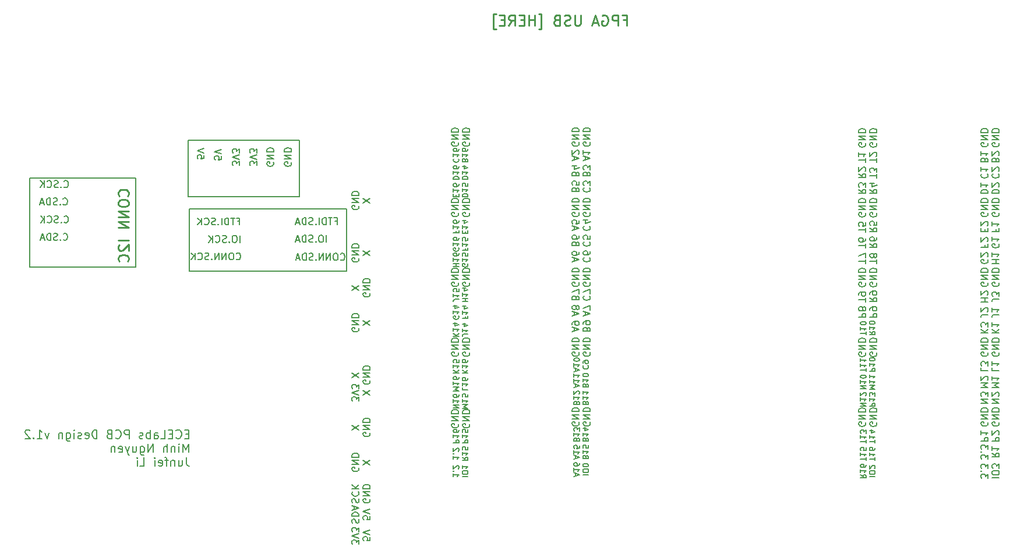
<source format=gbo>
G04 #@! TF.GenerationSoftware,KiCad,Pcbnew,(6.0.7)*
G04 #@! TF.CreationDate,2023-08-05T00:10:51+07:00*
G04 #@! TF.ProjectId,ECELab_v1,4543454c-6162-45f7-9631-2e6b69636164,rev?*
G04 #@! TF.SameCoordinates,Original*
G04 #@! TF.FileFunction,Legend,Bot*
G04 #@! TF.FilePolarity,Positive*
%FSLAX46Y46*%
G04 Gerber Fmt 4.6, Leading zero omitted, Abs format (unit mm)*
G04 Created by KiCad (PCBNEW (6.0.7)) date 2023-08-05 00:10:51*
%MOMM*%
%LPD*%
G01*
G04 APERTURE LIST*
%ADD10C,0.200000*%
%ADD11C,0.150000*%
%ADD12C,0.130000*%
%ADD13C,0.250000*%
%ADD14C,3.500000*%
%ADD15R,1.700000X1.700000*%
%ADD16O,1.700000X1.700000*%
%ADD17C,0.650000*%
%ADD18O,1.600000X1.000000*%
%ADD19O,2.100000X1.000000*%
G04 APERTURE END LIST*
D10*
X128682961Y-126676214D02*
X128269628Y-126676214D01*
X128092485Y-127330976D02*
X128682961Y-127330976D01*
X128682961Y-126080976D01*
X128092485Y-126080976D01*
X126852485Y-127211928D02*
X126911533Y-127271452D01*
X127088676Y-127330976D01*
X127206771Y-127330976D01*
X127383914Y-127271452D01*
X127502009Y-127152404D01*
X127561057Y-127033357D01*
X127620104Y-126795261D01*
X127620104Y-126616690D01*
X127561057Y-126378595D01*
X127502009Y-126259547D01*
X127383914Y-126140500D01*
X127206771Y-126080976D01*
X127088676Y-126080976D01*
X126911533Y-126140500D01*
X126852485Y-126200023D01*
X126321057Y-126676214D02*
X125907723Y-126676214D01*
X125730580Y-127330976D02*
X126321057Y-127330976D01*
X126321057Y-126080976D01*
X125730580Y-126080976D01*
X124608676Y-127330976D02*
X125199152Y-127330976D01*
X125199152Y-126080976D01*
X123663914Y-127330976D02*
X123663914Y-126676214D01*
X123722961Y-126557166D01*
X123841057Y-126497642D01*
X124077247Y-126497642D01*
X124195342Y-126557166D01*
X123663914Y-127271452D02*
X123782009Y-127330976D01*
X124077247Y-127330976D01*
X124195342Y-127271452D01*
X124254390Y-127152404D01*
X124254390Y-127033357D01*
X124195342Y-126914309D01*
X124077247Y-126854785D01*
X123782009Y-126854785D01*
X123663914Y-126795261D01*
X123073438Y-127330976D02*
X123073438Y-126080976D01*
X123073438Y-126557166D02*
X122955342Y-126497642D01*
X122719152Y-126497642D01*
X122601057Y-126557166D01*
X122542009Y-126616690D01*
X122482961Y-126735738D01*
X122482961Y-127092880D01*
X122542009Y-127211928D01*
X122601057Y-127271452D01*
X122719152Y-127330976D01*
X122955342Y-127330976D01*
X123073438Y-127271452D01*
X122010580Y-127271452D02*
X121892485Y-127330976D01*
X121656295Y-127330976D01*
X121538200Y-127271452D01*
X121479152Y-127152404D01*
X121479152Y-127092880D01*
X121538200Y-126973833D01*
X121656295Y-126914309D01*
X121833438Y-126914309D01*
X121951533Y-126854785D01*
X122010580Y-126735738D01*
X122010580Y-126676214D01*
X121951533Y-126557166D01*
X121833438Y-126497642D01*
X121656295Y-126497642D01*
X121538200Y-126557166D01*
X120002961Y-127330976D02*
X120002961Y-126080976D01*
X119530580Y-126080976D01*
X119412485Y-126140500D01*
X119353438Y-126200023D01*
X119294390Y-126319071D01*
X119294390Y-126497642D01*
X119353438Y-126616690D01*
X119412485Y-126676214D01*
X119530580Y-126735738D01*
X120002961Y-126735738D01*
X118054390Y-127211928D02*
X118113438Y-127271452D01*
X118290580Y-127330976D01*
X118408676Y-127330976D01*
X118585819Y-127271452D01*
X118703914Y-127152404D01*
X118762961Y-127033357D01*
X118822009Y-126795261D01*
X118822009Y-126616690D01*
X118762961Y-126378595D01*
X118703914Y-126259547D01*
X118585819Y-126140500D01*
X118408676Y-126080976D01*
X118290580Y-126080976D01*
X118113438Y-126140500D01*
X118054390Y-126200023D01*
X117109628Y-126676214D02*
X116932485Y-126735738D01*
X116873438Y-126795261D01*
X116814390Y-126914309D01*
X116814390Y-127092880D01*
X116873438Y-127211928D01*
X116932485Y-127271452D01*
X117050580Y-127330976D01*
X117522961Y-127330976D01*
X117522961Y-126080976D01*
X117109628Y-126080976D01*
X116991533Y-126140500D01*
X116932485Y-126200023D01*
X116873438Y-126319071D01*
X116873438Y-126438119D01*
X116932485Y-126557166D01*
X116991533Y-126616690D01*
X117109628Y-126676214D01*
X117522961Y-126676214D01*
X115338200Y-127330976D02*
X115338200Y-126080976D01*
X115042961Y-126080976D01*
X114865819Y-126140500D01*
X114747723Y-126259547D01*
X114688676Y-126378595D01*
X114629628Y-126616690D01*
X114629628Y-126795261D01*
X114688676Y-127033357D01*
X114747723Y-127152404D01*
X114865819Y-127271452D01*
X115042961Y-127330976D01*
X115338200Y-127330976D01*
X113625819Y-127271452D02*
X113743914Y-127330976D01*
X113980104Y-127330976D01*
X114098200Y-127271452D01*
X114157247Y-127152404D01*
X114157247Y-126676214D01*
X114098200Y-126557166D01*
X113980104Y-126497642D01*
X113743914Y-126497642D01*
X113625819Y-126557166D01*
X113566771Y-126676214D01*
X113566771Y-126795261D01*
X114157247Y-126914309D01*
X113094390Y-127271452D02*
X112976295Y-127330976D01*
X112740104Y-127330976D01*
X112622009Y-127271452D01*
X112562961Y-127152404D01*
X112562961Y-127092880D01*
X112622009Y-126973833D01*
X112740104Y-126914309D01*
X112917247Y-126914309D01*
X113035342Y-126854785D01*
X113094390Y-126735738D01*
X113094390Y-126676214D01*
X113035342Y-126557166D01*
X112917247Y-126497642D01*
X112740104Y-126497642D01*
X112622009Y-126557166D01*
X112031533Y-127330976D02*
X112031533Y-126497642D01*
X112031533Y-126080976D02*
X112090580Y-126140500D01*
X112031533Y-126200023D01*
X111972485Y-126140500D01*
X112031533Y-126080976D01*
X112031533Y-126200023D01*
X110909628Y-126497642D02*
X110909628Y-127509547D01*
X110968676Y-127628595D01*
X111027723Y-127688119D01*
X111145819Y-127747642D01*
X111322961Y-127747642D01*
X111441057Y-127688119D01*
X110909628Y-127271452D02*
X111027723Y-127330976D01*
X111263914Y-127330976D01*
X111382009Y-127271452D01*
X111441057Y-127211928D01*
X111500104Y-127092880D01*
X111500104Y-126735738D01*
X111441057Y-126616690D01*
X111382009Y-126557166D01*
X111263914Y-126497642D01*
X111027723Y-126497642D01*
X110909628Y-126557166D01*
X110319152Y-126497642D02*
X110319152Y-127330976D01*
X110319152Y-126616690D02*
X110260104Y-126557166D01*
X110142009Y-126497642D01*
X109964866Y-126497642D01*
X109846771Y-126557166D01*
X109787723Y-126676214D01*
X109787723Y-127330976D01*
X108370580Y-126497642D02*
X108075342Y-127330976D01*
X107780104Y-126497642D01*
X106658200Y-127330976D02*
X107366771Y-127330976D01*
X107012485Y-127330976D02*
X107012485Y-126080976D01*
X107130580Y-126259547D01*
X107248676Y-126378595D01*
X107366771Y-126438119D01*
X106126771Y-127211928D02*
X106067723Y-127271452D01*
X106126771Y-127330976D01*
X106185819Y-127271452D01*
X106126771Y-127211928D01*
X106126771Y-127330976D01*
X105595342Y-126200023D02*
X105536295Y-126140500D01*
X105418200Y-126080976D01*
X105122961Y-126080976D01*
X105004866Y-126140500D01*
X104945819Y-126200023D01*
X104886771Y-126319071D01*
X104886771Y-126438119D01*
X104945819Y-126616690D01*
X105654390Y-127330976D01*
X104886771Y-127330976D01*
X128682961Y-129343476D02*
X128682961Y-128093476D01*
X128269628Y-128986333D01*
X127856295Y-128093476D01*
X127856295Y-129343476D01*
X127265819Y-129343476D02*
X127265819Y-128510142D01*
X127265819Y-128093476D02*
X127324866Y-128153000D01*
X127265819Y-128212523D01*
X127206771Y-128153000D01*
X127265819Y-128093476D01*
X127265819Y-128212523D01*
X126675342Y-128510142D02*
X126675342Y-129343476D01*
X126675342Y-128629190D02*
X126616295Y-128569666D01*
X126498200Y-128510142D01*
X126321057Y-128510142D01*
X126202961Y-128569666D01*
X126143914Y-128688714D01*
X126143914Y-129343476D01*
X125553438Y-129343476D02*
X125553438Y-128093476D01*
X125022009Y-129343476D02*
X125022009Y-128688714D01*
X125081057Y-128569666D01*
X125199152Y-128510142D01*
X125376295Y-128510142D01*
X125494390Y-128569666D01*
X125553438Y-128629190D01*
X123486771Y-129343476D02*
X123486771Y-128093476D01*
X122778200Y-129343476D01*
X122778200Y-128093476D01*
X121656295Y-128510142D02*
X121656295Y-129522047D01*
X121715342Y-129641095D01*
X121774390Y-129700619D01*
X121892485Y-129760142D01*
X122069628Y-129760142D01*
X122187723Y-129700619D01*
X121656295Y-129283952D02*
X121774390Y-129343476D01*
X122010580Y-129343476D01*
X122128676Y-129283952D01*
X122187723Y-129224428D01*
X122246771Y-129105380D01*
X122246771Y-128748238D01*
X122187723Y-128629190D01*
X122128676Y-128569666D01*
X122010580Y-128510142D01*
X121774390Y-128510142D01*
X121656295Y-128569666D01*
X120534390Y-128510142D02*
X120534390Y-129343476D01*
X121065819Y-128510142D02*
X121065819Y-129164904D01*
X121006771Y-129283952D01*
X120888676Y-129343476D01*
X120711533Y-129343476D01*
X120593438Y-129283952D01*
X120534390Y-129224428D01*
X120062009Y-128510142D02*
X119766771Y-129343476D01*
X119471533Y-128510142D02*
X119766771Y-129343476D01*
X119884866Y-129641095D01*
X119943914Y-129700619D01*
X120062009Y-129760142D01*
X118526771Y-129283952D02*
X118644866Y-129343476D01*
X118881057Y-129343476D01*
X118999152Y-129283952D01*
X119058200Y-129164904D01*
X119058200Y-128688714D01*
X118999152Y-128569666D01*
X118881057Y-128510142D01*
X118644866Y-128510142D01*
X118526771Y-128569666D01*
X118467723Y-128688714D01*
X118467723Y-128807761D01*
X119058200Y-128926809D01*
X117936295Y-128510142D02*
X117936295Y-129343476D01*
X117936295Y-128629190D02*
X117877247Y-128569666D01*
X117759152Y-128510142D01*
X117582009Y-128510142D01*
X117463914Y-128569666D01*
X117404866Y-128688714D01*
X117404866Y-129343476D01*
X128328676Y-130105976D02*
X128328676Y-130998833D01*
X128387723Y-131177404D01*
X128505819Y-131296452D01*
X128682961Y-131355976D01*
X128801057Y-131355976D01*
X127206771Y-130522642D02*
X127206771Y-131355976D01*
X127738200Y-130522642D02*
X127738200Y-131177404D01*
X127679152Y-131296452D01*
X127561057Y-131355976D01*
X127383914Y-131355976D01*
X127265819Y-131296452D01*
X127206771Y-131236928D01*
X126616295Y-130522642D02*
X126616295Y-131355976D01*
X126616295Y-130641690D02*
X126557247Y-130582166D01*
X126439152Y-130522642D01*
X126262009Y-130522642D01*
X126143914Y-130582166D01*
X126084866Y-130701214D01*
X126084866Y-131355976D01*
X125671533Y-130522642D02*
X125199152Y-130522642D01*
X125494390Y-131355976D02*
X125494390Y-130284547D01*
X125435342Y-130165500D01*
X125317247Y-130105976D01*
X125199152Y-130105976D01*
X124313438Y-131296452D02*
X124431533Y-131355976D01*
X124667723Y-131355976D01*
X124785819Y-131296452D01*
X124844866Y-131177404D01*
X124844866Y-130701214D01*
X124785819Y-130582166D01*
X124667723Y-130522642D01*
X124431533Y-130522642D01*
X124313438Y-130582166D01*
X124254390Y-130701214D01*
X124254390Y-130820261D01*
X124844866Y-130939309D01*
X123722961Y-131355976D02*
X123722961Y-130522642D01*
X123722961Y-130105976D02*
X123782009Y-130165500D01*
X123722961Y-130225023D01*
X123663914Y-130165500D01*
X123722961Y-130105976D01*
X123722961Y-130225023D01*
X121597247Y-131355976D02*
X122187723Y-131355976D01*
X122187723Y-130105976D01*
X121183914Y-131355976D02*
X121183914Y-130522642D01*
X121183914Y-130105976D02*
X121242961Y-130165500D01*
X121183914Y-130225023D01*
X121124866Y-130165500D01*
X121183914Y-130105976D01*
X121183914Y-130225023D01*
D11*
X128790186Y-103014000D02*
X151598386Y-103014000D01*
X151598386Y-103014000D02*
X151598386Y-93934600D01*
X151598386Y-93934600D02*
X128790186Y-93934600D01*
X128790186Y-93934600D02*
X128790186Y-103014000D01*
X144777400Y-92161400D02*
X128572200Y-92161400D01*
X128572200Y-92161400D02*
X128572200Y-83957200D01*
X128572200Y-83957200D02*
X144777400Y-83957200D01*
X144777400Y-83957200D02*
X144777400Y-92161400D01*
X121008200Y-89450800D02*
X105565000Y-89450800D01*
X105565000Y-89450800D02*
X105565000Y-102354000D01*
X105565000Y-102354000D02*
X121008200Y-102354000D01*
X121008200Y-102354000D02*
X121008200Y-89450800D01*
D12*
X228412095Y-130530476D02*
X228412095Y-130073333D01*
X227612095Y-130301904D02*
X228412095Y-130301904D01*
X227612095Y-129387619D02*
X227612095Y-129844761D01*
X227612095Y-129616190D02*
X228412095Y-129616190D01*
X228297809Y-129692380D01*
X228221619Y-129768571D01*
X228183523Y-129844761D01*
X228412095Y-128701904D02*
X228412095Y-128854285D01*
X228374000Y-128930476D01*
X228335904Y-128968571D01*
X228221619Y-129044761D01*
X228069238Y-129082857D01*
X227764476Y-129082857D01*
X227688285Y-129044761D01*
X227650190Y-129006666D01*
X227612095Y-128930476D01*
X227612095Y-128778095D01*
X227650190Y-128701904D01*
X227688285Y-128663809D01*
X227764476Y-128625714D01*
X227954952Y-128625714D01*
X228031142Y-128663809D01*
X228069238Y-128701904D01*
X228107333Y-128778095D01*
X228107333Y-128930476D01*
X228069238Y-129006666D01*
X228031142Y-129044761D01*
X227954952Y-129082857D01*
X227124095Y-130530476D02*
X227124095Y-130073333D01*
X226324095Y-130301904D02*
X227124095Y-130301904D01*
X226324095Y-129387619D02*
X226324095Y-129844761D01*
X226324095Y-129616190D02*
X227124095Y-129616190D01*
X227009809Y-129692380D01*
X226933619Y-129768571D01*
X226895523Y-129844761D01*
X227124095Y-128663809D02*
X227124095Y-129044761D01*
X226743142Y-129082857D01*
X226781238Y-129044761D01*
X226819333Y-128968571D01*
X226819333Y-128778095D01*
X226781238Y-128701904D01*
X226743142Y-128663809D01*
X226666952Y-128625714D01*
X226476476Y-128625714D01*
X226400285Y-128663809D01*
X226362190Y-128701904D01*
X226324095Y-128778095D01*
X226324095Y-128968571D01*
X226362190Y-129044761D01*
X226400285Y-129082857D01*
D11*
X135584190Y-101230942D02*
X135631809Y-101278561D01*
X135774666Y-101326180D01*
X135869904Y-101326180D01*
X136012761Y-101278561D01*
X136108000Y-101183323D01*
X136155619Y-101088085D01*
X136203238Y-100897609D01*
X136203238Y-100754752D01*
X136155619Y-100564276D01*
X136108000Y-100469038D01*
X136012761Y-100373800D01*
X135869904Y-100326180D01*
X135774666Y-100326180D01*
X135631809Y-100373800D01*
X135584190Y-100421419D01*
X134965142Y-100326180D02*
X134774666Y-100326180D01*
X134679428Y-100373800D01*
X134584190Y-100469038D01*
X134536571Y-100659514D01*
X134536571Y-100992847D01*
X134584190Y-101183323D01*
X134679428Y-101278561D01*
X134774666Y-101326180D01*
X134965142Y-101326180D01*
X135060380Y-101278561D01*
X135155619Y-101183323D01*
X135203238Y-100992847D01*
X135203238Y-100659514D01*
X135155619Y-100469038D01*
X135060380Y-100373800D01*
X134965142Y-100326180D01*
X134108000Y-101326180D02*
X134108000Y-100326180D01*
X133536571Y-101326180D01*
X133536571Y-100326180D01*
X133060380Y-101326180D02*
X133060380Y-100326180D01*
X132488952Y-101326180D01*
X132488952Y-100326180D01*
X132012761Y-101230942D02*
X131965142Y-101278561D01*
X132012761Y-101326180D01*
X132060380Y-101278561D01*
X132012761Y-101230942D01*
X132012761Y-101326180D01*
X131584190Y-101278561D02*
X131441333Y-101326180D01*
X131203238Y-101326180D01*
X131108000Y-101278561D01*
X131060380Y-101230942D01*
X131012761Y-101135704D01*
X131012761Y-101040466D01*
X131060380Y-100945228D01*
X131108000Y-100897609D01*
X131203238Y-100849990D01*
X131393714Y-100802371D01*
X131488952Y-100754752D01*
X131536571Y-100707133D01*
X131584190Y-100611895D01*
X131584190Y-100516657D01*
X131536571Y-100421419D01*
X131488952Y-100373800D01*
X131393714Y-100326180D01*
X131155619Y-100326180D01*
X131012761Y-100373800D01*
X130012761Y-101230942D02*
X130060380Y-101278561D01*
X130203238Y-101326180D01*
X130298476Y-101326180D01*
X130441333Y-101278561D01*
X130536571Y-101183323D01*
X130584190Y-101088085D01*
X130631809Y-100897609D01*
X130631809Y-100754752D01*
X130584190Y-100564276D01*
X130536571Y-100469038D01*
X130441333Y-100373800D01*
X130298476Y-100326180D01*
X130203238Y-100326180D01*
X130060380Y-100373800D01*
X130012761Y-100421419D01*
X129584190Y-101326180D02*
X129584190Y-100326180D01*
X129012761Y-101326180D02*
X129441333Y-100754752D01*
X129012761Y-100326180D02*
X129584190Y-100897609D01*
D12*
X168430095Y-130054285D02*
X168811047Y-130320952D01*
X168430095Y-130511428D02*
X169230095Y-130511428D01*
X169230095Y-130206666D01*
X169192000Y-130130476D01*
X169153904Y-130092380D01*
X169077714Y-130054285D01*
X168963428Y-130054285D01*
X168887238Y-130092380D01*
X168849142Y-130130476D01*
X168811047Y-130206666D01*
X168811047Y-130511428D01*
X168430095Y-129292380D02*
X168430095Y-129749523D01*
X168430095Y-129520952D02*
X169230095Y-129520952D01*
X169115809Y-129597142D01*
X169039619Y-129673333D01*
X169001523Y-129749523D01*
X169230095Y-128568571D02*
X169230095Y-128949523D01*
X168849142Y-128987619D01*
X168887238Y-128949523D01*
X168925333Y-128873333D01*
X168925333Y-128682857D01*
X168887238Y-128606666D01*
X168849142Y-128568571D01*
X168772952Y-128530476D01*
X168582476Y-128530476D01*
X168506285Y-128568571D01*
X168468190Y-128606666D01*
X168430095Y-128682857D01*
X168430095Y-128873333D01*
X168468190Y-128949523D01*
X168506285Y-128987619D01*
X167142095Y-129882857D02*
X167142095Y-130340000D01*
X167142095Y-130111428D02*
X167942095Y-130111428D01*
X167827809Y-130187619D01*
X167751619Y-130263809D01*
X167713523Y-130340000D01*
X167218285Y-129540000D02*
X167180190Y-129501904D01*
X167142095Y-129540000D01*
X167180190Y-129578095D01*
X167218285Y-129540000D01*
X167142095Y-129540000D01*
X167865904Y-129197142D02*
X167904000Y-129159047D01*
X167942095Y-129082857D01*
X167942095Y-128892380D01*
X167904000Y-128816190D01*
X167865904Y-128778095D01*
X167789714Y-128740000D01*
X167713523Y-128740000D01*
X167599238Y-128778095D01*
X167142095Y-129235238D01*
X167142095Y-128740000D01*
D11*
X246415000Y-99020285D02*
X246462619Y-99115523D01*
X246462619Y-99258380D01*
X246415000Y-99401238D01*
X246319761Y-99496476D01*
X246224523Y-99544095D01*
X246034047Y-99591714D01*
X245891190Y-99591714D01*
X245700714Y-99544095D01*
X245605476Y-99496476D01*
X245510238Y-99401238D01*
X245462619Y-99258380D01*
X245462619Y-99163142D01*
X245510238Y-99020285D01*
X245557857Y-98972666D01*
X245891190Y-98972666D01*
X245891190Y-99163142D01*
X245462619Y-98020285D02*
X245462619Y-98591714D01*
X245462619Y-98306000D02*
X246462619Y-98306000D01*
X246319761Y-98401238D01*
X246224523Y-98496476D01*
X246176904Y-98591714D01*
X244376428Y-99139333D02*
X244376428Y-99472666D01*
X243852619Y-99472666D02*
X244852619Y-99472666D01*
X244852619Y-98996476D01*
X244757380Y-98663142D02*
X244805000Y-98615523D01*
X244852619Y-98520285D01*
X244852619Y-98282190D01*
X244805000Y-98186952D01*
X244757380Y-98139333D01*
X244662142Y-98091714D01*
X244566904Y-98091714D01*
X244424047Y-98139333D01*
X243852619Y-98710761D01*
X243852619Y-98091714D01*
X245462619Y-117006666D02*
X245462619Y-117482857D01*
X246462619Y-117482857D01*
X245462619Y-116149523D02*
X245462619Y-116720952D01*
X245462619Y-116435238D02*
X246462619Y-116435238D01*
X246319761Y-116530476D01*
X246224523Y-116625714D01*
X246176904Y-116720952D01*
X243852619Y-117006666D02*
X243852619Y-117482857D01*
X244852619Y-117482857D01*
X244852619Y-116768571D02*
X244852619Y-116149523D01*
X244471666Y-116482857D01*
X244471666Y-116340000D01*
X244424047Y-116244761D01*
X244376428Y-116197142D01*
X244281190Y-116149523D01*
X244043095Y-116149523D01*
X243947857Y-116197142D01*
X243900238Y-116244761D01*
X243852619Y-116340000D01*
X243852619Y-116625714D01*
X243900238Y-116720952D01*
X243947857Y-116768571D01*
X186550428Y-111402761D02*
X186502809Y-111259904D01*
X186455190Y-111212285D01*
X186359952Y-111164666D01*
X186217095Y-111164666D01*
X186121857Y-111212285D01*
X186074238Y-111259904D01*
X186026619Y-111355142D01*
X186026619Y-111736095D01*
X187026619Y-111736095D01*
X187026619Y-111402761D01*
X186979000Y-111307523D01*
X186931380Y-111259904D01*
X186836142Y-111212285D01*
X186740904Y-111212285D01*
X186645666Y-111259904D01*
X186598047Y-111307523D01*
X186550428Y-111402761D01*
X186550428Y-111736095D01*
X186026619Y-110688476D02*
X186026619Y-110498000D01*
X186074238Y-110402761D01*
X186121857Y-110355142D01*
X186264714Y-110259904D01*
X186455190Y-110212285D01*
X186836142Y-110212285D01*
X186931380Y-110259904D01*
X186979000Y-110307523D01*
X187026619Y-110402761D01*
X187026619Y-110593238D01*
X186979000Y-110688476D01*
X186931380Y-110736095D01*
X186836142Y-110783714D01*
X186598047Y-110783714D01*
X186502809Y-110736095D01*
X186455190Y-110688476D01*
X186407571Y-110593238D01*
X186407571Y-110402761D01*
X186455190Y-110307523D01*
X186502809Y-110259904D01*
X186598047Y-110212285D01*
X184702333Y-111712285D02*
X184702333Y-111236095D01*
X184416619Y-111807523D02*
X185416619Y-111474190D01*
X184416619Y-111140857D01*
X184416619Y-110759904D02*
X184416619Y-110569428D01*
X184464238Y-110474190D01*
X184511857Y-110426571D01*
X184654714Y-110331333D01*
X184845190Y-110283714D01*
X185226142Y-110283714D01*
X185321380Y-110331333D01*
X185369000Y-110378952D01*
X185416619Y-110474190D01*
X185416619Y-110664666D01*
X185369000Y-110759904D01*
X185321380Y-110807523D01*
X185226142Y-110855142D01*
X184988047Y-110855142D01*
X184892809Y-110807523D01*
X184845190Y-110759904D01*
X184797571Y-110664666D01*
X184797571Y-110474190D01*
X184845190Y-110378952D01*
X184892809Y-110331333D01*
X184988047Y-110283714D01*
X246415000Y-124967904D02*
X246462619Y-125063142D01*
X246462619Y-125206000D01*
X246415000Y-125348857D01*
X246319761Y-125444095D01*
X246224523Y-125491714D01*
X246034047Y-125539333D01*
X245891190Y-125539333D01*
X245700714Y-125491714D01*
X245605476Y-125444095D01*
X245510238Y-125348857D01*
X245462619Y-125206000D01*
X245462619Y-125110761D01*
X245510238Y-124967904D01*
X245557857Y-124920285D01*
X245891190Y-124920285D01*
X245891190Y-125110761D01*
X245462619Y-124491714D02*
X246462619Y-124491714D01*
X245462619Y-123920285D01*
X246462619Y-123920285D01*
X245462619Y-123444095D02*
X246462619Y-123444095D01*
X246462619Y-123206000D01*
X246415000Y-123063142D01*
X246319761Y-122967904D01*
X246224523Y-122920285D01*
X246034047Y-122872666D01*
X245891190Y-122872666D01*
X245700714Y-122920285D01*
X245605476Y-122967904D01*
X245510238Y-123063142D01*
X245462619Y-123206000D01*
X245462619Y-123444095D01*
X244805000Y-124967904D02*
X244852619Y-125063142D01*
X244852619Y-125206000D01*
X244805000Y-125348857D01*
X244709761Y-125444095D01*
X244614523Y-125491714D01*
X244424047Y-125539333D01*
X244281190Y-125539333D01*
X244090714Y-125491714D01*
X243995476Y-125444095D01*
X243900238Y-125348857D01*
X243852619Y-125206000D01*
X243852619Y-125110761D01*
X243900238Y-124967904D01*
X243947857Y-124920285D01*
X244281190Y-124920285D01*
X244281190Y-125110761D01*
X243852619Y-124491714D02*
X244852619Y-124491714D01*
X243852619Y-123920285D01*
X244852619Y-123920285D01*
X243852619Y-123444095D02*
X244852619Y-123444095D01*
X244852619Y-123206000D01*
X244805000Y-123063142D01*
X244709761Y-122967904D01*
X244614523Y-122920285D01*
X244424047Y-122872666D01*
X244281190Y-122872666D01*
X244090714Y-122920285D01*
X243995476Y-122967904D01*
X243900238Y-123063142D01*
X243852619Y-123206000D01*
X243852619Y-123444095D01*
X110542361Y-90714942D02*
X110589980Y-90762561D01*
X110732838Y-90810180D01*
X110828076Y-90810180D01*
X110970933Y-90762561D01*
X111066171Y-90667323D01*
X111113790Y-90572085D01*
X111161409Y-90381609D01*
X111161409Y-90238752D01*
X111113790Y-90048276D01*
X111066171Y-89953038D01*
X110970933Y-89857800D01*
X110828076Y-89810180D01*
X110732838Y-89810180D01*
X110589980Y-89857800D01*
X110542361Y-89905419D01*
X110113790Y-90714942D02*
X110066171Y-90762561D01*
X110113790Y-90810180D01*
X110161409Y-90762561D01*
X110113790Y-90714942D01*
X110113790Y-90810180D01*
X109685219Y-90762561D02*
X109542361Y-90810180D01*
X109304266Y-90810180D01*
X109209028Y-90762561D01*
X109161409Y-90714942D01*
X109113790Y-90619704D01*
X109113790Y-90524466D01*
X109161409Y-90429228D01*
X109209028Y-90381609D01*
X109304266Y-90333990D01*
X109494742Y-90286371D01*
X109589980Y-90238752D01*
X109637600Y-90191133D01*
X109685219Y-90095895D01*
X109685219Y-90000657D01*
X109637600Y-89905419D01*
X109589980Y-89857800D01*
X109494742Y-89810180D01*
X109256647Y-89810180D01*
X109113790Y-89857800D01*
X108113790Y-90714942D02*
X108161409Y-90762561D01*
X108304266Y-90810180D01*
X108399504Y-90810180D01*
X108542361Y-90762561D01*
X108637600Y-90667323D01*
X108685219Y-90572085D01*
X108732838Y-90381609D01*
X108732838Y-90238752D01*
X108685219Y-90048276D01*
X108637600Y-89953038D01*
X108542361Y-89857800D01*
X108399504Y-89810180D01*
X108304266Y-89810180D01*
X108161409Y-89857800D01*
X108113790Y-89905419D01*
X107685219Y-90810180D02*
X107685219Y-89810180D01*
X107113790Y-90810180D02*
X107542361Y-90238752D01*
X107113790Y-89810180D02*
X107685219Y-90381609D01*
X186979000Y-94462504D02*
X187026619Y-94557742D01*
X187026619Y-94700600D01*
X186979000Y-94843457D01*
X186883761Y-94938695D01*
X186788523Y-94986314D01*
X186598047Y-95033933D01*
X186455190Y-95033933D01*
X186264714Y-94986314D01*
X186169476Y-94938695D01*
X186074238Y-94843457D01*
X186026619Y-94700600D01*
X186026619Y-94605361D01*
X186074238Y-94462504D01*
X186121857Y-94414885D01*
X186455190Y-94414885D01*
X186455190Y-94605361D01*
X186026619Y-93986314D02*
X187026619Y-93986314D01*
X186026619Y-93414885D01*
X187026619Y-93414885D01*
X186026619Y-92938695D02*
X187026619Y-92938695D01*
X187026619Y-92700600D01*
X186979000Y-92557742D01*
X186883761Y-92462504D01*
X186788523Y-92414885D01*
X186598047Y-92367266D01*
X186455190Y-92367266D01*
X186264714Y-92414885D01*
X186169476Y-92462504D01*
X186074238Y-92557742D01*
X186026619Y-92700600D01*
X186026619Y-92938695D01*
X185369000Y-94462504D02*
X185416619Y-94557742D01*
X185416619Y-94700600D01*
X185369000Y-94843457D01*
X185273761Y-94938695D01*
X185178523Y-94986314D01*
X184988047Y-95033933D01*
X184845190Y-95033933D01*
X184654714Y-94986314D01*
X184559476Y-94938695D01*
X184464238Y-94843457D01*
X184416619Y-94700600D01*
X184416619Y-94605361D01*
X184464238Y-94462504D01*
X184511857Y-94414885D01*
X184845190Y-94414885D01*
X184845190Y-94605361D01*
X184416619Y-93986314D02*
X185416619Y-93986314D01*
X184416619Y-93414885D01*
X185416619Y-93414885D01*
X184416619Y-92938695D02*
X185416619Y-92938695D01*
X185416619Y-92700600D01*
X185369000Y-92557742D01*
X185273761Y-92462504D01*
X185178523Y-92414885D01*
X184988047Y-92367266D01*
X184845190Y-92367266D01*
X184654714Y-92414885D01*
X184559476Y-92462504D01*
X184464238Y-92557742D01*
X184416619Y-92700600D01*
X184416619Y-92938695D01*
D12*
X227612095Y-132880000D02*
X228412095Y-132880000D01*
X228412095Y-132346666D02*
X228412095Y-132194285D01*
X228374000Y-132118095D01*
X228297809Y-132041904D01*
X228145428Y-132003809D01*
X227878761Y-132003809D01*
X227726380Y-132041904D01*
X227650190Y-132118095D01*
X227612095Y-132194285D01*
X227612095Y-132346666D01*
X227650190Y-132422857D01*
X227726380Y-132499047D01*
X227878761Y-132537142D01*
X228145428Y-132537142D01*
X228297809Y-132499047D01*
X228374000Y-132422857D01*
X228412095Y-132346666D01*
X228335904Y-131699047D02*
X228374000Y-131660952D01*
X228412095Y-131584761D01*
X228412095Y-131394285D01*
X228374000Y-131318095D01*
X228335904Y-131280000D01*
X228259714Y-131241904D01*
X228183523Y-131241904D01*
X228069238Y-131280000D01*
X227612095Y-131737142D01*
X227612095Y-131241904D01*
X226324095Y-132594285D02*
X226705047Y-132860952D01*
X226324095Y-133051428D02*
X227124095Y-133051428D01*
X227124095Y-132746666D01*
X227086000Y-132670476D01*
X227047904Y-132632380D01*
X226971714Y-132594285D01*
X226857428Y-132594285D01*
X226781238Y-132632380D01*
X226743142Y-132670476D01*
X226705047Y-132746666D01*
X226705047Y-133051428D01*
X226324095Y-131832380D02*
X226324095Y-132289523D01*
X226324095Y-132060952D02*
X227124095Y-132060952D01*
X227009809Y-132137142D01*
X226933619Y-132213333D01*
X226895523Y-132289523D01*
X227124095Y-131146666D02*
X227124095Y-131299047D01*
X227086000Y-131375238D01*
X227047904Y-131413333D01*
X226933619Y-131489523D01*
X226781238Y-131527619D01*
X226476476Y-131527619D01*
X226400285Y-131489523D01*
X226362190Y-131451428D01*
X226324095Y-131375238D01*
X226324095Y-131222857D01*
X226362190Y-131146666D01*
X226400285Y-131108571D01*
X226476476Y-131070476D01*
X226666952Y-131070476D01*
X226743142Y-131108571D01*
X226781238Y-131146666D01*
X226819333Y-131222857D01*
X226819333Y-131375238D01*
X226781238Y-131451428D01*
X226743142Y-131489523D01*
X226666952Y-131527619D01*
D11*
X186121857Y-101004666D02*
X186074238Y-101052285D01*
X186026619Y-101195142D01*
X186026619Y-101290380D01*
X186074238Y-101433238D01*
X186169476Y-101528476D01*
X186264714Y-101576095D01*
X186455190Y-101623714D01*
X186598047Y-101623714D01*
X186788523Y-101576095D01*
X186883761Y-101528476D01*
X186979000Y-101433238D01*
X187026619Y-101290380D01*
X187026619Y-101195142D01*
X186979000Y-101052285D01*
X186931380Y-101004666D01*
X187026619Y-100147523D02*
X187026619Y-100338000D01*
X186979000Y-100433238D01*
X186931380Y-100480857D01*
X186788523Y-100576095D01*
X186598047Y-100623714D01*
X186217095Y-100623714D01*
X186121857Y-100576095D01*
X186074238Y-100528476D01*
X186026619Y-100433238D01*
X186026619Y-100242761D01*
X186074238Y-100147523D01*
X186121857Y-100099904D01*
X186217095Y-100052285D01*
X186455190Y-100052285D01*
X186550428Y-100099904D01*
X186598047Y-100147523D01*
X186645666Y-100242761D01*
X186645666Y-100433238D01*
X186598047Y-100528476D01*
X186550428Y-100576095D01*
X186455190Y-100623714D01*
X184702333Y-101552285D02*
X184702333Y-101076095D01*
X184416619Y-101647523D02*
X185416619Y-101314190D01*
X184416619Y-100980857D01*
X185416619Y-100218952D02*
X185416619Y-100409428D01*
X185369000Y-100504666D01*
X185321380Y-100552285D01*
X185178523Y-100647523D01*
X184988047Y-100695142D01*
X184607095Y-100695142D01*
X184511857Y-100647523D01*
X184464238Y-100599904D01*
X184416619Y-100504666D01*
X184416619Y-100314190D01*
X184464238Y-100218952D01*
X184511857Y-100171333D01*
X184607095Y-100123714D01*
X184845190Y-100123714D01*
X184940428Y-100171333D01*
X184988047Y-100218952D01*
X185035666Y-100314190D01*
X185035666Y-100504666D01*
X184988047Y-100599904D01*
X184940428Y-100647523D01*
X184845190Y-100695142D01*
X130906219Y-86106428D02*
X130906219Y-86582619D01*
X130430028Y-86630238D01*
X130477647Y-86582619D01*
X130525266Y-86487380D01*
X130525266Y-86249285D01*
X130477647Y-86154047D01*
X130430028Y-86106428D01*
X130334790Y-86058809D01*
X130096695Y-86058809D01*
X130001457Y-86106428D01*
X129953838Y-86154047D01*
X129906219Y-86249285D01*
X129906219Y-86487380D01*
X129953838Y-86582619D01*
X130001457Y-86630238D01*
X130906219Y-85773095D02*
X129906219Y-85439761D01*
X130906219Y-85106428D01*
X135748476Y-95727371D02*
X136081809Y-95727371D01*
X136081809Y-96251180D02*
X136081809Y-95251180D01*
X135605619Y-95251180D01*
X135367523Y-95251180D02*
X134796095Y-95251180D01*
X135081809Y-96251180D02*
X135081809Y-95251180D01*
X134462761Y-96251180D02*
X134462761Y-95251180D01*
X134224666Y-95251180D01*
X134081809Y-95298800D01*
X133986571Y-95394038D01*
X133938952Y-95489276D01*
X133891333Y-95679752D01*
X133891333Y-95822609D01*
X133938952Y-96013085D01*
X133986571Y-96108323D01*
X134081809Y-96203561D01*
X134224666Y-96251180D01*
X134462761Y-96251180D01*
X133462761Y-96251180D02*
X133462761Y-95251180D01*
X132986571Y-96155942D02*
X132938952Y-96203561D01*
X132986571Y-96251180D01*
X133034190Y-96203561D01*
X132986571Y-96155942D01*
X132986571Y-96251180D01*
X132558000Y-96203561D02*
X132415142Y-96251180D01*
X132177047Y-96251180D01*
X132081809Y-96203561D01*
X132034190Y-96155942D01*
X131986571Y-96060704D01*
X131986571Y-95965466D01*
X132034190Y-95870228D01*
X132081809Y-95822609D01*
X132177047Y-95774990D01*
X132367523Y-95727371D01*
X132462761Y-95679752D01*
X132510380Y-95632133D01*
X132558000Y-95536895D01*
X132558000Y-95441657D01*
X132510380Y-95346419D01*
X132462761Y-95298800D01*
X132367523Y-95251180D01*
X132129428Y-95251180D01*
X131986571Y-95298800D01*
X130986571Y-96155942D02*
X131034190Y-96203561D01*
X131177047Y-96251180D01*
X131272285Y-96251180D01*
X131415142Y-96203561D01*
X131510380Y-96108323D01*
X131558000Y-96013085D01*
X131605619Y-95822609D01*
X131605619Y-95679752D01*
X131558000Y-95489276D01*
X131510380Y-95394038D01*
X131415142Y-95298800D01*
X131272285Y-95251180D01*
X131177047Y-95251180D01*
X131034190Y-95298800D01*
X130986571Y-95346419D01*
X130558000Y-96251180D02*
X130558000Y-95251180D01*
X129986571Y-96251180D02*
X130415142Y-95679752D01*
X129986571Y-95251180D02*
X130558000Y-95822609D01*
X169453000Y-125221904D02*
X169500619Y-125317142D01*
X169500619Y-125460000D01*
X169453000Y-125602857D01*
X169357761Y-125698095D01*
X169262523Y-125745714D01*
X169072047Y-125793333D01*
X168929190Y-125793333D01*
X168738714Y-125745714D01*
X168643476Y-125698095D01*
X168548238Y-125602857D01*
X168500619Y-125460000D01*
X168500619Y-125364761D01*
X168548238Y-125221904D01*
X168595857Y-125174285D01*
X168929190Y-125174285D01*
X168929190Y-125364761D01*
X168500619Y-124745714D02*
X169500619Y-124745714D01*
X168500619Y-124174285D01*
X169500619Y-124174285D01*
X168500619Y-123698095D02*
X169500619Y-123698095D01*
X169500619Y-123460000D01*
X169453000Y-123317142D01*
X169357761Y-123221904D01*
X169262523Y-123174285D01*
X169072047Y-123126666D01*
X168929190Y-123126666D01*
X168738714Y-123174285D01*
X168643476Y-123221904D01*
X168548238Y-123317142D01*
X168500619Y-123460000D01*
X168500619Y-123698095D01*
X167843000Y-125221904D02*
X167890619Y-125317142D01*
X167890619Y-125460000D01*
X167843000Y-125602857D01*
X167747761Y-125698095D01*
X167652523Y-125745714D01*
X167462047Y-125793333D01*
X167319190Y-125793333D01*
X167128714Y-125745714D01*
X167033476Y-125698095D01*
X166938238Y-125602857D01*
X166890619Y-125460000D01*
X166890619Y-125364761D01*
X166938238Y-125221904D01*
X166985857Y-125174285D01*
X167319190Y-125174285D01*
X167319190Y-125364761D01*
X166890619Y-124745714D02*
X167890619Y-124745714D01*
X166890619Y-124174285D01*
X167890619Y-124174285D01*
X166890619Y-123698095D02*
X167890619Y-123698095D01*
X167890619Y-123460000D01*
X167843000Y-123317142D01*
X167747761Y-123221904D01*
X167652523Y-123174285D01*
X167462047Y-123126666D01*
X167319190Y-123126666D01*
X167128714Y-123174285D01*
X167033476Y-123221904D01*
X166938238Y-123317142D01*
X166890619Y-123460000D01*
X166890619Y-123698095D01*
X246462619Y-107013333D02*
X245748333Y-107013333D01*
X245605476Y-107060952D01*
X245510238Y-107156190D01*
X245462619Y-107299047D01*
X245462619Y-107394285D01*
X246462619Y-106632380D02*
X246462619Y-106013333D01*
X246081666Y-106346666D01*
X246081666Y-106203809D01*
X246034047Y-106108571D01*
X245986428Y-106060952D01*
X245891190Y-106013333D01*
X245653095Y-106013333D01*
X245557857Y-106060952D01*
X245510238Y-106108571D01*
X245462619Y-106203809D01*
X245462619Y-106489523D01*
X245510238Y-106584761D01*
X245557857Y-106632380D01*
X243852619Y-107441904D02*
X244852619Y-107441904D01*
X244376428Y-107441904D02*
X244376428Y-106870476D01*
X243852619Y-106870476D02*
X244852619Y-106870476D01*
X244757380Y-106441904D02*
X244805000Y-106394285D01*
X244852619Y-106299047D01*
X244852619Y-106060952D01*
X244805000Y-105965714D01*
X244757380Y-105918095D01*
X244662142Y-105870476D01*
X244566904Y-105870476D01*
X244424047Y-105918095D01*
X243852619Y-106489523D01*
X243852619Y-105870476D01*
D12*
X186375142Y-119576761D02*
X186337047Y-119462476D01*
X186298952Y-119424380D01*
X186222761Y-119386285D01*
X186108476Y-119386285D01*
X186032285Y-119424380D01*
X185994190Y-119462476D01*
X185956095Y-119538666D01*
X185956095Y-119843428D01*
X186756095Y-119843428D01*
X186756095Y-119576761D01*
X186718000Y-119500571D01*
X186679904Y-119462476D01*
X186603714Y-119424380D01*
X186527523Y-119424380D01*
X186451333Y-119462476D01*
X186413238Y-119500571D01*
X186375142Y-119576761D01*
X186375142Y-119843428D01*
X185956095Y-118624380D02*
X185956095Y-119081523D01*
X185956095Y-118852952D02*
X186756095Y-118852952D01*
X186641809Y-118929142D01*
X186565619Y-119005333D01*
X186527523Y-119081523D01*
X186756095Y-118129142D02*
X186756095Y-118052952D01*
X186718000Y-117976761D01*
X186679904Y-117938666D01*
X186603714Y-117900571D01*
X186451333Y-117862476D01*
X186260857Y-117862476D01*
X186108476Y-117900571D01*
X186032285Y-117938666D01*
X185994190Y-117976761D01*
X185956095Y-118052952D01*
X185956095Y-118129142D01*
X185994190Y-118205333D01*
X186032285Y-118243428D01*
X186108476Y-118281523D01*
X186260857Y-118319619D01*
X186451333Y-118319619D01*
X186603714Y-118281523D01*
X186679904Y-118243428D01*
X186718000Y-118205333D01*
X186756095Y-118129142D01*
X184896666Y-119824380D02*
X184896666Y-119443428D01*
X184668095Y-119900571D02*
X185468095Y-119633904D01*
X184668095Y-119367238D01*
X184668095Y-118681523D02*
X184668095Y-119138666D01*
X184668095Y-118910095D02*
X185468095Y-118910095D01*
X185353809Y-118986285D01*
X185277619Y-119062476D01*
X185239523Y-119138666D01*
X184668095Y-117919619D02*
X184668095Y-118376761D01*
X184668095Y-118148190D02*
X185468095Y-118148190D01*
X185353809Y-118224380D01*
X185277619Y-118300571D01*
X185239523Y-118376761D01*
D11*
X169453000Y-84251704D02*
X169500619Y-84346942D01*
X169500619Y-84489800D01*
X169453000Y-84632657D01*
X169357761Y-84727895D01*
X169262523Y-84775514D01*
X169072047Y-84823133D01*
X168929190Y-84823133D01*
X168738714Y-84775514D01*
X168643476Y-84727895D01*
X168548238Y-84632657D01*
X168500619Y-84489800D01*
X168500619Y-84394561D01*
X168548238Y-84251704D01*
X168595857Y-84204085D01*
X168929190Y-84204085D01*
X168929190Y-84394561D01*
X168500619Y-83775514D02*
X169500619Y-83775514D01*
X168500619Y-83204085D01*
X169500619Y-83204085D01*
X168500619Y-82727895D02*
X169500619Y-82727895D01*
X169500619Y-82489800D01*
X169453000Y-82346942D01*
X169357761Y-82251704D01*
X169262523Y-82204085D01*
X169072047Y-82156466D01*
X168929190Y-82156466D01*
X168738714Y-82204085D01*
X168643476Y-82251704D01*
X168548238Y-82346942D01*
X168500619Y-82489800D01*
X168500619Y-82727895D01*
X167843000Y-84251704D02*
X167890619Y-84346942D01*
X167890619Y-84489800D01*
X167843000Y-84632657D01*
X167747761Y-84727895D01*
X167652523Y-84775514D01*
X167462047Y-84823133D01*
X167319190Y-84823133D01*
X167128714Y-84775514D01*
X167033476Y-84727895D01*
X166938238Y-84632657D01*
X166890619Y-84489800D01*
X166890619Y-84394561D01*
X166938238Y-84251704D01*
X166985857Y-84204085D01*
X167319190Y-84204085D01*
X167319190Y-84394561D01*
X166890619Y-83775514D02*
X167890619Y-83775514D01*
X166890619Y-83204085D01*
X167890619Y-83204085D01*
X166890619Y-82727895D02*
X167890619Y-82727895D01*
X167890619Y-82489800D01*
X167843000Y-82346942D01*
X167747761Y-82251704D01*
X167652523Y-82204085D01*
X167462047Y-82156466D01*
X167319190Y-82156466D01*
X167128714Y-82204085D01*
X167033476Y-82251704D01*
X166938238Y-82346942D01*
X166890619Y-82489800D01*
X166890619Y-82727895D01*
D12*
X227612095Y-122637428D02*
X228412095Y-122637428D01*
X228412095Y-122332666D01*
X228374000Y-122256476D01*
X228335904Y-122218380D01*
X228259714Y-122180285D01*
X228145428Y-122180285D01*
X228069238Y-122218380D01*
X228031142Y-122256476D01*
X227993047Y-122332666D01*
X227993047Y-122637428D01*
X227612095Y-121418380D02*
X227612095Y-121875523D01*
X227612095Y-121646952D02*
X228412095Y-121646952D01*
X228297809Y-121723142D01*
X228221619Y-121799333D01*
X228183523Y-121875523D01*
X228412095Y-121151714D02*
X228412095Y-120656476D01*
X228107333Y-120923142D01*
X228107333Y-120808857D01*
X228069238Y-120732666D01*
X228031142Y-120694571D01*
X227954952Y-120656476D01*
X227764476Y-120656476D01*
X227688285Y-120694571D01*
X227650190Y-120732666D01*
X227612095Y-120808857D01*
X227612095Y-121037428D01*
X227650190Y-121113619D01*
X227688285Y-121151714D01*
X226324095Y-122656476D02*
X227124095Y-122656476D01*
X226324095Y-122199333D01*
X227124095Y-122199333D01*
X226324095Y-121399333D02*
X226324095Y-121856476D01*
X226324095Y-121627904D02*
X227124095Y-121627904D01*
X227009809Y-121704095D01*
X226933619Y-121780285D01*
X226895523Y-121856476D01*
X227047904Y-121094571D02*
X227086000Y-121056476D01*
X227124095Y-120980285D01*
X227124095Y-120789809D01*
X227086000Y-120713619D01*
X227047904Y-120675523D01*
X226971714Y-120637428D01*
X226895523Y-120637428D01*
X226781238Y-120675523D01*
X226324095Y-121132666D01*
X226324095Y-120637428D01*
D11*
X169453000Y-114807904D02*
X169500619Y-114903142D01*
X169500619Y-115046000D01*
X169453000Y-115188857D01*
X169357761Y-115284095D01*
X169262523Y-115331714D01*
X169072047Y-115379333D01*
X168929190Y-115379333D01*
X168738714Y-115331714D01*
X168643476Y-115284095D01*
X168548238Y-115188857D01*
X168500619Y-115046000D01*
X168500619Y-114950761D01*
X168548238Y-114807904D01*
X168595857Y-114760285D01*
X168929190Y-114760285D01*
X168929190Y-114950761D01*
X168500619Y-114331714D02*
X169500619Y-114331714D01*
X168500619Y-113760285D01*
X169500619Y-113760285D01*
X168500619Y-113284095D02*
X169500619Y-113284095D01*
X169500619Y-113046000D01*
X169453000Y-112903142D01*
X169357761Y-112807904D01*
X169262523Y-112760285D01*
X169072047Y-112712666D01*
X168929190Y-112712666D01*
X168738714Y-112760285D01*
X168643476Y-112807904D01*
X168548238Y-112903142D01*
X168500619Y-113046000D01*
X168500619Y-113284095D01*
X167843000Y-114807904D02*
X167890619Y-114903142D01*
X167890619Y-115046000D01*
X167843000Y-115188857D01*
X167747761Y-115284095D01*
X167652523Y-115331714D01*
X167462047Y-115379333D01*
X167319190Y-115379333D01*
X167128714Y-115331714D01*
X167033476Y-115284095D01*
X166938238Y-115188857D01*
X166890619Y-115046000D01*
X166890619Y-114950761D01*
X166938238Y-114807904D01*
X166985857Y-114760285D01*
X167319190Y-114760285D01*
X167319190Y-114950761D01*
X166890619Y-114331714D02*
X167890619Y-114331714D01*
X166890619Y-113760285D01*
X167890619Y-113760285D01*
X166890619Y-113284095D02*
X167890619Y-113284095D01*
X167890619Y-113046000D01*
X167843000Y-112903142D01*
X167747761Y-112807904D01*
X167652523Y-112760285D01*
X167462047Y-112712666D01*
X167319190Y-112712666D01*
X167128714Y-112760285D01*
X167033476Y-112807904D01*
X166938238Y-112903142D01*
X166890619Y-113046000D01*
X166890619Y-113284095D01*
X186979000Y-104622504D02*
X187026619Y-104717742D01*
X187026619Y-104860600D01*
X186979000Y-105003457D01*
X186883761Y-105098695D01*
X186788523Y-105146314D01*
X186598047Y-105193933D01*
X186455190Y-105193933D01*
X186264714Y-105146314D01*
X186169476Y-105098695D01*
X186074238Y-105003457D01*
X186026619Y-104860600D01*
X186026619Y-104765361D01*
X186074238Y-104622504D01*
X186121857Y-104574885D01*
X186455190Y-104574885D01*
X186455190Y-104765361D01*
X186026619Y-104146314D02*
X187026619Y-104146314D01*
X186026619Y-103574885D01*
X187026619Y-103574885D01*
X186026619Y-103098695D02*
X187026619Y-103098695D01*
X187026619Y-102860600D01*
X186979000Y-102717742D01*
X186883761Y-102622504D01*
X186788523Y-102574885D01*
X186598047Y-102527266D01*
X186455190Y-102527266D01*
X186264714Y-102574885D01*
X186169476Y-102622504D01*
X186074238Y-102717742D01*
X186026619Y-102860600D01*
X186026619Y-103098695D01*
X185369000Y-104622504D02*
X185416619Y-104717742D01*
X185416619Y-104860600D01*
X185369000Y-105003457D01*
X185273761Y-105098695D01*
X185178523Y-105146314D01*
X184988047Y-105193933D01*
X184845190Y-105193933D01*
X184654714Y-105146314D01*
X184559476Y-105098695D01*
X184464238Y-105003457D01*
X184416619Y-104860600D01*
X184416619Y-104765361D01*
X184464238Y-104622504D01*
X184511857Y-104574885D01*
X184845190Y-104574885D01*
X184845190Y-104765361D01*
X184416619Y-104146314D02*
X185416619Y-104146314D01*
X184416619Y-103574885D01*
X185416619Y-103574885D01*
X184416619Y-103098695D02*
X185416619Y-103098695D01*
X185416619Y-102860600D01*
X185369000Y-102717742D01*
X185273761Y-102622504D01*
X185178523Y-102574885D01*
X184988047Y-102527266D01*
X184845190Y-102527266D01*
X184654714Y-102574885D01*
X184559476Y-102622504D01*
X184464238Y-102717742D01*
X184416619Y-102860600D01*
X184416619Y-103098695D01*
X245462619Y-119935523D02*
X246462619Y-119935523D01*
X245748333Y-119602190D01*
X246462619Y-119268857D01*
X245462619Y-119268857D01*
X245462619Y-118268857D02*
X245462619Y-118840285D01*
X245462619Y-118554571D02*
X246462619Y-118554571D01*
X246319761Y-118649809D01*
X246224523Y-118745047D01*
X246176904Y-118840285D01*
X243852619Y-119935523D02*
X244852619Y-119935523D01*
X244138333Y-119602190D01*
X244852619Y-119268857D01*
X243852619Y-119268857D01*
X244757380Y-118840285D02*
X244805000Y-118792666D01*
X244852619Y-118697428D01*
X244852619Y-118459333D01*
X244805000Y-118364095D01*
X244757380Y-118316476D01*
X244662142Y-118268857D01*
X244566904Y-118268857D01*
X244424047Y-118316476D01*
X243852619Y-118887904D01*
X243852619Y-118268857D01*
X155022619Y-131143333D02*
X154022619Y-130476666D01*
X155022619Y-130476666D02*
X154022619Y-131143333D01*
X153365000Y-131571904D02*
X153412619Y-131667142D01*
X153412619Y-131810000D01*
X153365000Y-131952857D01*
X153269761Y-132048095D01*
X153174523Y-132095714D01*
X152984047Y-132143333D01*
X152841190Y-132143333D01*
X152650714Y-132095714D01*
X152555476Y-132048095D01*
X152460238Y-131952857D01*
X152412619Y-131810000D01*
X152412619Y-131714761D01*
X152460238Y-131571904D01*
X152507857Y-131524285D01*
X152841190Y-131524285D01*
X152841190Y-131714761D01*
X152412619Y-131095714D02*
X153412619Y-131095714D01*
X152412619Y-130524285D01*
X153412619Y-130524285D01*
X152412619Y-130048095D02*
X153412619Y-130048095D01*
X153412619Y-129810000D01*
X153365000Y-129667142D01*
X153269761Y-129571904D01*
X153174523Y-129524285D01*
X152984047Y-129476666D01*
X152841190Y-129476666D01*
X152650714Y-129524285D01*
X152555476Y-129571904D01*
X152460238Y-129667142D01*
X152412619Y-129810000D01*
X152412619Y-130048095D01*
X245462619Y-129452666D02*
X245938809Y-129786000D01*
X245462619Y-130024095D02*
X246462619Y-130024095D01*
X246462619Y-129643142D01*
X246415000Y-129547904D01*
X246367380Y-129500285D01*
X246272142Y-129452666D01*
X246129285Y-129452666D01*
X246034047Y-129500285D01*
X245986428Y-129547904D01*
X245938809Y-129643142D01*
X245938809Y-130024095D01*
X245462619Y-128500285D02*
X245462619Y-129071714D01*
X245462619Y-128786000D02*
X246462619Y-128786000D01*
X246319761Y-128881238D01*
X246224523Y-128976476D01*
X246176904Y-129071714D01*
X244852619Y-130333619D02*
X244852619Y-129714571D01*
X244471666Y-130047904D01*
X244471666Y-129905047D01*
X244424047Y-129809809D01*
X244376428Y-129762190D01*
X244281190Y-129714571D01*
X244043095Y-129714571D01*
X243947857Y-129762190D01*
X243900238Y-129809809D01*
X243852619Y-129905047D01*
X243852619Y-130190761D01*
X243900238Y-130286000D01*
X243947857Y-130333619D01*
X243947857Y-129286000D02*
X243900238Y-129238380D01*
X243852619Y-129286000D01*
X243900238Y-129333619D01*
X243947857Y-129286000D01*
X243852619Y-129286000D01*
X244852619Y-128905047D02*
X244852619Y-128286000D01*
X244471666Y-128619333D01*
X244471666Y-128476476D01*
X244424047Y-128381238D01*
X244376428Y-128333619D01*
X244281190Y-128286000D01*
X244043095Y-128286000D01*
X243947857Y-128333619D01*
X243900238Y-128381238D01*
X243852619Y-128476476D01*
X243852619Y-128762190D01*
X243900238Y-128857428D01*
X243947857Y-128905047D01*
D12*
X168849142Y-97453333D02*
X168849142Y-97186666D01*
X168430095Y-97072380D02*
X168430095Y-97453333D01*
X169230095Y-97453333D01*
X169230095Y-97072380D01*
X168430095Y-96310476D02*
X168430095Y-96767619D01*
X168430095Y-96539047D02*
X169230095Y-96539047D01*
X169115809Y-96615238D01*
X169039619Y-96691428D01*
X169001523Y-96767619D01*
X168963428Y-95624761D02*
X168430095Y-95624761D01*
X169268190Y-95815238D02*
X168696761Y-96005714D01*
X168696761Y-95510476D01*
X167561142Y-97167619D02*
X167561142Y-97434285D01*
X167142095Y-97434285D02*
X167942095Y-97434285D01*
X167942095Y-97053333D01*
X167142095Y-96329523D02*
X167142095Y-96786666D01*
X167142095Y-96558095D02*
X167942095Y-96558095D01*
X167827809Y-96634285D01*
X167751619Y-96710476D01*
X167713523Y-96786666D01*
X167942095Y-95643809D02*
X167942095Y-95796190D01*
X167904000Y-95872380D01*
X167865904Y-95910476D01*
X167751619Y-95986666D01*
X167599238Y-96024761D01*
X167294476Y-96024761D01*
X167218285Y-95986666D01*
X167180190Y-95948571D01*
X167142095Y-95872380D01*
X167142095Y-95720000D01*
X167180190Y-95643809D01*
X167218285Y-95605714D01*
X167294476Y-95567619D01*
X167484952Y-95567619D01*
X167561142Y-95605714D01*
X167599238Y-95643809D01*
X167637333Y-95720000D01*
X167637333Y-95872380D01*
X167599238Y-95948571D01*
X167561142Y-95986666D01*
X167484952Y-96024761D01*
D11*
X110567761Y-95845742D02*
X110615380Y-95893361D01*
X110758238Y-95940980D01*
X110853476Y-95940980D01*
X110996333Y-95893361D01*
X111091571Y-95798123D01*
X111139190Y-95702885D01*
X111186809Y-95512409D01*
X111186809Y-95369552D01*
X111139190Y-95179076D01*
X111091571Y-95083838D01*
X110996333Y-94988600D01*
X110853476Y-94940980D01*
X110758238Y-94940980D01*
X110615380Y-94988600D01*
X110567761Y-95036219D01*
X110139190Y-95845742D02*
X110091571Y-95893361D01*
X110139190Y-95940980D01*
X110186809Y-95893361D01*
X110139190Y-95845742D01*
X110139190Y-95940980D01*
X109710619Y-95893361D02*
X109567761Y-95940980D01*
X109329666Y-95940980D01*
X109234428Y-95893361D01*
X109186809Y-95845742D01*
X109139190Y-95750504D01*
X109139190Y-95655266D01*
X109186809Y-95560028D01*
X109234428Y-95512409D01*
X109329666Y-95464790D01*
X109520142Y-95417171D01*
X109615380Y-95369552D01*
X109663000Y-95321933D01*
X109710619Y-95226695D01*
X109710619Y-95131457D01*
X109663000Y-95036219D01*
X109615380Y-94988600D01*
X109520142Y-94940980D01*
X109282047Y-94940980D01*
X109139190Y-94988600D01*
X108139190Y-95845742D02*
X108186809Y-95893361D01*
X108329666Y-95940980D01*
X108424904Y-95940980D01*
X108567761Y-95893361D01*
X108663000Y-95798123D01*
X108710619Y-95702885D01*
X108758238Y-95512409D01*
X108758238Y-95369552D01*
X108710619Y-95179076D01*
X108663000Y-95083838D01*
X108567761Y-94988600D01*
X108424904Y-94940980D01*
X108329666Y-94940980D01*
X108186809Y-94988600D01*
X108139190Y-95036219D01*
X107710619Y-95940980D02*
X107710619Y-94940980D01*
X107139190Y-95940980D02*
X107567761Y-95369552D01*
X107139190Y-94940980D02*
X107710619Y-95512409D01*
X245462619Y-127738095D02*
X246462619Y-127738095D01*
X246462619Y-127357142D01*
X246415000Y-127261904D01*
X246367380Y-127214285D01*
X246272142Y-127166666D01*
X246129285Y-127166666D01*
X246034047Y-127214285D01*
X245986428Y-127261904D01*
X245938809Y-127357142D01*
X245938809Y-127738095D01*
X246367380Y-126785714D02*
X246415000Y-126738095D01*
X246462619Y-126642857D01*
X246462619Y-126404761D01*
X246415000Y-126309523D01*
X246367380Y-126261904D01*
X246272142Y-126214285D01*
X246176904Y-126214285D01*
X246034047Y-126261904D01*
X245462619Y-126833333D01*
X245462619Y-126214285D01*
X243852619Y-127738095D02*
X244852619Y-127738095D01*
X244852619Y-127357142D01*
X244805000Y-127261904D01*
X244757380Y-127214285D01*
X244662142Y-127166666D01*
X244519285Y-127166666D01*
X244424047Y-127214285D01*
X244376428Y-127261904D01*
X244328809Y-127357142D01*
X244328809Y-127738095D01*
X243852619Y-126214285D02*
X243852619Y-126785714D01*
X243852619Y-126500000D02*
X244852619Y-126500000D01*
X244709761Y-126595238D01*
X244614523Y-126690476D01*
X244566904Y-126785714D01*
X227682619Y-109704095D02*
X228682619Y-109704095D01*
X228682619Y-109323142D01*
X228635000Y-109227904D01*
X228587380Y-109180285D01*
X228492142Y-109132666D01*
X228349285Y-109132666D01*
X228254047Y-109180285D01*
X228206428Y-109227904D01*
X228158809Y-109323142D01*
X228158809Y-109704095D01*
X227682619Y-108656476D02*
X227682619Y-108466000D01*
X227730238Y-108370761D01*
X227777857Y-108323142D01*
X227920714Y-108227904D01*
X228111190Y-108180285D01*
X228492142Y-108180285D01*
X228587380Y-108227904D01*
X228635000Y-108275523D01*
X228682619Y-108370761D01*
X228682619Y-108561238D01*
X228635000Y-108656476D01*
X228587380Y-108704095D01*
X228492142Y-108751714D01*
X228254047Y-108751714D01*
X228158809Y-108704095D01*
X228111190Y-108656476D01*
X228063571Y-108561238D01*
X228063571Y-108370761D01*
X228111190Y-108275523D01*
X228158809Y-108227904D01*
X228254047Y-108180285D01*
X226072619Y-109704095D02*
X227072619Y-109704095D01*
X227072619Y-109323142D01*
X227025000Y-109227904D01*
X226977380Y-109180285D01*
X226882142Y-109132666D01*
X226739285Y-109132666D01*
X226644047Y-109180285D01*
X226596428Y-109227904D01*
X226548809Y-109323142D01*
X226548809Y-109704095D01*
X226644047Y-108561238D02*
X226691666Y-108656476D01*
X226739285Y-108704095D01*
X226834523Y-108751714D01*
X226882142Y-108751714D01*
X226977380Y-108704095D01*
X227025000Y-108656476D01*
X227072619Y-108561238D01*
X227072619Y-108370761D01*
X227025000Y-108275523D01*
X226977380Y-108227904D01*
X226882142Y-108180285D01*
X226834523Y-108180285D01*
X226739285Y-108227904D01*
X226691666Y-108275523D01*
X226644047Y-108370761D01*
X226644047Y-108561238D01*
X226596428Y-108656476D01*
X226548809Y-108704095D01*
X226453571Y-108751714D01*
X226263095Y-108751714D01*
X226167857Y-108704095D01*
X226120238Y-108656476D01*
X226072619Y-108561238D01*
X226072619Y-108370761D01*
X226120238Y-108275523D01*
X226167857Y-108227904D01*
X226263095Y-108180285D01*
X226453571Y-108180285D01*
X226548809Y-108227904D01*
X226596428Y-108275523D01*
X226644047Y-108370761D01*
X228635000Y-94513304D02*
X228682619Y-94608542D01*
X228682619Y-94751400D01*
X228635000Y-94894257D01*
X228539761Y-94989495D01*
X228444523Y-95037114D01*
X228254047Y-95084733D01*
X228111190Y-95084733D01*
X227920714Y-95037114D01*
X227825476Y-94989495D01*
X227730238Y-94894257D01*
X227682619Y-94751400D01*
X227682619Y-94656161D01*
X227730238Y-94513304D01*
X227777857Y-94465685D01*
X228111190Y-94465685D01*
X228111190Y-94656161D01*
X227682619Y-94037114D02*
X228682619Y-94037114D01*
X227682619Y-93465685D01*
X228682619Y-93465685D01*
X227682619Y-92989495D02*
X228682619Y-92989495D01*
X228682619Y-92751400D01*
X228635000Y-92608542D01*
X228539761Y-92513304D01*
X228444523Y-92465685D01*
X228254047Y-92418066D01*
X228111190Y-92418066D01*
X227920714Y-92465685D01*
X227825476Y-92513304D01*
X227730238Y-92608542D01*
X227682619Y-92751400D01*
X227682619Y-92989495D01*
X227025000Y-94513304D02*
X227072619Y-94608542D01*
X227072619Y-94751400D01*
X227025000Y-94894257D01*
X226929761Y-94989495D01*
X226834523Y-95037114D01*
X226644047Y-95084733D01*
X226501190Y-95084733D01*
X226310714Y-95037114D01*
X226215476Y-94989495D01*
X226120238Y-94894257D01*
X226072619Y-94751400D01*
X226072619Y-94656161D01*
X226120238Y-94513304D01*
X226167857Y-94465685D01*
X226501190Y-94465685D01*
X226501190Y-94656161D01*
X226072619Y-94037114D02*
X227072619Y-94037114D01*
X226072619Y-93465685D01*
X227072619Y-93465685D01*
X226072619Y-92989495D02*
X227072619Y-92989495D01*
X227072619Y-92751400D01*
X227025000Y-92608542D01*
X226929761Y-92513304D01*
X226834523Y-92465685D01*
X226644047Y-92418066D01*
X226501190Y-92418066D01*
X226310714Y-92465685D01*
X226215476Y-92513304D01*
X226120238Y-92608542D01*
X226072619Y-92751400D01*
X226072619Y-92989495D01*
X186121857Y-98718666D02*
X186074238Y-98766285D01*
X186026619Y-98909142D01*
X186026619Y-99004380D01*
X186074238Y-99147238D01*
X186169476Y-99242476D01*
X186264714Y-99290095D01*
X186455190Y-99337714D01*
X186598047Y-99337714D01*
X186788523Y-99290095D01*
X186883761Y-99242476D01*
X186979000Y-99147238D01*
X187026619Y-99004380D01*
X187026619Y-98909142D01*
X186979000Y-98766285D01*
X186931380Y-98718666D01*
X187026619Y-97813904D02*
X187026619Y-98290095D01*
X186550428Y-98337714D01*
X186598047Y-98290095D01*
X186645666Y-98194857D01*
X186645666Y-97956761D01*
X186598047Y-97861523D01*
X186550428Y-97813904D01*
X186455190Y-97766285D01*
X186217095Y-97766285D01*
X186121857Y-97813904D01*
X186074238Y-97861523D01*
X186026619Y-97956761D01*
X186026619Y-98194857D01*
X186074238Y-98290095D01*
X186121857Y-98337714D01*
X184940428Y-98956761D02*
X184892809Y-98813904D01*
X184845190Y-98766285D01*
X184749952Y-98718666D01*
X184607095Y-98718666D01*
X184511857Y-98766285D01*
X184464238Y-98813904D01*
X184416619Y-98909142D01*
X184416619Y-99290095D01*
X185416619Y-99290095D01*
X185416619Y-98956761D01*
X185369000Y-98861523D01*
X185321380Y-98813904D01*
X185226142Y-98766285D01*
X185130904Y-98766285D01*
X185035666Y-98813904D01*
X184988047Y-98861523D01*
X184940428Y-98956761D01*
X184940428Y-99290095D01*
X185416619Y-97861523D02*
X185416619Y-98052000D01*
X185369000Y-98147238D01*
X185321380Y-98194857D01*
X185178523Y-98290095D01*
X184988047Y-98337714D01*
X184607095Y-98337714D01*
X184511857Y-98290095D01*
X184464238Y-98242476D01*
X184416619Y-98147238D01*
X184416619Y-97956761D01*
X184464238Y-97861523D01*
X184511857Y-97813904D01*
X184607095Y-97766285D01*
X184845190Y-97766285D01*
X184940428Y-97813904D01*
X184988047Y-97861523D01*
X185035666Y-97956761D01*
X185035666Y-98147238D01*
X184988047Y-98242476D01*
X184940428Y-98290095D01*
X184845190Y-98337714D01*
X169453000Y-94487904D02*
X169500619Y-94583142D01*
X169500619Y-94726000D01*
X169453000Y-94868857D01*
X169357761Y-94964095D01*
X169262523Y-95011714D01*
X169072047Y-95059333D01*
X168929190Y-95059333D01*
X168738714Y-95011714D01*
X168643476Y-94964095D01*
X168548238Y-94868857D01*
X168500619Y-94726000D01*
X168500619Y-94630761D01*
X168548238Y-94487904D01*
X168595857Y-94440285D01*
X168929190Y-94440285D01*
X168929190Y-94630761D01*
X168500619Y-94011714D02*
X169500619Y-94011714D01*
X168500619Y-93440285D01*
X169500619Y-93440285D01*
X168500619Y-92964095D02*
X169500619Y-92964095D01*
X169500619Y-92726000D01*
X169453000Y-92583142D01*
X169357761Y-92487904D01*
X169262523Y-92440285D01*
X169072047Y-92392666D01*
X168929190Y-92392666D01*
X168738714Y-92440285D01*
X168643476Y-92487904D01*
X168548238Y-92583142D01*
X168500619Y-92726000D01*
X168500619Y-92964095D01*
X167843000Y-94487904D02*
X167890619Y-94583142D01*
X167890619Y-94726000D01*
X167843000Y-94868857D01*
X167747761Y-94964095D01*
X167652523Y-95011714D01*
X167462047Y-95059333D01*
X167319190Y-95059333D01*
X167128714Y-95011714D01*
X167033476Y-94964095D01*
X166938238Y-94868857D01*
X166890619Y-94726000D01*
X166890619Y-94630761D01*
X166938238Y-94487904D01*
X166985857Y-94440285D01*
X167319190Y-94440285D01*
X167319190Y-94630761D01*
X166890619Y-94011714D02*
X167890619Y-94011714D01*
X166890619Y-93440285D01*
X167890619Y-93440285D01*
X166890619Y-92964095D02*
X167890619Y-92964095D01*
X167890619Y-92726000D01*
X167843000Y-92583142D01*
X167747761Y-92487904D01*
X167652523Y-92440285D01*
X167462047Y-92392666D01*
X167319190Y-92392666D01*
X167128714Y-92440285D01*
X167033476Y-92487904D01*
X166938238Y-92583142D01*
X166890619Y-92726000D01*
X166890619Y-92964095D01*
X136031219Y-87598095D02*
X136031219Y-86979047D01*
X135650266Y-87312380D01*
X135650266Y-87169523D01*
X135602647Y-87074285D01*
X135555028Y-87026666D01*
X135459790Y-86979047D01*
X135221695Y-86979047D01*
X135126457Y-87026666D01*
X135078838Y-87074285D01*
X135031219Y-87169523D01*
X135031219Y-87455238D01*
X135078838Y-87550476D01*
X135126457Y-87598095D01*
X136031219Y-86693333D02*
X135031219Y-86360000D01*
X136031219Y-86026666D01*
X136031219Y-85788571D02*
X136031219Y-85169523D01*
X135650266Y-85502857D01*
X135650266Y-85360000D01*
X135602647Y-85264761D01*
X135555028Y-85217142D01*
X135459790Y-85169523D01*
X135221695Y-85169523D01*
X135126457Y-85217142D01*
X135078838Y-85264761D01*
X135031219Y-85360000D01*
X135031219Y-85645714D01*
X135078838Y-85740952D01*
X135126457Y-85788571D01*
X154975000Y-118871904D02*
X155022619Y-118967142D01*
X155022619Y-119110000D01*
X154975000Y-119252857D01*
X154879761Y-119348095D01*
X154784523Y-119395714D01*
X154594047Y-119443333D01*
X154451190Y-119443333D01*
X154260714Y-119395714D01*
X154165476Y-119348095D01*
X154070238Y-119252857D01*
X154022619Y-119110000D01*
X154022619Y-119014761D01*
X154070238Y-118871904D01*
X154117857Y-118824285D01*
X154451190Y-118824285D01*
X154451190Y-119014761D01*
X154022619Y-118395714D02*
X155022619Y-118395714D01*
X154022619Y-117824285D01*
X155022619Y-117824285D01*
X154022619Y-117348095D02*
X155022619Y-117348095D01*
X155022619Y-117110000D01*
X154975000Y-116967142D01*
X154879761Y-116871904D01*
X154784523Y-116824285D01*
X154594047Y-116776666D01*
X154451190Y-116776666D01*
X154260714Y-116824285D01*
X154165476Y-116871904D01*
X154070238Y-116967142D01*
X154022619Y-117110000D01*
X154022619Y-117348095D01*
X153412619Y-118443333D02*
X152412619Y-117776666D01*
X153412619Y-117776666D02*
X152412619Y-118443333D01*
X246415000Y-114807904D02*
X246462619Y-114903142D01*
X246462619Y-115046000D01*
X246415000Y-115188857D01*
X246319761Y-115284095D01*
X246224523Y-115331714D01*
X246034047Y-115379333D01*
X245891190Y-115379333D01*
X245700714Y-115331714D01*
X245605476Y-115284095D01*
X245510238Y-115188857D01*
X245462619Y-115046000D01*
X245462619Y-114950761D01*
X245510238Y-114807904D01*
X245557857Y-114760285D01*
X245891190Y-114760285D01*
X245891190Y-114950761D01*
X245462619Y-114331714D02*
X246462619Y-114331714D01*
X245462619Y-113760285D01*
X246462619Y-113760285D01*
X245462619Y-113284095D02*
X246462619Y-113284095D01*
X246462619Y-113046000D01*
X246415000Y-112903142D01*
X246319761Y-112807904D01*
X246224523Y-112760285D01*
X246034047Y-112712666D01*
X245891190Y-112712666D01*
X245700714Y-112760285D01*
X245605476Y-112807904D01*
X245510238Y-112903142D01*
X245462619Y-113046000D01*
X245462619Y-113284095D01*
X244805000Y-114807904D02*
X244852619Y-114903142D01*
X244852619Y-115046000D01*
X244805000Y-115188857D01*
X244709761Y-115284095D01*
X244614523Y-115331714D01*
X244424047Y-115379333D01*
X244281190Y-115379333D01*
X244090714Y-115331714D01*
X243995476Y-115284095D01*
X243900238Y-115188857D01*
X243852619Y-115046000D01*
X243852619Y-114950761D01*
X243900238Y-114807904D01*
X243947857Y-114760285D01*
X244281190Y-114760285D01*
X244281190Y-114950761D01*
X243852619Y-114331714D02*
X244852619Y-114331714D01*
X243852619Y-113760285D01*
X244852619Y-113760285D01*
X243852619Y-113284095D02*
X244852619Y-113284095D01*
X244852619Y-113046000D01*
X244805000Y-112903142D01*
X244709761Y-112807904D01*
X244614523Y-112760285D01*
X244424047Y-112712666D01*
X244281190Y-112712666D01*
X244090714Y-112760285D01*
X243995476Y-112807904D01*
X243900238Y-112903142D01*
X243852619Y-113046000D01*
X243852619Y-113284095D01*
D12*
X227612095Y-117557428D02*
X228412095Y-117557428D01*
X228412095Y-117252666D01*
X228374000Y-117176476D01*
X228335904Y-117138380D01*
X228259714Y-117100285D01*
X228145428Y-117100285D01*
X228069238Y-117138380D01*
X228031142Y-117176476D01*
X227993047Y-117252666D01*
X227993047Y-117557428D01*
X227612095Y-116338380D02*
X227612095Y-116795523D01*
X227612095Y-116566952D02*
X228412095Y-116566952D01*
X228297809Y-116643142D01*
X228221619Y-116719333D01*
X228183523Y-116795523D01*
X228412095Y-115843142D02*
X228412095Y-115766952D01*
X228374000Y-115690761D01*
X228335904Y-115652666D01*
X228259714Y-115614571D01*
X228107333Y-115576476D01*
X227916857Y-115576476D01*
X227764476Y-115614571D01*
X227688285Y-115652666D01*
X227650190Y-115690761D01*
X227612095Y-115766952D01*
X227612095Y-115843142D01*
X227650190Y-115919333D01*
X227688285Y-115957428D01*
X227764476Y-115995523D01*
X227916857Y-116033619D01*
X228107333Y-116033619D01*
X228259714Y-115995523D01*
X228335904Y-115957428D01*
X228374000Y-115919333D01*
X228412095Y-115843142D01*
X227124095Y-117576476D02*
X227124095Y-117119333D01*
X226324095Y-117347904D02*
X227124095Y-117347904D01*
X226324095Y-116433619D02*
X226324095Y-116890761D01*
X226324095Y-116662190D02*
X227124095Y-116662190D01*
X227009809Y-116738380D01*
X226933619Y-116814571D01*
X226895523Y-116890761D01*
X226324095Y-115671714D02*
X226324095Y-116128857D01*
X226324095Y-115900285D02*
X227124095Y-115900285D01*
X227009809Y-115976476D01*
X226933619Y-116052666D01*
X226895523Y-116128857D01*
D11*
X227682619Y-96686666D02*
X228158809Y-97020000D01*
X227682619Y-97258095D02*
X228682619Y-97258095D01*
X228682619Y-96877142D01*
X228635000Y-96781904D01*
X228587380Y-96734285D01*
X228492142Y-96686666D01*
X228349285Y-96686666D01*
X228254047Y-96734285D01*
X228206428Y-96781904D01*
X228158809Y-96877142D01*
X228158809Y-97258095D01*
X228682619Y-95781904D02*
X228682619Y-96258095D01*
X228206428Y-96305714D01*
X228254047Y-96258095D01*
X228301666Y-96162857D01*
X228301666Y-95924761D01*
X228254047Y-95829523D01*
X228206428Y-95781904D01*
X228111190Y-95734285D01*
X227873095Y-95734285D01*
X227777857Y-95781904D01*
X227730238Y-95829523D01*
X227682619Y-95924761D01*
X227682619Y-96162857D01*
X227730238Y-96258095D01*
X227777857Y-96305714D01*
X227072619Y-97281904D02*
X227072619Y-96710476D01*
X226072619Y-96996190D02*
X227072619Y-96996190D01*
X227072619Y-95900952D02*
X227072619Y-96377142D01*
X226596428Y-96424761D01*
X226644047Y-96377142D01*
X226691666Y-96281904D01*
X226691666Y-96043809D01*
X226644047Y-95948571D01*
X226596428Y-95900952D01*
X226501190Y-95853333D01*
X226263095Y-95853333D01*
X226167857Y-95900952D01*
X226120238Y-95948571D01*
X226072619Y-96043809D01*
X226072619Y-96281904D01*
X226120238Y-96377142D01*
X226167857Y-96424761D01*
D12*
X168849142Y-99707619D02*
X168849142Y-99974285D01*
X168430095Y-99974285D02*
X169230095Y-99974285D01*
X169230095Y-99593333D01*
X168430095Y-98869523D02*
X168430095Y-99326666D01*
X168430095Y-99098095D02*
X169230095Y-99098095D01*
X169115809Y-99174285D01*
X169039619Y-99250476D01*
X169001523Y-99326666D01*
X169230095Y-98145714D02*
X169230095Y-98526666D01*
X168849142Y-98564761D01*
X168887238Y-98526666D01*
X168925333Y-98450476D01*
X168925333Y-98260000D01*
X168887238Y-98183809D01*
X168849142Y-98145714D01*
X168772952Y-98107619D01*
X168582476Y-98107619D01*
X168506285Y-98145714D01*
X168468190Y-98183809D01*
X168430095Y-98260000D01*
X168430095Y-98450476D01*
X168468190Y-98526666D01*
X168506285Y-98564761D01*
X167904000Y-99612380D02*
X167942095Y-99688571D01*
X167942095Y-99802857D01*
X167904000Y-99917142D01*
X167827809Y-99993333D01*
X167751619Y-100031428D01*
X167599238Y-100069523D01*
X167484952Y-100069523D01*
X167332571Y-100031428D01*
X167256380Y-99993333D01*
X167180190Y-99917142D01*
X167142095Y-99802857D01*
X167142095Y-99726666D01*
X167180190Y-99612380D01*
X167218285Y-99574285D01*
X167484952Y-99574285D01*
X167484952Y-99726666D01*
X167142095Y-98812380D02*
X167142095Y-99269523D01*
X167142095Y-99040952D02*
X167942095Y-99040952D01*
X167827809Y-99117142D01*
X167751619Y-99193333D01*
X167713523Y-99269523D01*
X167942095Y-98126666D02*
X167942095Y-98279047D01*
X167904000Y-98355238D01*
X167865904Y-98393333D01*
X167751619Y-98469523D01*
X167599238Y-98507619D01*
X167294476Y-98507619D01*
X167218285Y-98469523D01*
X167180190Y-98431428D01*
X167142095Y-98355238D01*
X167142095Y-98202857D01*
X167180190Y-98126666D01*
X167218285Y-98088571D01*
X167294476Y-98050476D01*
X167484952Y-98050476D01*
X167561142Y-98088571D01*
X167599238Y-98126666D01*
X167637333Y-98202857D01*
X167637333Y-98355238D01*
X167599238Y-98431428D01*
X167561142Y-98469523D01*
X167484952Y-98507619D01*
D11*
X140987400Y-87147304D02*
X141035019Y-87242542D01*
X141035019Y-87385400D01*
X140987400Y-87528257D01*
X140892161Y-87623495D01*
X140796923Y-87671114D01*
X140606447Y-87718733D01*
X140463590Y-87718733D01*
X140273114Y-87671114D01*
X140177876Y-87623495D01*
X140082638Y-87528257D01*
X140035019Y-87385400D01*
X140035019Y-87290161D01*
X140082638Y-87147304D01*
X140130257Y-87099685D01*
X140463590Y-87099685D01*
X140463590Y-87290161D01*
X140035019Y-86671114D02*
X141035019Y-86671114D01*
X140035019Y-86099685D01*
X141035019Y-86099685D01*
X140035019Y-85623495D02*
X141035019Y-85623495D01*
X141035019Y-85385400D01*
X140987400Y-85242542D01*
X140892161Y-85147304D01*
X140796923Y-85099685D01*
X140606447Y-85052066D01*
X140463590Y-85052066D01*
X140273114Y-85099685D01*
X140177876Y-85147304D01*
X140082638Y-85242542D01*
X140035019Y-85385400D01*
X140035019Y-85623495D01*
X186979000Y-114782504D02*
X187026619Y-114877742D01*
X187026619Y-115020600D01*
X186979000Y-115163457D01*
X186883761Y-115258695D01*
X186788523Y-115306314D01*
X186598047Y-115353933D01*
X186455190Y-115353933D01*
X186264714Y-115306314D01*
X186169476Y-115258695D01*
X186074238Y-115163457D01*
X186026619Y-115020600D01*
X186026619Y-114925361D01*
X186074238Y-114782504D01*
X186121857Y-114734885D01*
X186455190Y-114734885D01*
X186455190Y-114925361D01*
X186026619Y-114306314D02*
X187026619Y-114306314D01*
X186026619Y-113734885D01*
X187026619Y-113734885D01*
X186026619Y-113258695D02*
X187026619Y-113258695D01*
X187026619Y-113020600D01*
X186979000Y-112877742D01*
X186883761Y-112782504D01*
X186788523Y-112734885D01*
X186598047Y-112687266D01*
X186455190Y-112687266D01*
X186264714Y-112734885D01*
X186169476Y-112782504D01*
X186074238Y-112877742D01*
X186026619Y-113020600D01*
X186026619Y-113258695D01*
X185369000Y-114782504D02*
X185416619Y-114877742D01*
X185416619Y-115020600D01*
X185369000Y-115163457D01*
X185273761Y-115258695D01*
X185178523Y-115306314D01*
X184988047Y-115353933D01*
X184845190Y-115353933D01*
X184654714Y-115306314D01*
X184559476Y-115258695D01*
X184464238Y-115163457D01*
X184416619Y-115020600D01*
X184416619Y-114925361D01*
X184464238Y-114782504D01*
X184511857Y-114734885D01*
X184845190Y-114734885D01*
X184845190Y-114925361D01*
X184416619Y-114306314D02*
X185416619Y-114306314D01*
X184416619Y-113734885D01*
X185416619Y-113734885D01*
X184416619Y-113258695D02*
X185416619Y-113258695D01*
X185416619Y-113020600D01*
X185369000Y-112877742D01*
X185273761Y-112782504D01*
X185178523Y-112734885D01*
X184988047Y-112687266D01*
X184845190Y-112687266D01*
X184654714Y-112734885D01*
X184559476Y-112782504D01*
X184464238Y-112877742D01*
X184416619Y-113020600D01*
X184416619Y-113258695D01*
D12*
X168430095Y-92157428D02*
X169230095Y-92157428D01*
X169230095Y-91966952D01*
X169192000Y-91852666D01*
X169115809Y-91776476D01*
X169039619Y-91738380D01*
X168887238Y-91700285D01*
X168772952Y-91700285D01*
X168620571Y-91738380D01*
X168544380Y-91776476D01*
X168468190Y-91852666D01*
X168430095Y-91966952D01*
X168430095Y-92157428D01*
X168430095Y-90938380D02*
X168430095Y-91395523D01*
X168430095Y-91166952D02*
X169230095Y-91166952D01*
X169115809Y-91243142D01*
X169039619Y-91319333D01*
X169001523Y-91395523D01*
X169230095Y-90214571D02*
X169230095Y-90595523D01*
X168849142Y-90633619D01*
X168887238Y-90595523D01*
X168925333Y-90519333D01*
X168925333Y-90328857D01*
X168887238Y-90252666D01*
X168849142Y-90214571D01*
X168772952Y-90176476D01*
X168582476Y-90176476D01*
X168506285Y-90214571D01*
X168468190Y-90252666D01*
X168430095Y-90328857D01*
X168430095Y-90519333D01*
X168468190Y-90595523D01*
X168506285Y-90633619D01*
X167561142Y-92119333D02*
X167561142Y-91852666D01*
X167142095Y-91738380D02*
X167142095Y-92119333D01*
X167942095Y-92119333D01*
X167942095Y-91738380D01*
X167142095Y-90976476D02*
X167142095Y-91433619D01*
X167142095Y-91205047D02*
X167942095Y-91205047D01*
X167827809Y-91281238D01*
X167751619Y-91357428D01*
X167713523Y-91433619D01*
X167942095Y-90290761D02*
X167942095Y-90443142D01*
X167904000Y-90519333D01*
X167865904Y-90557428D01*
X167751619Y-90633619D01*
X167599238Y-90671714D01*
X167294476Y-90671714D01*
X167218285Y-90633619D01*
X167180190Y-90595523D01*
X167142095Y-90519333D01*
X167142095Y-90366952D01*
X167180190Y-90290761D01*
X167218285Y-90252666D01*
X167294476Y-90214571D01*
X167484952Y-90214571D01*
X167561142Y-90252666D01*
X167599238Y-90290761D01*
X167637333Y-90366952D01*
X167637333Y-90519333D01*
X167599238Y-90595523D01*
X167561142Y-90633619D01*
X167484952Y-90671714D01*
D11*
X245986428Y-86764761D02*
X245938809Y-86621904D01*
X245891190Y-86574285D01*
X245795952Y-86526666D01*
X245653095Y-86526666D01*
X245557857Y-86574285D01*
X245510238Y-86621904D01*
X245462619Y-86717142D01*
X245462619Y-87098095D01*
X246462619Y-87098095D01*
X246462619Y-86764761D01*
X246415000Y-86669523D01*
X246367380Y-86621904D01*
X246272142Y-86574285D01*
X246176904Y-86574285D01*
X246081666Y-86621904D01*
X246034047Y-86669523D01*
X245986428Y-86764761D01*
X245986428Y-87098095D01*
X246367380Y-86145714D02*
X246415000Y-86098095D01*
X246462619Y-86002857D01*
X246462619Y-85764761D01*
X246415000Y-85669523D01*
X246367380Y-85621904D01*
X246272142Y-85574285D01*
X246176904Y-85574285D01*
X246034047Y-85621904D01*
X245462619Y-86193333D01*
X245462619Y-85574285D01*
X244376428Y-86764761D02*
X244328809Y-86621904D01*
X244281190Y-86574285D01*
X244185952Y-86526666D01*
X244043095Y-86526666D01*
X243947857Y-86574285D01*
X243900238Y-86621904D01*
X243852619Y-86717142D01*
X243852619Y-87098095D01*
X244852619Y-87098095D01*
X244852619Y-86764761D01*
X244805000Y-86669523D01*
X244757380Y-86621904D01*
X244662142Y-86574285D01*
X244566904Y-86574285D01*
X244471666Y-86621904D01*
X244424047Y-86669523D01*
X244376428Y-86764761D01*
X244376428Y-87098095D01*
X243852619Y-85574285D02*
X243852619Y-86145714D01*
X243852619Y-85860000D02*
X244852619Y-85860000D01*
X244709761Y-85955238D01*
X244614523Y-86050476D01*
X244566904Y-86145714D01*
X228635000Y-84353304D02*
X228682619Y-84448542D01*
X228682619Y-84591400D01*
X228635000Y-84734257D01*
X228539761Y-84829495D01*
X228444523Y-84877114D01*
X228254047Y-84924733D01*
X228111190Y-84924733D01*
X227920714Y-84877114D01*
X227825476Y-84829495D01*
X227730238Y-84734257D01*
X227682619Y-84591400D01*
X227682619Y-84496161D01*
X227730238Y-84353304D01*
X227777857Y-84305685D01*
X228111190Y-84305685D01*
X228111190Y-84496161D01*
X227682619Y-83877114D02*
X228682619Y-83877114D01*
X227682619Y-83305685D01*
X228682619Y-83305685D01*
X227682619Y-82829495D02*
X228682619Y-82829495D01*
X228682619Y-82591400D01*
X228635000Y-82448542D01*
X228539761Y-82353304D01*
X228444523Y-82305685D01*
X228254047Y-82258066D01*
X228111190Y-82258066D01*
X227920714Y-82305685D01*
X227825476Y-82353304D01*
X227730238Y-82448542D01*
X227682619Y-82591400D01*
X227682619Y-82829495D01*
X227025000Y-84353304D02*
X227072619Y-84448542D01*
X227072619Y-84591400D01*
X227025000Y-84734257D01*
X226929761Y-84829495D01*
X226834523Y-84877114D01*
X226644047Y-84924733D01*
X226501190Y-84924733D01*
X226310714Y-84877114D01*
X226215476Y-84829495D01*
X226120238Y-84734257D01*
X226072619Y-84591400D01*
X226072619Y-84496161D01*
X226120238Y-84353304D01*
X226167857Y-84305685D01*
X226501190Y-84305685D01*
X226501190Y-84496161D01*
X226072619Y-83877114D02*
X227072619Y-83877114D01*
X226072619Y-83305685D01*
X227072619Y-83305685D01*
X226072619Y-82829495D02*
X227072619Y-82829495D01*
X227072619Y-82591400D01*
X227025000Y-82448542D01*
X226929761Y-82353304D01*
X226834523Y-82305685D01*
X226644047Y-82258066D01*
X226501190Y-82258066D01*
X226310714Y-82305685D01*
X226215476Y-82353304D01*
X226120238Y-82448542D01*
X226072619Y-82591400D01*
X226072619Y-82829495D01*
X245557857Y-88812666D02*
X245510238Y-88860285D01*
X245462619Y-89003142D01*
X245462619Y-89098380D01*
X245510238Y-89241238D01*
X245605476Y-89336476D01*
X245700714Y-89384095D01*
X245891190Y-89431714D01*
X246034047Y-89431714D01*
X246224523Y-89384095D01*
X246319761Y-89336476D01*
X246415000Y-89241238D01*
X246462619Y-89098380D01*
X246462619Y-89003142D01*
X246415000Y-88860285D01*
X246367380Y-88812666D01*
X246367380Y-88431714D02*
X246415000Y-88384095D01*
X246462619Y-88288857D01*
X246462619Y-88050761D01*
X246415000Y-87955523D01*
X246367380Y-87907904D01*
X246272142Y-87860285D01*
X246176904Y-87860285D01*
X246034047Y-87907904D01*
X245462619Y-88479333D01*
X245462619Y-87860285D01*
X243947857Y-88812666D02*
X243900238Y-88860285D01*
X243852619Y-89003142D01*
X243852619Y-89098380D01*
X243900238Y-89241238D01*
X243995476Y-89336476D01*
X244090714Y-89384095D01*
X244281190Y-89431714D01*
X244424047Y-89431714D01*
X244614523Y-89384095D01*
X244709761Y-89336476D01*
X244805000Y-89241238D01*
X244852619Y-89098380D01*
X244852619Y-89003142D01*
X244805000Y-88860285D01*
X244757380Y-88812666D01*
X243852619Y-87860285D02*
X243852619Y-88431714D01*
X243852619Y-88146000D02*
X244852619Y-88146000D01*
X244709761Y-88241238D01*
X244614523Y-88336476D01*
X244566904Y-88431714D01*
X228635000Y-104673304D02*
X228682619Y-104768542D01*
X228682619Y-104911400D01*
X228635000Y-105054257D01*
X228539761Y-105149495D01*
X228444523Y-105197114D01*
X228254047Y-105244733D01*
X228111190Y-105244733D01*
X227920714Y-105197114D01*
X227825476Y-105149495D01*
X227730238Y-105054257D01*
X227682619Y-104911400D01*
X227682619Y-104816161D01*
X227730238Y-104673304D01*
X227777857Y-104625685D01*
X228111190Y-104625685D01*
X228111190Y-104816161D01*
X227682619Y-104197114D02*
X228682619Y-104197114D01*
X227682619Y-103625685D01*
X228682619Y-103625685D01*
X227682619Y-103149495D02*
X228682619Y-103149495D01*
X228682619Y-102911400D01*
X228635000Y-102768542D01*
X228539761Y-102673304D01*
X228444523Y-102625685D01*
X228254047Y-102578066D01*
X228111190Y-102578066D01*
X227920714Y-102625685D01*
X227825476Y-102673304D01*
X227730238Y-102768542D01*
X227682619Y-102911400D01*
X227682619Y-103149495D01*
X227025000Y-104673304D02*
X227072619Y-104768542D01*
X227072619Y-104911400D01*
X227025000Y-105054257D01*
X226929761Y-105149495D01*
X226834523Y-105197114D01*
X226644047Y-105244733D01*
X226501190Y-105244733D01*
X226310714Y-105197114D01*
X226215476Y-105149495D01*
X226120238Y-105054257D01*
X226072619Y-104911400D01*
X226072619Y-104816161D01*
X226120238Y-104673304D01*
X226167857Y-104625685D01*
X226501190Y-104625685D01*
X226501190Y-104816161D01*
X226072619Y-104197114D02*
X227072619Y-104197114D01*
X226072619Y-103625685D01*
X227072619Y-103625685D01*
X226072619Y-103149495D02*
X227072619Y-103149495D01*
X227072619Y-102911400D01*
X227025000Y-102768542D01*
X226929761Y-102673304D01*
X226834523Y-102625685D01*
X226644047Y-102578066D01*
X226501190Y-102578066D01*
X226310714Y-102625685D01*
X226215476Y-102673304D01*
X226120238Y-102768542D01*
X226072619Y-102911400D01*
X226072619Y-103149495D01*
D12*
X186375142Y-122116761D02*
X186337047Y-122002476D01*
X186298952Y-121964380D01*
X186222761Y-121926285D01*
X186108476Y-121926285D01*
X186032285Y-121964380D01*
X185994190Y-122002476D01*
X185956095Y-122078666D01*
X185956095Y-122383428D01*
X186756095Y-122383428D01*
X186756095Y-122116761D01*
X186718000Y-122040571D01*
X186679904Y-122002476D01*
X186603714Y-121964380D01*
X186527523Y-121964380D01*
X186451333Y-122002476D01*
X186413238Y-122040571D01*
X186375142Y-122116761D01*
X186375142Y-122383428D01*
X185956095Y-121164380D02*
X185956095Y-121621523D01*
X185956095Y-121392952D02*
X186756095Y-121392952D01*
X186641809Y-121469142D01*
X186565619Y-121545333D01*
X186527523Y-121621523D01*
X185956095Y-120402476D02*
X185956095Y-120859619D01*
X185956095Y-120631047D02*
X186756095Y-120631047D01*
X186641809Y-120707238D01*
X186565619Y-120783428D01*
X186527523Y-120859619D01*
X185087142Y-122116761D02*
X185049047Y-122002476D01*
X185010952Y-121964380D01*
X184934761Y-121926285D01*
X184820476Y-121926285D01*
X184744285Y-121964380D01*
X184706190Y-122002476D01*
X184668095Y-122078666D01*
X184668095Y-122383428D01*
X185468095Y-122383428D01*
X185468095Y-122116761D01*
X185430000Y-122040571D01*
X185391904Y-122002476D01*
X185315714Y-121964380D01*
X185239523Y-121964380D01*
X185163333Y-122002476D01*
X185125238Y-122040571D01*
X185087142Y-122116761D01*
X185087142Y-122383428D01*
X184668095Y-121164380D02*
X184668095Y-121621523D01*
X184668095Y-121392952D02*
X185468095Y-121392952D01*
X185353809Y-121469142D01*
X185277619Y-121545333D01*
X185239523Y-121621523D01*
X185391904Y-120859619D02*
X185430000Y-120821523D01*
X185468095Y-120745333D01*
X185468095Y-120554857D01*
X185430000Y-120478666D01*
X185391904Y-120440571D01*
X185315714Y-120402476D01*
X185239523Y-120402476D01*
X185125238Y-120440571D01*
X184668095Y-120897714D01*
X184668095Y-120402476D01*
D11*
X227682619Y-106846666D02*
X228158809Y-107180000D01*
X227682619Y-107418095D02*
X228682619Y-107418095D01*
X228682619Y-107037142D01*
X228635000Y-106941904D01*
X228587380Y-106894285D01*
X228492142Y-106846666D01*
X228349285Y-106846666D01*
X228254047Y-106894285D01*
X228206428Y-106941904D01*
X228158809Y-107037142D01*
X228158809Y-107418095D01*
X227682619Y-106370476D02*
X227682619Y-106180000D01*
X227730238Y-106084761D01*
X227777857Y-106037142D01*
X227920714Y-105941904D01*
X228111190Y-105894285D01*
X228492142Y-105894285D01*
X228587380Y-105941904D01*
X228635000Y-105989523D01*
X228682619Y-106084761D01*
X228682619Y-106275238D01*
X228635000Y-106370476D01*
X228587380Y-106418095D01*
X228492142Y-106465714D01*
X228254047Y-106465714D01*
X228158809Y-106418095D01*
X228111190Y-106370476D01*
X228063571Y-106275238D01*
X228063571Y-106084761D01*
X228111190Y-105989523D01*
X228158809Y-105941904D01*
X228254047Y-105894285D01*
X227072619Y-107441904D02*
X227072619Y-106870476D01*
X226072619Y-107156190D02*
X227072619Y-107156190D01*
X226072619Y-106489523D02*
X226072619Y-106299047D01*
X226120238Y-106203809D01*
X226167857Y-106156190D01*
X226310714Y-106060952D01*
X226501190Y-106013333D01*
X226882142Y-106013333D01*
X226977380Y-106060952D01*
X227025000Y-106108571D01*
X227072619Y-106203809D01*
X227072619Y-106394285D01*
X227025000Y-106489523D01*
X226977380Y-106537142D01*
X226882142Y-106584761D01*
X226644047Y-106584761D01*
X226548809Y-106537142D01*
X226501190Y-106489523D01*
X226453571Y-106394285D01*
X226453571Y-106203809D01*
X226501190Y-106108571D01*
X226548809Y-106060952D01*
X226644047Y-106013333D01*
X186312333Y-109426285D02*
X186312333Y-108950095D01*
X186026619Y-109521523D02*
X187026619Y-109188190D01*
X186026619Y-108854857D01*
X187026619Y-108616761D02*
X187026619Y-107950095D01*
X186026619Y-108378666D01*
X184702333Y-109426285D02*
X184702333Y-108950095D01*
X184416619Y-109521523D02*
X185416619Y-109188190D01*
X184416619Y-108854857D01*
X184988047Y-108378666D02*
X185035666Y-108473904D01*
X185083285Y-108521523D01*
X185178523Y-108569142D01*
X185226142Y-108569142D01*
X185321380Y-108521523D01*
X185369000Y-108473904D01*
X185416619Y-108378666D01*
X185416619Y-108188190D01*
X185369000Y-108092952D01*
X185321380Y-108045333D01*
X185226142Y-107997714D01*
X185178523Y-107997714D01*
X185083285Y-108045333D01*
X185035666Y-108092952D01*
X184988047Y-108188190D01*
X184988047Y-108378666D01*
X184940428Y-108473904D01*
X184892809Y-108521523D01*
X184797571Y-108569142D01*
X184607095Y-108569142D01*
X184511857Y-108521523D01*
X184464238Y-108473904D01*
X184416619Y-108378666D01*
X184416619Y-108188190D01*
X184464238Y-108092952D01*
X184511857Y-108045333D01*
X184607095Y-107997714D01*
X184797571Y-107997714D01*
X184892809Y-108045333D01*
X184940428Y-108092952D01*
X184988047Y-108188190D01*
X246415000Y-84327904D02*
X246462619Y-84423142D01*
X246462619Y-84566000D01*
X246415000Y-84708857D01*
X246319761Y-84804095D01*
X246224523Y-84851714D01*
X246034047Y-84899333D01*
X245891190Y-84899333D01*
X245700714Y-84851714D01*
X245605476Y-84804095D01*
X245510238Y-84708857D01*
X245462619Y-84566000D01*
X245462619Y-84470761D01*
X245510238Y-84327904D01*
X245557857Y-84280285D01*
X245891190Y-84280285D01*
X245891190Y-84470761D01*
X245462619Y-83851714D02*
X246462619Y-83851714D01*
X245462619Y-83280285D01*
X246462619Y-83280285D01*
X245462619Y-82804095D02*
X246462619Y-82804095D01*
X246462619Y-82566000D01*
X246415000Y-82423142D01*
X246319761Y-82327904D01*
X246224523Y-82280285D01*
X246034047Y-82232666D01*
X245891190Y-82232666D01*
X245700714Y-82280285D01*
X245605476Y-82327904D01*
X245510238Y-82423142D01*
X245462619Y-82566000D01*
X245462619Y-82804095D01*
X244805000Y-84327904D02*
X244852619Y-84423142D01*
X244852619Y-84566000D01*
X244805000Y-84708857D01*
X244709761Y-84804095D01*
X244614523Y-84851714D01*
X244424047Y-84899333D01*
X244281190Y-84899333D01*
X244090714Y-84851714D01*
X243995476Y-84804095D01*
X243900238Y-84708857D01*
X243852619Y-84566000D01*
X243852619Y-84470761D01*
X243900238Y-84327904D01*
X243947857Y-84280285D01*
X244281190Y-84280285D01*
X244281190Y-84470761D01*
X243852619Y-83851714D02*
X244852619Y-83851714D01*
X243852619Y-83280285D01*
X244852619Y-83280285D01*
X243852619Y-82804095D02*
X244852619Y-82804095D01*
X244852619Y-82566000D01*
X244805000Y-82423142D01*
X244709761Y-82327904D01*
X244614523Y-82280285D01*
X244424047Y-82232666D01*
X244281190Y-82232666D01*
X244090714Y-82280285D01*
X243995476Y-82327904D01*
X243900238Y-82423142D01*
X243852619Y-82566000D01*
X243852619Y-82804095D01*
D12*
X168430095Y-122948571D02*
X169230095Y-122948571D01*
X168658666Y-122681904D01*
X169230095Y-122415238D01*
X168430095Y-122415238D01*
X168430095Y-121615238D02*
X168430095Y-122072380D01*
X168430095Y-121843809D02*
X169230095Y-121843809D01*
X169115809Y-121920000D01*
X169039619Y-121996190D01*
X169001523Y-122072380D01*
X169230095Y-120891428D02*
X169230095Y-121272380D01*
X168849142Y-121310476D01*
X168887238Y-121272380D01*
X168925333Y-121196190D01*
X168925333Y-121005714D01*
X168887238Y-120929523D01*
X168849142Y-120891428D01*
X168772952Y-120853333D01*
X168582476Y-120853333D01*
X168506285Y-120891428D01*
X168468190Y-120929523D01*
X168430095Y-121005714D01*
X168430095Y-121196190D01*
X168468190Y-121272380D01*
X168506285Y-121310476D01*
X167142095Y-122910476D02*
X167942095Y-122910476D01*
X167142095Y-122453333D01*
X167942095Y-122453333D01*
X167142095Y-121653333D02*
X167142095Y-122110476D01*
X167142095Y-121881904D02*
X167942095Y-121881904D01*
X167827809Y-121958095D01*
X167751619Y-122034285D01*
X167713523Y-122110476D01*
X167942095Y-120967619D02*
X167942095Y-121120000D01*
X167904000Y-121196190D01*
X167865904Y-121234285D01*
X167751619Y-121310476D01*
X167599238Y-121348571D01*
X167294476Y-121348571D01*
X167218285Y-121310476D01*
X167180190Y-121272380D01*
X167142095Y-121196190D01*
X167142095Y-121043809D01*
X167180190Y-120967619D01*
X167218285Y-120929523D01*
X167294476Y-120891428D01*
X167484952Y-120891428D01*
X167561142Y-120929523D01*
X167599238Y-120967619D01*
X167637333Y-121043809D01*
X167637333Y-121196190D01*
X167599238Y-121272380D01*
X167561142Y-121310476D01*
X167484952Y-121348571D01*
D11*
X154975000Y-136143904D02*
X155022619Y-136239142D01*
X155022619Y-136382000D01*
X154975000Y-136524857D01*
X154879761Y-136620095D01*
X154784523Y-136667714D01*
X154594047Y-136715333D01*
X154451190Y-136715333D01*
X154260714Y-136667714D01*
X154165476Y-136620095D01*
X154070238Y-136524857D01*
X154022619Y-136382000D01*
X154022619Y-136286761D01*
X154070238Y-136143904D01*
X154117857Y-136096285D01*
X154451190Y-136096285D01*
X154451190Y-136286761D01*
X154022619Y-135667714D02*
X155022619Y-135667714D01*
X154022619Y-135096285D01*
X155022619Y-135096285D01*
X154022619Y-134620095D02*
X155022619Y-134620095D01*
X155022619Y-134382000D01*
X154975000Y-134239142D01*
X154879761Y-134143904D01*
X154784523Y-134096285D01*
X154594047Y-134048666D01*
X154451190Y-134048666D01*
X154260714Y-134096285D01*
X154165476Y-134143904D01*
X154070238Y-134239142D01*
X154022619Y-134382000D01*
X154022619Y-134620095D01*
X152460238Y-136667714D02*
X152412619Y-136524857D01*
X152412619Y-136286761D01*
X152460238Y-136191523D01*
X152507857Y-136143904D01*
X152603095Y-136096285D01*
X152698333Y-136096285D01*
X152793571Y-136143904D01*
X152841190Y-136191523D01*
X152888809Y-136286761D01*
X152936428Y-136477238D01*
X152984047Y-136572476D01*
X153031666Y-136620095D01*
X153126904Y-136667714D01*
X153222142Y-136667714D01*
X153317380Y-136620095D01*
X153365000Y-136572476D01*
X153412619Y-136477238D01*
X153412619Y-136239142D01*
X153365000Y-136096285D01*
X152507857Y-135096285D02*
X152460238Y-135143904D01*
X152412619Y-135286761D01*
X152412619Y-135382000D01*
X152460238Y-135524857D01*
X152555476Y-135620095D01*
X152650714Y-135667714D01*
X152841190Y-135715333D01*
X152984047Y-135715333D01*
X153174523Y-135667714D01*
X153269761Y-135620095D01*
X153365000Y-135524857D01*
X153412619Y-135382000D01*
X153412619Y-135286761D01*
X153365000Y-135143904D01*
X153317380Y-135096285D01*
X152412619Y-134667714D02*
X153412619Y-134667714D01*
X152412619Y-134096285D02*
X152984047Y-134524857D01*
X153412619Y-134096285D02*
X152841190Y-134667714D01*
D12*
X168849142Y-86810761D02*
X168811047Y-86696476D01*
X168772952Y-86658380D01*
X168696761Y-86620285D01*
X168582476Y-86620285D01*
X168506285Y-86658380D01*
X168468190Y-86696476D01*
X168430095Y-86772666D01*
X168430095Y-87077428D01*
X169230095Y-87077428D01*
X169230095Y-86810761D01*
X169192000Y-86734571D01*
X169153904Y-86696476D01*
X169077714Y-86658380D01*
X169001523Y-86658380D01*
X168925333Y-86696476D01*
X168887238Y-86734571D01*
X168849142Y-86810761D01*
X168849142Y-87077428D01*
X168430095Y-85858380D02*
X168430095Y-86315523D01*
X168430095Y-86086952D02*
X169230095Y-86086952D01*
X169115809Y-86163142D01*
X169039619Y-86239333D01*
X169001523Y-86315523D01*
X169230095Y-85172666D02*
X169230095Y-85325047D01*
X169192000Y-85401238D01*
X169153904Y-85439333D01*
X169039619Y-85515523D01*
X168887238Y-85553619D01*
X168582476Y-85553619D01*
X168506285Y-85515523D01*
X168468190Y-85477428D01*
X168430095Y-85401238D01*
X168430095Y-85248857D01*
X168468190Y-85172666D01*
X168506285Y-85134571D01*
X168582476Y-85096476D01*
X168772952Y-85096476D01*
X168849142Y-85134571D01*
X168887238Y-85172666D01*
X168925333Y-85248857D01*
X168925333Y-85401238D01*
X168887238Y-85477428D01*
X168849142Y-85515523D01*
X168772952Y-85553619D01*
X167218285Y-86620285D02*
X167180190Y-86658380D01*
X167142095Y-86772666D01*
X167142095Y-86848857D01*
X167180190Y-86963142D01*
X167256380Y-87039333D01*
X167332571Y-87077428D01*
X167484952Y-87115523D01*
X167599238Y-87115523D01*
X167751619Y-87077428D01*
X167827809Y-87039333D01*
X167904000Y-86963142D01*
X167942095Y-86848857D01*
X167942095Y-86772666D01*
X167904000Y-86658380D01*
X167865904Y-86620285D01*
X167142095Y-85858380D02*
X167142095Y-86315523D01*
X167142095Y-86086952D02*
X167942095Y-86086952D01*
X167827809Y-86163142D01*
X167751619Y-86239333D01*
X167713523Y-86315523D01*
X167942095Y-85172666D02*
X167942095Y-85325047D01*
X167904000Y-85401238D01*
X167865904Y-85439333D01*
X167751619Y-85515523D01*
X167599238Y-85553619D01*
X167294476Y-85553619D01*
X167218285Y-85515523D01*
X167180190Y-85477428D01*
X167142095Y-85401238D01*
X167142095Y-85248857D01*
X167180190Y-85172666D01*
X167218285Y-85134571D01*
X167294476Y-85096476D01*
X167484952Y-85096476D01*
X167561142Y-85134571D01*
X167599238Y-85172666D01*
X167637333Y-85248857D01*
X167637333Y-85401238D01*
X167599238Y-85477428D01*
X167561142Y-85515523D01*
X167484952Y-85553619D01*
D11*
X186121857Y-96432666D02*
X186074238Y-96480285D01*
X186026619Y-96623142D01*
X186026619Y-96718380D01*
X186074238Y-96861238D01*
X186169476Y-96956476D01*
X186264714Y-97004095D01*
X186455190Y-97051714D01*
X186598047Y-97051714D01*
X186788523Y-97004095D01*
X186883761Y-96956476D01*
X186979000Y-96861238D01*
X187026619Y-96718380D01*
X187026619Y-96623142D01*
X186979000Y-96480285D01*
X186931380Y-96432666D01*
X186693285Y-95575523D02*
X186026619Y-95575523D01*
X187074238Y-95813619D02*
X186359952Y-96051714D01*
X186359952Y-95432666D01*
X184702333Y-96980285D02*
X184702333Y-96504095D01*
X184416619Y-97075523D02*
X185416619Y-96742190D01*
X184416619Y-96408857D01*
X185416619Y-95599333D02*
X185416619Y-96075523D01*
X184940428Y-96123142D01*
X184988047Y-96075523D01*
X185035666Y-95980285D01*
X185035666Y-95742190D01*
X184988047Y-95646952D01*
X184940428Y-95599333D01*
X184845190Y-95551714D01*
X184607095Y-95551714D01*
X184511857Y-95599333D01*
X184464238Y-95646952D01*
X184416619Y-95742190D01*
X184416619Y-95980285D01*
X184464238Y-96075523D01*
X184511857Y-96123142D01*
X246415000Y-104647904D02*
X246462619Y-104743142D01*
X246462619Y-104886000D01*
X246415000Y-105028857D01*
X246319761Y-105124095D01*
X246224523Y-105171714D01*
X246034047Y-105219333D01*
X245891190Y-105219333D01*
X245700714Y-105171714D01*
X245605476Y-105124095D01*
X245510238Y-105028857D01*
X245462619Y-104886000D01*
X245462619Y-104790761D01*
X245510238Y-104647904D01*
X245557857Y-104600285D01*
X245891190Y-104600285D01*
X245891190Y-104790761D01*
X245462619Y-104171714D02*
X246462619Y-104171714D01*
X245462619Y-103600285D01*
X246462619Y-103600285D01*
X245462619Y-103124095D02*
X246462619Y-103124095D01*
X246462619Y-102886000D01*
X246415000Y-102743142D01*
X246319761Y-102647904D01*
X246224523Y-102600285D01*
X246034047Y-102552666D01*
X245891190Y-102552666D01*
X245700714Y-102600285D01*
X245605476Y-102647904D01*
X245510238Y-102743142D01*
X245462619Y-102886000D01*
X245462619Y-103124095D01*
X244805000Y-104647904D02*
X244852619Y-104743142D01*
X244852619Y-104886000D01*
X244805000Y-105028857D01*
X244709761Y-105124095D01*
X244614523Y-105171714D01*
X244424047Y-105219333D01*
X244281190Y-105219333D01*
X244090714Y-105171714D01*
X243995476Y-105124095D01*
X243900238Y-105028857D01*
X243852619Y-104886000D01*
X243852619Y-104790761D01*
X243900238Y-104647904D01*
X243947857Y-104600285D01*
X244281190Y-104600285D01*
X244281190Y-104790761D01*
X243852619Y-104171714D02*
X244852619Y-104171714D01*
X243852619Y-103600285D01*
X244852619Y-103600285D01*
X243852619Y-103124095D02*
X244852619Y-103124095D01*
X244852619Y-102886000D01*
X244805000Y-102743142D01*
X244709761Y-102647904D01*
X244614523Y-102600285D01*
X244424047Y-102552666D01*
X244281190Y-102552666D01*
X244090714Y-102600285D01*
X243995476Y-102647904D01*
X243900238Y-102743142D01*
X243852619Y-102886000D01*
X243852619Y-103124095D01*
X228635000Y-114833304D02*
X228682619Y-114928542D01*
X228682619Y-115071400D01*
X228635000Y-115214257D01*
X228539761Y-115309495D01*
X228444523Y-115357114D01*
X228254047Y-115404733D01*
X228111190Y-115404733D01*
X227920714Y-115357114D01*
X227825476Y-115309495D01*
X227730238Y-115214257D01*
X227682619Y-115071400D01*
X227682619Y-114976161D01*
X227730238Y-114833304D01*
X227777857Y-114785685D01*
X228111190Y-114785685D01*
X228111190Y-114976161D01*
X227682619Y-114357114D02*
X228682619Y-114357114D01*
X227682619Y-113785685D01*
X228682619Y-113785685D01*
X227682619Y-113309495D02*
X228682619Y-113309495D01*
X228682619Y-113071400D01*
X228635000Y-112928542D01*
X228539761Y-112833304D01*
X228444523Y-112785685D01*
X228254047Y-112738066D01*
X228111190Y-112738066D01*
X227920714Y-112785685D01*
X227825476Y-112833304D01*
X227730238Y-112928542D01*
X227682619Y-113071400D01*
X227682619Y-113309495D01*
X227025000Y-114833304D02*
X227072619Y-114928542D01*
X227072619Y-115071400D01*
X227025000Y-115214257D01*
X226929761Y-115309495D01*
X226834523Y-115357114D01*
X226644047Y-115404733D01*
X226501190Y-115404733D01*
X226310714Y-115357114D01*
X226215476Y-115309495D01*
X226120238Y-115214257D01*
X226072619Y-115071400D01*
X226072619Y-114976161D01*
X226120238Y-114833304D01*
X226167857Y-114785685D01*
X226501190Y-114785685D01*
X226501190Y-114976161D01*
X226072619Y-114357114D02*
X227072619Y-114357114D01*
X226072619Y-113785685D01*
X227072619Y-113785685D01*
X226072619Y-113309495D02*
X227072619Y-113309495D01*
X227072619Y-113071400D01*
X227025000Y-112928542D01*
X226929761Y-112833304D01*
X226834523Y-112785685D01*
X226644047Y-112738066D01*
X226501190Y-112738066D01*
X226310714Y-112785685D01*
X226215476Y-112833304D01*
X226120238Y-112928542D01*
X226072619Y-113071400D01*
X226072619Y-113309495D01*
X227682619Y-91098666D02*
X228158809Y-91432000D01*
X227682619Y-91670095D02*
X228682619Y-91670095D01*
X228682619Y-91289142D01*
X228635000Y-91193904D01*
X228587380Y-91146285D01*
X228492142Y-91098666D01*
X228349285Y-91098666D01*
X228254047Y-91146285D01*
X228206428Y-91193904D01*
X228158809Y-91289142D01*
X228158809Y-91670095D01*
X228349285Y-90241523D02*
X227682619Y-90241523D01*
X228730238Y-90479619D02*
X228015952Y-90717714D01*
X228015952Y-90098666D01*
X226072619Y-91098666D02*
X226548809Y-91432000D01*
X226072619Y-91670095D02*
X227072619Y-91670095D01*
X227072619Y-91289142D01*
X227025000Y-91193904D01*
X226977380Y-91146285D01*
X226882142Y-91098666D01*
X226739285Y-91098666D01*
X226644047Y-91146285D01*
X226596428Y-91193904D01*
X226548809Y-91289142D01*
X226548809Y-91670095D01*
X227072619Y-90765333D02*
X227072619Y-90146285D01*
X226691666Y-90479619D01*
X226691666Y-90336761D01*
X226644047Y-90241523D01*
X226596428Y-90193904D01*
X226501190Y-90146285D01*
X226263095Y-90146285D01*
X226167857Y-90193904D01*
X226120238Y-90241523D01*
X226072619Y-90336761D01*
X226072619Y-90622476D01*
X226120238Y-90717714D01*
X226167857Y-90765333D01*
X136096095Y-98801180D02*
X136096095Y-97801180D01*
X135429428Y-97801180D02*
X135238952Y-97801180D01*
X135143714Y-97848800D01*
X135048476Y-97944038D01*
X135000857Y-98134514D01*
X135000857Y-98467847D01*
X135048476Y-98658323D01*
X135143714Y-98753561D01*
X135238952Y-98801180D01*
X135429428Y-98801180D01*
X135524666Y-98753561D01*
X135619904Y-98658323D01*
X135667523Y-98467847D01*
X135667523Y-98134514D01*
X135619904Y-97944038D01*
X135524666Y-97848800D01*
X135429428Y-97801180D01*
X134572285Y-98705942D02*
X134524666Y-98753561D01*
X134572285Y-98801180D01*
X134619904Y-98753561D01*
X134572285Y-98705942D01*
X134572285Y-98801180D01*
X134143714Y-98753561D02*
X134000857Y-98801180D01*
X133762761Y-98801180D01*
X133667523Y-98753561D01*
X133619904Y-98705942D01*
X133572285Y-98610704D01*
X133572285Y-98515466D01*
X133619904Y-98420228D01*
X133667523Y-98372609D01*
X133762761Y-98324990D01*
X133953238Y-98277371D01*
X134048476Y-98229752D01*
X134096095Y-98182133D01*
X134143714Y-98086895D01*
X134143714Y-97991657D01*
X134096095Y-97896419D01*
X134048476Y-97848800D01*
X133953238Y-97801180D01*
X133715142Y-97801180D01*
X133572285Y-97848800D01*
X132572285Y-98705942D02*
X132619904Y-98753561D01*
X132762761Y-98801180D01*
X132858000Y-98801180D01*
X133000857Y-98753561D01*
X133096095Y-98658323D01*
X133143714Y-98563085D01*
X133191333Y-98372609D01*
X133191333Y-98229752D01*
X133143714Y-98039276D01*
X133096095Y-97944038D01*
X133000857Y-97848800D01*
X132858000Y-97801180D01*
X132762761Y-97801180D01*
X132619904Y-97848800D01*
X132572285Y-97896419D01*
X132143714Y-98801180D02*
X132143714Y-97801180D01*
X131572285Y-98801180D02*
X132000857Y-98229752D01*
X131572285Y-97801180D02*
X132143714Y-98372609D01*
D13*
X191840285Y-66440857D02*
X192340285Y-66440857D01*
X192340285Y-67226571D02*
X192340285Y-65726571D01*
X191626000Y-65726571D01*
X191054571Y-67226571D02*
X191054571Y-65726571D01*
X190483142Y-65726571D01*
X190340285Y-65798000D01*
X190268857Y-65869428D01*
X190197428Y-66012285D01*
X190197428Y-66226571D01*
X190268857Y-66369428D01*
X190340285Y-66440857D01*
X190483142Y-66512285D01*
X191054571Y-66512285D01*
X188768857Y-65798000D02*
X188911714Y-65726571D01*
X189126000Y-65726571D01*
X189340285Y-65798000D01*
X189483142Y-65940857D01*
X189554571Y-66083714D01*
X189626000Y-66369428D01*
X189626000Y-66583714D01*
X189554571Y-66869428D01*
X189483142Y-67012285D01*
X189340285Y-67155142D01*
X189126000Y-67226571D01*
X188983142Y-67226571D01*
X188768857Y-67155142D01*
X188697428Y-67083714D01*
X188697428Y-66583714D01*
X188983142Y-66583714D01*
X188126000Y-66798000D02*
X187411714Y-66798000D01*
X188268857Y-67226571D02*
X187768857Y-65726571D01*
X187268857Y-67226571D01*
X185626000Y-65726571D02*
X185626000Y-66940857D01*
X185554571Y-67083714D01*
X185483142Y-67155142D01*
X185340285Y-67226571D01*
X185054571Y-67226571D01*
X184911714Y-67155142D01*
X184840285Y-67083714D01*
X184768857Y-66940857D01*
X184768857Y-65726571D01*
X184126000Y-67155142D02*
X183911714Y-67226571D01*
X183554571Y-67226571D01*
X183411714Y-67155142D01*
X183340285Y-67083714D01*
X183268857Y-66940857D01*
X183268857Y-66798000D01*
X183340285Y-66655142D01*
X183411714Y-66583714D01*
X183554571Y-66512285D01*
X183840285Y-66440857D01*
X183983142Y-66369428D01*
X184054571Y-66298000D01*
X184126000Y-66155142D01*
X184126000Y-66012285D01*
X184054571Y-65869428D01*
X183983142Y-65798000D01*
X183840285Y-65726571D01*
X183483142Y-65726571D01*
X183268857Y-65798000D01*
X182126000Y-66440857D02*
X181911714Y-66512285D01*
X181840285Y-66583714D01*
X181768857Y-66726571D01*
X181768857Y-66940857D01*
X181840285Y-67083714D01*
X181911714Y-67155142D01*
X182054571Y-67226571D01*
X182626000Y-67226571D01*
X182626000Y-65726571D01*
X182126000Y-65726571D01*
X181983142Y-65798000D01*
X181911714Y-65869428D01*
X181840285Y-66012285D01*
X181840285Y-66155142D01*
X181911714Y-66298000D01*
X181983142Y-66369428D01*
X182126000Y-66440857D01*
X182626000Y-66440857D01*
X179554571Y-67726571D02*
X179911714Y-67726571D01*
X179911714Y-65583714D01*
X179554571Y-65583714D01*
X178983142Y-67226571D02*
X178983142Y-65726571D01*
X178983142Y-66440857D02*
X178126000Y-66440857D01*
X178126000Y-67226571D02*
X178126000Y-65726571D01*
X177411714Y-66440857D02*
X176911714Y-66440857D01*
X176697428Y-67226571D02*
X177411714Y-67226571D01*
X177411714Y-65726571D01*
X176697428Y-65726571D01*
X175197428Y-67226571D02*
X175697428Y-66512285D01*
X176054571Y-67226571D02*
X176054571Y-65726571D01*
X175483142Y-65726571D01*
X175340285Y-65798000D01*
X175268857Y-65869428D01*
X175197428Y-66012285D01*
X175197428Y-66226571D01*
X175268857Y-66369428D01*
X175340285Y-66440857D01*
X175483142Y-66512285D01*
X176054571Y-66512285D01*
X174554571Y-66440857D02*
X174054571Y-66440857D01*
X173840285Y-67226571D02*
X174554571Y-67226571D01*
X174554571Y-65726571D01*
X173840285Y-65726571D01*
X173340285Y-67726571D02*
X172983142Y-67726571D01*
X172983142Y-65583714D01*
X173340285Y-65583714D01*
D11*
X245462619Y-91670095D02*
X246462619Y-91670095D01*
X246462619Y-91432000D01*
X246415000Y-91289142D01*
X246319761Y-91193904D01*
X246224523Y-91146285D01*
X246034047Y-91098666D01*
X245891190Y-91098666D01*
X245700714Y-91146285D01*
X245605476Y-91193904D01*
X245510238Y-91289142D01*
X245462619Y-91432000D01*
X245462619Y-91670095D01*
X246367380Y-90717714D02*
X246415000Y-90670095D01*
X246462619Y-90574857D01*
X246462619Y-90336761D01*
X246415000Y-90241523D01*
X246367380Y-90193904D01*
X246272142Y-90146285D01*
X246176904Y-90146285D01*
X246034047Y-90193904D01*
X245462619Y-90765333D01*
X245462619Y-90146285D01*
X243852619Y-91670095D02*
X244852619Y-91670095D01*
X244852619Y-91432000D01*
X244805000Y-91289142D01*
X244709761Y-91193904D01*
X244614523Y-91146285D01*
X244424047Y-91098666D01*
X244281190Y-91098666D01*
X244090714Y-91146285D01*
X243995476Y-91193904D01*
X243900238Y-91289142D01*
X243852619Y-91432000D01*
X243852619Y-91670095D01*
X243852619Y-90146285D02*
X243852619Y-90717714D01*
X243852619Y-90432000D02*
X244852619Y-90432000D01*
X244709761Y-90527238D01*
X244614523Y-90622476D01*
X244566904Y-90717714D01*
X228682619Y-101853904D02*
X228682619Y-101282476D01*
X227682619Y-101568190D02*
X228682619Y-101568190D01*
X228254047Y-100806285D02*
X228301666Y-100901523D01*
X228349285Y-100949142D01*
X228444523Y-100996761D01*
X228492142Y-100996761D01*
X228587380Y-100949142D01*
X228635000Y-100901523D01*
X228682619Y-100806285D01*
X228682619Y-100615809D01*
X228635000Y-100520571D01*
X228587380Y-100472952D01*
X228492142Y-100425333D01*
X228444523Y-100425333D01*
X228349285Y-100472952D01*
X228301666Y-100520571D01*
X228254047Y-100615809D01*
X228254047Y-100806285D01*
X228206428Y-100901523D01*
X228158809Y-100949142D01*
X228063571Y-100996761D01*
X227873095Y-100996761D01*
X227777857Y-100949142D01*
X227730238Y-100901523D01*
X227682619Y-100806285D01*
X227682619Y-100615809D01*
X227730238Y-100520571D01*
X227777857Y-100472952D01*
X227873095Y-100425333D01*
X228063571Y-100425333D01*
X228158809Y-100472952D01*
X228206428Y-100520571D01*
X228254047Y-100615809D01*
X227072619Y-101853904D02*
X227072619Y-101282476D01*
X226072619Y-101568190D02*
X227072619Y-101568190D01*
X227072619Y-101044380D02*
X227072619Y-100377714D01*
X226072619Y-100806285D01*
X227682619Y-98972666D02*
X228158809Y-99306000D01*
X227682619Y-99544095D02*
X228682619Y-99544095D01*
X228682619Y-99163142D01*
X228635000Y-99067904D01*
X228587380Y-99020285D01*
X228492142Y-98972666D01*
X228349285Y-98972666D01*
X228254047Y-99020285D01*
X228206428Y-99067904D01*
X228158809Y-99163142D01*
X228158809Y-99544095D01*
X228682619Y-98115523D02*
X228682619Y-98306000D01*
X228635000Y-98401238D01*
X228587380Y-98448857D01*
X228444523Y-98544095D01*
X228254047Y-98591714D01*
X227873095Y-98591714D01*
X227777857Y-98544095D01*
X227730238Y-98496476D01*
X227682619Y-98401238D01*
X227682619Y-98210761D01*
X227730238Y-98115523D01*
X227777857Y-98067904D01*
X227873095Y-98020285D01*
X228111190Y-98020285D01*
X228206428Y-98067904D01*
X228254047Y-98115523D01*
X228301666Y-98210761D01*
X228301666Y-98401238D01*
X228254047Y-98496476D01*
X228206428Y-98544095D01*
X228111190Y-98591714D01*
X227072619Y-99567904D02*
X227072619Y-98996476D01*
X226072619Y-99282190D02*
X227072619Y-99282190D01*
X227072619Y-98234571D02*
X227072619Y-98425047D01*
X227025000Y-98520285D01*
X226977380Y-98567904D01*
X226834523Y-98663142D01*
X226644047Y-98710761D01*
X226263095Y-98710761D01*
X226167857Y-98663142D01*
X226120238Y-98615523D01*
X226072619Y-98520285D01*
X226072619Y-98329809D01*
X226120238Y-98234571D01*
X226167857Y-98186952D01*
X226263095Y-98139333D01*
X226501190Y-98139333D01*
X226596428Y-98186952D01*
X226644047Y-98234571D01*
X226691666Y-98329809D01*
X226691666Y-98520285D01*
X226644047Y-98615523D01*
X226596428Y-98663142D01*
X226501190Y-98710761D01*
X154975000Y-106171904D02*
X155022619Y-106267142D01*
X155022619Y-106410000D01*
X154975000Y-106552857D01*
X154879761Y-106648095D01*
X154784523Y-106695714D01*
X154594047Y-106743333D01*
X154451190Y-106743333D01*
X154260714Y-106695714D01*
X154165476Y-106648095D01*
X154070238Y-106552857D01*
X154022619Y-106410000D01*
X154022619Y-106314761D01*
X154070238Y-106171904D01*
X154117857Y-106124285D01*
X154451190Y-106124285D01*
X154451190Y-106314761D01*
X154022619Y-105695714D02*
X155022619Y-105695714D01*
X154022619Y-105124285D01*
X155022619Y-105124285D01*
X154022619Y-104648095D02*
X155022619Y-104648095D01*
X155022619Y-104410000D01*
X154975000Y-104267142D01*
X154879761Y-104171904D01*
X154784523Y-104124285D01*
X154594047Y-104076666D01*
X154451190Y-104076666D01*
X154260714Y-104124285D01*
X154165476Y-104171904D01*
X154070238Y-104267142D01*
X154022619Y-104410000D01*
X154022619Y-104648095D01*
X153412619Y-105743333D02*
X152412619Y-105076666D01*
X153412619Y-105076666D02*
X152412619Y-105743333D01*
X186312333Y-86820285D02*
X186312333Y-86344095D01*
X186026619Y-86915523D02*
X187026619Y-86582190D01*
X186026619Y-86248857D01*
X186026619Y-85391714D02*
X186026619Y-85963142D01*
X186026619Y-85677428D02*
X187026619Y-85677428D01*
X186883761Y-85772666D01*
X186788523Y-85867904D01*
X186740904Y-85963142D01*
X184702333Y-86820285D02*
X184702333Y-86344095D01*
X184416619Y-86915523D02*
X185416619Y-86582190D01*
X184416619Y-86248857D01*
X185321380Y-85963142D02*
X185369000Y-85915523D01*
X185416619Y-85820285D01*
X185416619Y-85582190D01*
X185369000Y-85486952D01*
X185321380Y-85439333D01*
X185226142Y-85391714D01*
X185130904Y-85391714D01*
X184988047Y-85439333D01*
X184416619Y-86010761D01*
X184416619Y-85391714D01*
X154975000Y-126491904D02*
X155022619Y-126587142D01*
X155022619Y-126730000D01*
X154975000Y-126872857D01*
X154879761Y-126968095D01*
X154784523Y-127015714D01*
X154594047Y-127063333D01*
X154451190Y-127063333D01*
X154260714Y-127015714D01*
X154165476Y-126968095D01*
X154070238Y-126872857D01*
X154022619Y-126730000D01*
X154022619Y-126634761D01*
X154070238Y-126491904D01*
X154117857Y-126444285D01*
X154451190Y-126444285D01*
X154451190Y-126634761D01*
X154022619Y-126015714D02*
X155022619Y-126015714D01*
X154022619Y-125444285D01*
X155022619Y-125444285D01*
X154022619Y-124968095D02*
X155022619Y-124968095D01*
X155022619Y-124730000D01*
X154975000Y-124587142D01*
X154879761Y-124491904D01*
X154784523Y-124444285D01*
X154594047Y-124396666D01*
X154451190Y-124396666D01*
X154260714Y-124444285D01*
X154165476Y-124491904D01*
X154070238Y-124587142D01*
X154022619Y-124730000D01*
X154022619Y-124968095D01*
X153412619Y-126063333D02*
X152412619Y-125396666D01*
X153412619Y-125396666D02*
X152412619Y-126063333D01*
X245462619Y-122173904D02*
X246462619Y-122173904D01*
X245462619Y-121602476D01*
X246462619Y-121602476D01*
X246367380Y-121173904D02*
X246415000Y-121126285D01*
X246462619Y-121031047D01*
X246462619Y-120792952D01*
X246415000Y-120697714D01*
X246367380Y-120650095D01*
X246272142Y-120602476D01*
X246176904Y-120602476D01*
X246034047Y-120650095D01*
X245462619Y-121221523D01*
X245462619Y-120602476D01*
X243852619Y-122173904D02*
X244852619Y-122173904D01*
X243852619Y-121602476D01*
X244852619Y-121602476D01*
X244852619Y-121221523D02*
X244852619Y-120602476D01*
X244471666Y-120935809D01*
X244471666Y-120792952D01*
X244424047Y-120697714D01*
X244376428Y-120650095D01*
X244281190Y-120602476D01*
X244043095Y-120602476D01*
X243947857Y-120650095D01*
X243900238Y-120697714D01*
X243852619Y-120792952D01*
X243852619Y-121078666D01*
X243900238Y-121173904D01*
X243947857Y-121221523D01*
D12*
X168430095Y-127971428D02*
X169230095Y-127971428D01*
X169230095Y-127666666D01*
X169192000Y-127590476D01*
X169153904Y-127552380D01*
X169077714Y-127514285D01*
X168963428Y-127514285D01*
X168887238Y-127552380D01*
X168849142Y-127590476D01*
X168811047Y-127666666D01*
X168811047Y-127971428D01*
X168430095Y-126752380D02*
X168430095Y-127209523D01*
X168430095Y-126980952D02*
X169230095Y-126980952D01*
X169115809Y-127057142D01*
X169039619Y-127133333D01*
X169001523Y-127209523D01*
X169230095Y-126028571D02*
X169230095Y-126409523D01*
X168849142Y-126447619D01*
X168887238Y-126409523D01*
X168925333Y-126333333D01*
X168925333Y-126142857D01*
X168887238Y-126066666D01*
X168849142Y-126028571D01*
X168772952Y-125990476D01*
X168582476Y-125990476D01*
X168506285Y-126028571D01*
X168468190Y-126066666D01*
X168430095Y-126142857D01*
X168430095Y-126333333D01*
X168468190Y-126409523D01*
X168506285Y-126447619D01*
X167142095Y-127971428D02*
X167942095Y-127971428D01*
X167942095Y-127666666D01*
X167904000Y-127590476D01*
X167865904Y-127552380D01*
X167789714Y-127514285D01*
X167675428Y-127514285D01*
X167599238Y-127552380D01*
X167561142Y-127590476D01*
X167523047Y-127666666D01*
X167523047Y-127971428D01*
X167142095Y-126752380D02*
X167142095Y-127209523D01*
X167142095Y-126980952D02*
X167942095Y-126980952D01*
X167827809Y-127057142D01*
X167751619Y-127133333D01*
X167713523Y-127209523D01*
X167942095Y-126066666D02*
X167942095Y-126219047D01*
X167904000Y-126295238D01*
X167865904Y-126333333D01*
X167751619Y-126409523D01*
X167599238Y-126447619D01*
X167294476Y-126447619D01*
X167218285Y-126409523D01*
X167180190Y-126371428D01*
X167142095Y-126295238D01*
X167142095Y-126142857D01*
X167180190Y-126066666D01*
X167218285Y-126028571D01*
X167294476Y-125990476D01*
X167484952Y-125990476D01*
X167561142Y-126028571D01*
X167599238Y-126066666D01*
X167637333Y-126142857D01*
X167637333Y-126295238D01*
X167599238Y-126371428D01*
X167561142Y-126409523D01*
X167484952Y-126447619D01*
D11*
X246415000Y-94487904D02*
X246462619Y-94583142D01*
X246462619Y-94726000D01*
X246415000Y-94868857D01*
X246319761Y-94964095D01*
X246224523Y-95011714D01*
X246034047Y-95059333D01*
X245891190Y-95059333D01*
X245700714Y-95011714D01*
X245605476Y-94964095D01*
X245510238Y-94868857D01*
X245462619Y-94726000D01*
X245462619Y-94630761D01*
X245510238Y-94487904D01*
X245557857Y-94440285D01*
X245891190Y-94440285D01*
X245891190Y-94630761D01*
X245462619Y-94011714D02*
X246462619Y-94011714D01*
X245462619Y-93440285D01*
X246462619Y-93440285D01*
X245462619Y-92964095D02*
X246462619Y-92964095D01*
X246462619Y-92726000D01*
X246415000Y-92583142D01*
X246319761Y-92487904D01*
X246224523Y-92440285D01*
X246034047Y-92392666D01*
X245891190Y-92392666D01*
X245700714Y-92440285D01*
X245605476Y-92487904D01*
X245510238Y-92583142D01*
X245462619Y-92726000D01*
X245462619Y-92964095D01*
X244805000Y-94487904D02*
X244852619Y-94583142D01*
X244852619Y-94726000D01*
X244805000Y-94868857D01*
X244709761Y-94964095D01*
X244614523Y-95011714D01*
X244424047Y-95059333D01*
X244281190Y-95059333D01*
X244090714Y-95011714D01*
X243995476Y-94964095D01*
X243900238Y-94868857D01*
X243852619Y-94726000D01*
X243852619Y-94630761D01*
X243900238Y-94487904D01*
X243947857Y-94440285D01*
X244281190Y-94440285D01*
X244281190Y-94630761D01*
X243852619Y-94011714D02*
X244852619Y-94011714D01*
X243852619Y-93440285D01*
X244852619Y-93440285D01*
X243852619Y-92964095D02*
X244852619Y-92964095D01*
X244852619Y-92726000D01*
X244805000Y-92583142D01*
X244709761Y-92487904D01*
X244614523Y-92440285D01*
X244424047Y-92392666D01*
X244281190Y-92392666D01*
X244090714Y-92440285D01*
X243995476Y-92487904D01*
X243900238Y-92583142D01*
X243852619Y-92726000D01*
X243852619Y-92964095D01*
X110420133Y-93254942D02*
X110467752Y-93302561D01*
X110610609Y-93350180D01*
X110705847Y-93350180D01*
X110848704Y-93302561D01*
X110943942Y-93207323D01*
X110991561Y-93112085D01*
X111039180Y-92921609D01*
X111039180Y-92778752D01*
X110991561Y-92588276D01*
X110943942Y-92493038D01*
X110848704Y-92397800D01*
X110705847Y-92350180D01*
X110610609Y-92350180D01*
X110467752Y-92397800D01*
X110420133Y-92445419D01*
X109991561Y-93254942D02*
X109943942Y-93302561D01*
X109991561Y-93350180D01*
X110039180Y-93302561D01*
X109991561Y-93254942D01*
X109991561Y-93350180D01*
X109562990Y-93302561D02*
X109420133Y-93350180D01*
X109182038Y-93350180D01*
X109086800Y-93302561D01*
X109039180Y-93254942D01*
X108991561Y-93159704D01*
X108991561Y-93064466D01*
X109039180Y-92969228D01*
X109086800Y-92921609D01*
X109182038Y-92873990D01*
X109372514Y-92826371D01*
X109467752Y-92778752D01*
X109515371Y-92731133D01*
X109562990Y-92635895D01*
X109562990Y-92540657D01*
X109515371Y-92445419D01*
X109467752Y-92397800D01*
X109372514Y-92350180D01*
X109134419Y-92350180D01*
X108991561Y-92397800D01*
X108562990Y-93350180D02*
X108562990Y-92350180D01*
X108324895Y-92350180D01*
X108182038Y-92397800D01*
X108086800Y-92493038D01*
X108039180Y-92588276D01*
X107991561Y-92778752D01*
X107991561Y-92921609D01*
X108039180Y-93112085D01*
X108086800Y-93207323D01*
X108182038Y-93302561D01*
X108324895Y-93350180D01*
X108562990Y-93350180D01*
X107610609Y-93064466D02*
X107134419Y-93064466D01*
X107705847Y-93350180D02*
X107372514Y-92350180D01*
X107039180Y-93350180D01*
D12*
X168430095Y-107416476D02*
X169230095Y-107416476D01*
X168849142Y-107416476D02*
X168849142Y-106959333D01*
X168430095Y-106959333D02*
X169230095Y-106959333D01*
X168430095Y-106159333D02*
X168430095Y-106616476D01*
X168430095Y-106387904D02*
X169230095Y-106387904D01*
X169115809Y-106464095D01*
X169039619Y-106540285D01*
X169001523Y-106616476D01*
X168963428Y-105473619D02*
X168430095Y-105473619D01*
X169268190Y-105664095D02*
X168696761Y-105854571D01*
X168696761Y-105359333D01*
X167942095Y-107073619D02*
X167370666Y-107073619D01*
X167256380Y-107111714D01*
X167180190Y-107187904D01*
X167142095Y-107302190D01*
X167142095Y-107378380D01*
X167142095Y-106273619D02*
X167142095Y-106730761D01*
X167142095Y-106502190D02*
X167942095Y-106502190D01*
X167827809Y-106578380D01*
X167751619Y-106654571D01*
X167713523Y-106730761D01*
X167942095Y-105549809D02*
X167942095Y-105930761D01*
X167561142Y-105968857D01*
X167599238Y-105930761D01*
X167637333Y-105854571D01*
X167637333Y-105664095D01*
X167599238Y-105587904D01*
X167561142Y-105549809D01*
X167484952Y-105511714D01*
X167294476Y-105511714D01*
X167218285Y-105549809D01*
X167180190Y-105587904D01*
X167142095Y-105664095D01*
X167142095Y-105854571D01*
X167180190Y-105930761D01*
X167218285Y-105968857D01*
X228412095Y-127990476D02*
X228412095Y-127533333D01*
X227612095Y-127761904D02*
X228412095Y-127761904D01*
X227612095Y-126847619D02*
X227612095Y-127304761D01*
X227612095Y-127076190D02*
X228412095Y-127076190D01*
X228297809Y-127152380D01*
X228221619Y-127228571D01*
X228183523Y-127304761D01*
X228145428Y-126161904D02*
X227612095Y-126161904D01*
X228450190Y-126352380D02*
X227878761Y-126542857D01*
X227878761Y-126047619D01*
X227124095Y-127990476D02*
X227124095Y-127533333D01*
X226324095Y-127761904D02*
X227124095Y-127761904D01*
X226324095Y-126847619D02*
X226324095Y-127304761D01*
X226324095Y-127076190D02*
X227124095Y-127076190D01*
X227009809Y-127152380D01*
X226933619Y-127228571D01*
X226895523Y-127304761D01*
X227124095Y-126580952D02*
X227124095Y-126085714D01*
X226819333Y-126352380D01*
X226819333Y-126238095D01*
X226781238Y-126161904D01*
X226743142Y-126123809D01*
X226666952Y-126085714D01*
X226476476Y-126085714D01*
X226400285Y-126123809D01*
X226362190Y-126161904D01*
X226324095Y-126238095D01*
X226324095Y-126466666D01*
X226362190Y-126542857D01*
X226400285Y-126580952D01*
D11*
X245986428Y-96853333D02*
X245986428Y-97186666D01*
X245462619Y-97186666D02*
X246462619Y-97186666D01*
X246462619Y-96710476D01*
X245462619Y-95805714D02*
X245462619Y-96377142D01*
X245462619Y-96091428D02*
X246462619Y-96091428D01*
X246319761Y-96186666D01*
X246224523Y-96281904D01*
X246176904Y-96377142D01*
X244376428Y-97210476D02*
X244376428Y-96877142D01*
X243852619Y-96734285D02*
X243852619Y-97210476D01*
X244852619Y-97210476D01*
X244852619Y-96734285D01*
X244757380Y-96353333D02*
X244805000Y-96305714D01*
X244852619Y-96210476D01*
X244852619Y-95972380D01*
X244805000Y-95877142D01*
X244757380Y-95829523D01*
X244662142Y-95781904D01*
X244566904Y-95781904D01*
X244424047Y-95829523D01*
X243852619Y-96400952D01*
X243852619Y-95781904D01*
X133440419Y-86256428D02*
X133440419Y-86732619D01*
X132964228Y-86780238D01*
X133011847Y-86732619D01*
X133059466Y-86637380D01*
X133059466Y-86399285D01*
X133011847Y-86304047D01*
X132964228Y-86256428D01*
X132868990Y-86208809D01*
X132630895Y-86208809D01*
X132535657Y-86256428D01*
X132488038Y-86304047D01*
X132440419Y-86399285D01*
X132440419Y-86637380D01*
X132488038Y-86732619D01*
X132535657Y-86780238D01*
X133440419Y-85923095D02*
X132440419Y-85589761D01*
X133440419Y-85256428D01*
X155022619Y-93043333D02*
X154022619Y-92376666D01*
X155022619Y-92376666D02*
X154022619Y-93043333D01*
X153365000Y-93471904D02*
X153412619Y-93567142D01*
X153412619Y-93710000D01*
X153365000Y-93852857D01*
X153269761Y-93948095D01*
X153174523Y-93995714D01*
X152984047Y-94043333D01*
X152841190Y-94043333D01*
X152650714Y-93995714D01*
X152555476Y-93948095D01*
X152460238Y-93852857D01*
X152412619Y-93710000D01*
X152412619Y-93614761D01*
X152460238Y-93471904D01*
X152507857Y-93424285D01*
X152841190Y-93424285D01*
X152841190Y-93614761D01*
X152412619Y-92995714D02*
X153412619Y-92995714D01*
X152412619Y-92424285D01*
X153412619Y-92424285D01*
X152412619Y-91948095D02*
X153412619Y-91948095D01*
X153412619Y-91710000D01*
X153365000Y-91567142D01*
X153269761Y-91471904D01*
X153174523Y-91424285D01*
X152984047Y-91376666D01*
X152841190Y-91376666D01*
X152650714Y-91424285D01*
X152555476Y-91471904D01*
X152460238Y-91567142D01*
X152412619Y-91710000D01*
X152412619Y-91948095D01*
D12*
X186375142Y-129990761D02*
X186337047Y-129876476D01*
X186298952Y-129838380D01*
X186222761Y-129800285D01*
X186108476Y-129800285D01*
X186032285Y-129838380D01*
X185994190Y-129876476D01*
X185956095Y-129952666D01*
X185956095Y-130257428D01*
X186756095Y-130257428D01*
X186756095Y-129990761D01*
X186718000Y-129914571D01*
X186679904Y-129876476D01*
X186603714Y-129838380D01*
X186527523Y-129838380D01*
X186451333Y-129876476D01*
X186413238Y-129914571D01*
X186375142Y-129990761D01*
X186375142Y-130257428D01*
X185956095Y-129038380D02*
X185956095Y-129495523D01*
X185956095Y-129266952D02*
X186756095Y-129266952D01*
X186641809Y-129343142D01*
X186565619Y-129419333D01*
X186527523Y-129495523D01*
X186756095Y-128314571D02*
X186756095Y-128695523D01*
X186375142Y-128733619D01*
X186413238Y-128695523D01*
X186451333Y-128619333D01*
X186451333Y-128428857D01*
X186413238Y-128352666D01*
X186375142Y-128314571D01*
X186298952Y-128276476D01*
X186108476Y-128276476D01*
X186032285Y-128314571D01*
X185994190Y-128352666D01*
X185956095Y-128428857D01*
X185956095Y-128619333D01*
X185994190Y-128695523D01*
X186032285Y-128733619D01*
X184896666Y-130238380D02*
X184896666Y-129857428D01*
X184668095Y-130314571D02*
X185468095Y-130047904D01*
X184668095Y-129781238D01*
X184668095Y-129095523D02*
X184668095Y-129552666D01*
X184668095Y-129324095D02*
X185468095Y-129324095D01*
X185353809Y-129400285D01*
X185277619Y-129476476D01*
X185239523Y-129552666D01*
X185468095Y-128371714D02*
X185468095Y-128752666D01*
X185087142Y-128790761D01*
X185125238Y-128752666D01*
X185163333Y-128676476D01*
X185163333Y-128486000D01*
X185125238Y-128409809D01*
X185087142Y-128371714D01*
X185010952Y-128333619D01*
X184820476Y-128333619D01*
X184744285Y-128371714D01*
X184706190Y-128409809D01*
X184668095Y-128486000D01*
X184668095Y-128676476D01*
X184706190Y-128752666D01*
X184744285Y-128790761D01*
D11*
X155022619Y-110823333D02*
X154022619Y-110156666D01*
X155022619Y-110156666D02*
X154022619Y-110823333D01*
X153365000Y-111251904D02*
X153412619Y-111347142D01*
X153412619Y-111490000D01*
X153365000Y-111632857D01*
X153269761Y-111728095D01*
X153174523Y-111775714D01*
X152984047Y-111823333D01*
X152841190Y-111823333D01*
X152650714Y-111775714D01*
X152555476Y-111728095D01*
X152460238Y-111632857D01*
X152412619Y-111490000D01*
X152412619Y-111394761D01*
X152460238Y-111251904D01*
X152507857Y-111204285D01*
X152841190Y-111204285D01*
X152841190Y-111394761D01*
X152412619Y-110775714D02*
X153412619Y-110775714D01*
X152412619Y-110204285D01*
X153412619Y-110204285D01*
X152412619Y-109728095D02*
X153412619Y-109728095D01*
X153412619Y-109490000D01*
X153365000Y-109347142D01*
X153269761Y-109251904D01*
X153174523Y-109204285D01*
X152984047Y-109156666D01*
X152841190Y-109156666D01*
X152650714Y-109204285D01*
X152555476Y-109251904D01*
X152460238Y-109347142D01*
X152412619Y-109490000D01*
X152412619Y-109728095D01*
X245462619Y-101853904D02*
X246462619Y-101853904D01*
X245986428Y-101853904D02*
X245986428Y-101282476D01*
X245462619Y-101282476D02*
X246462619Y-101282476D01*
X245462619Y-100282476D02*
X245462619Y-100853904D01*
X245462619Y-100568190D02*
X246462619Y-100568190D01*
X246319761Y-100663428D01*
X246224523Y-100758666D01*
X246176904Y-100853904D01*
X244805000Y-101306285D02*
X244852619Y-101401523D01*
X244852619Y-101544380D01*
X244805000Y-101687238D01*
X244709761Y-101782476D01*
X244614523Y-101830095D01*
X244424047Y-101877714D01*
X244281190Y-101877714D01*
X244090714Y-101830095D01*
X243995476Y-101782476D01*
X243900238Y-101687238D01*
X243852619Y-101544380D01*
X243852619Y-101449142D01*
X243900238Y-101306285D01*
X243947857Y-101258666D01*
X244281190Y-101258666D01*
X244281190Y-101449142D01*
X244757380Y-100877714D02*
X244805000Y-100830095D01*
X244852619Y-100734857D01*
X244852619Y-100496761D01*
X244805000Y-100401523D01*
X244757380Y-100353904D01*
X244662142Y-100306285D01*
X244566904Y-100306285D01*
X244424047Y-100353904D01*
X243852619Y-100925333D01*
X243852619Y-100306285D01*
X143552800Y-87147304D02*
X143600419Y-87242542D01*
X143600419Y-87385400D01*
X143552800Y-87528257D01*
X143457561Y-87623495D01*
X143362323Y-87671114D01*
X143171847Y-87718733D01*
X143028990Y-87718733D01*
X142838514Y-87671114D01*
X142743276Y-87623495D01*
X142648038Y-87528257D01*
X142600419Y-87385400D01*
X142600419Y-87290161D01*
X142648038Y-87147304D01*
X142695657Y-87099685D01*
X143028990Y-87099685D01*
X143028990Y-87290161D01*
X142600419Y-86671114D02*
X143600419Y-86671114D01*
X142600419Y-86099685D01*
X143600419Y-86099685D01*
X142600419Y-85623495D02*
X143600419Y-85623495D01*
X143600419Y-85385400D01*
X143552800Y-85242542D01*
X143457561Y-85147304D01*
X143362323Y-85099685D01*
X143171847Y-85052066D01*
X143028990Y-85052066D01*
X142838514Y-85099685D01*
X142743276Y-85147304D01*
X142648038Y-85242542D01*
X142600419Y-85385400D01*
X142600419Y-85623495D01*
D13*
X119791314Y-92023085D02*
X119862742Y-91951657D01*
X119934171Y-91737371D01*
X119934171Y-91594514D01*
X119862742Y-91380228D01*
X119719885Y-91237371D01*
X119577028Y-91165942D01*
X119291314Y-91094514D01*
X119077028Y-91094514D01*
X118791314Y-91165942D01*
X118648457Y-91237371D01*
X118505600Y-91380228D01*
X118434171Y-91594514D01*
X118434171Y-91737371D01*
X118505600Y-91951657D01*
X118577028Y-92023085D01*
X118434171Y-92951657D02*
X118434171Y-93237371D01*
X118505600Y-93380228D01*
X118648457Y-93523085D01*
X118934171Y-93594514D01*
X119434171Y-93594514D01*
X119719885Y-93523085D01*
X119862742Y-93380228D01*
X119934171Y-93237371D01*
X119934171Y-92951657D01*
X119862742Y-92808800D01*
X119719885Y-92665942D01*
X119434171Y-92594514D01*
X118934171Y-92594514D01*
X118648457Y-92665942D01*
X118505600Y-92808800D01*
X118434171Y-92951657D01*
X119934171Y-94237371D02*
X118434171Y-94237371D01*
X119934171Y-95094514D01*
X118434171Y-95094514D01*
X119934171Y-95808800D02*
X118434171Y-95808800D01*
X119934171Y-96665942D01*
X118434171Y-96665942D01*
X119934171Y-98523085D02*
X118434171Y-98523085D01*
X118577028Y-99165942D02*
X118505600Y-99237371D01*
X118434171Y-99380228D01*
X118434171Y-99737371D01*
X118505600Y-99880228D01*
X118577028Y-99951657D01*
X118719885Y-100023085D01*
X118862742Y-100023085D01*
X119077028Y-99951657D01*
X119934171Y-99094514D01*
X119934171Y-100023085D01*
X119791314Y-101523085D02*
X119862742Y-101451657D01*
X119934171Y-101237371D01*
X119934171Y-101094514D01*
X119862742Y-100880228D01*
X119719885Y-100737371D01*
X119577028Y-100665942D01*
X119291314Y-100594514D01*
X119077028Y-100594514D01*
X118791314Y-100665942D01*
X118648457Y-100737371D01*
X118505600Y-100880228D01*
X118434171Y-101094514D01*
X118434171Y-101237371D01*
X118505600Y-101451657D01*
X118577028Y-101523085D01*
D11*
X246462619Y-109299333D02*
X245748333Y-109299333D01*
X245605476Y-109346952D01*
X245510238Y-109442190D01*
X245462619Y-109585047D01*
X245462619Y-109680285D01*
X245462619Y-108299333D02*
X245462619Y-108870761D01*
X245462619Y-108585047D02*
X246462619Y-108585047D01*
X246319761Y-108680285D01*
X246224523Y-108775523D01*
X246176904Y-108870761D01*
X244852619Y-109299333D02*
X244138333Y-109299333D01*
X243995476Y-109346952D01*
X243900238Y-109442190D01*
X243852619Y-109585047D01*
X243852619Y-109680285D01*
X244757380Y-108870761D02*
X244805000Y-108823142D01*
X244852619Y-108727904D01*
X244852619Y-108489809D01*
X244805000Y-108394571D01*
X244757380Y-108346952D01*
X244662142Y-108299333D01*
X244566904Y-108299333D01*
X244424047Y-108346952D01*
X243852619Y-108918380D01*
X243852619Y-108299333D01*
D12*
X227612095Y-120154571D02*
X228412095Y-120154571D01*
X227840666Y-119887904D01*
X228412095Y-119621238D01*
X227612095Y-119621238D01*
X227612095Y-118821238D02*
X227612095Y-119278380D01*
X227612095Y-119049809D02*
X228412095Y-119049809D01*
X228297809Y-119126000D01*
X228221619Y-119202190D01*
X228183523Y-119278380D01*
X227612095Y-118059333D02*
X227612095Y-118516476D01*
X227612095Y-118287904D02*
X228412095Y-118287904D01*
X228297809Y-118364095D01*
X228221619Y-118440285D01*
X228183523Y-118516476D01*
X226324095Y-120116476D02*
X227124095Y-120116476D01*
X226324095Y-119659333D01*
X227124095Y-119659333D01*
X226324095Y-118859333D02*
X226324095Y-119316476D01*
X226324095Y-119087904D02*
X227124095Y-119087904D01*
X227009809Y-119164095D01*
X226933619Y-119240285D01*
X226895523Y-119316476D01*
X227124095Y-118364095D02*
X227124095Y-118287904D01*
X227086000Y-118211714D01*
X227047904Y-118173619D01*
X226971714Y-118135523D01*
X226819333Y-118097428D01*
X226628857Y-118097428D01*
X226476476Y-118135523D01*
X226400285Y-118173619D01*
X226362190Y-118211714D01*
X226324095Y-118287904D01*
X226324095Y-118364095D01*
X226362190Y-118440285D01*
X226400285Y-118478380D01*
X226476476Y-118516476D01*
X226628857Y-118554571D01*
X226819333Y-118554571D01*
X226971714Y-118516476D01*
X227047904Y-118478380D01*
X227086000Y-118440285D01*
X227124095Y-118364095D01*
X168430095Y-132880000D02*
X169230095Y-132880000D01*
X169230095Y-132346666D02*
X169230095Y-132194285D01*
X169192000Y-132118095D01*
X169115809Y-132041904D01*
X168963428Y-132003809D01*
X168696761Y-132003809D01*
X168544380Y-132041904D01*
X168468190Y-132118095D01*
X168430095Y-132194285D01*
X168430095Y-132346666D01*
X168468190Y-132422857D01*
X168544380Y-132499047D01*
X168696761Y-132537142D01*
X168963428Y-132537142D01*
X169115809Y-132499047D01*
X169192000Y-132422857D01*
X169230095Y-132346666D01*
X168430095Y-131241904D02*
X168430095Y-131699047D01*
X168430095Y-131470476D02*
X169230095Y-131470476D01*
X169115809Y-131546666D01*
X169039619Y-131622857D01*
X169001523Y-131699047D01*
X167142095Y-132422857D02*
X167142095Y-132880000D01*
X167142095Y-132651428D02*
X167942095Y-132651428D01*
X167827809Y-132727619D01*
X167751619Y-132803809D01*
X167713523Y-132880000D01*
X167218285Y-132080000D02*
X167180190Y-132041904D01*
X167142095Y-132080000D01*
X167180190Y-132118095D01*
X167218285Y-132080000D01*
X167142095Y-132080000D01*
X167865904Y-131737142D02*
X167904000Y-131699047D01*
X167942095Y-131622857D01*
X167942095Y-131432380D01*
X167904000Y-131356190D01*
X167865904Y-131318095D01*
X167789714Y-131280000D01*
X167713523Y-131280000D01*
X167599238Y-131318095D01*
X167142095Y-131775238D01*
X167142095Y-131280000D01*
X227612095Y-111766285D02*
X227993047Y-112032952D01*
X227612095Y-112223428D02*
X228412095Y-112223428D01*
X228412095Y-111918666D01*
X228374000Y-111842476D01*
X228335904Y-111804380D01*
X228259714Y-111766285D01*
X228145428Y-111766285D01*
X228069238Y-111804380D01*
X228031142Y-111842476D01*
X227993047Y-111918666D01*
X227993047Y-112223428D01*
X227612095Y-111004380D02*
X227612095Y-111461523D01*
X227612095Y-111232952D02*
X228412095Y-111232952D01*
X228297809Y-111309142D01*
X228221619Y-111385333D01*
X228183523Y-111461523D01*
X228412095Y-110509142D02*
X228412095Y-110432952D01*
X228374000Y-110356761D01*
X228335904Y-110318666D01*
X228259714Y-110280571D01*
X228107333Y-110242476D01*
X227916857Y-110242476D01*
X227764476Y-110280571D01*
X227688285Y-110318666D01*
X227650190Y-110356761D01*
X227612095Y-110432952D01*
X227612095Y-110509142D01*
X227650190Y-110585333D01*
X227688285Y-110623428D01*
X227764476Y-110661523D01*
X227916857Y-110699619D01*
X228107333Y-110699619D01*
X228259714Y-110661523D01*
X228335904Y-110623428D01*
X228374000Y-110585333D01*
X228412095Y-110509142D01*
X227124095Y-112242476D02*
X227124095Y-111785333D01*
X226324095Y-112013904D02*
X227124095Y-112013904D01*
X226324095Y-111099619D02*
X226324095Y-111556761D01*
X226324095Y-111328190D02*
X227124095Y-111328190D01*
X227009809Y-111404380D01*
X226933619Y-111480571D01*
X226895523Y-111556761D01*
X227124095Y-110604380D02*
X227124095Y-110528190D01*
X227086000Y-110452000D01*
X227047904Y-110413904D01*
X226971714Y-110375809D01*
X226819333Y-110337714D01*
X226628857Y-110337714D01*
X226476476Y-110375809D01*
X226400285Y-110413904D01*
X226362190Y-110452000D01*
X226324095Y-110528190D01*
X226324095Y-110604380D01*
X226362190Y-110680571D01*
X226400285Y-110718666D01*
X226476476Y-110756761D01*
X226628857Y-110794857D01*
X226819333Y-110794857D01*
X226971714Y-110756761D01*
X227047904Y-110718666D01*
X227086000Y-110680571D01*
X227124095Y-110604380D01*
D11*
X228635000Y-124993304D02*
X228682619Y-125088542D01*
X228682619Y-125231400D01*
X228635000Y-125374257D01*
X228539761Y-125469495D01*
X228444523Y-125517114D01*
X228254047Y-125564733D01*
X228111190Y-125564733D01*
X227920714Y-125517114D01*
X227825476Y-125469495D01*
X227730238Y-125374257D01*
X227682619Y-125231400D01*
X227682619Y-125136161D01*
X227730238Y-124993304D01*
X227777857Y-124945685D01*
X228111190Y-124945685D01*
X228111190Y-125136161D01*
X227682619Y-124517114D02*
X228682619Y-124517114D01*
X227682619Y-123945685D01*
X228682619Y-123945685D01*
X227682619Y-123469495D02*
X228682619Y-123469495D01*
X228682619Y-123231400D01*
X228635000Y-123088542D01*
X228539761Y-122993304D01*
X228444523Y-122945685D01*
X228254047Y-122898066D01*
X228111190Y-122898066D01*
X227920714Y-122945685D01*
X227825476Y-122993304D01*
X227730238Y-123088542D01*
X227682619Y-123231400D01*
X227682619Y-123469495D01*
X227025000Y-124993304D02*
X227072619Y-125088542D01*
X227072619Y-125231400D01*
X227025000Y-125374257D01*
X226929761Y-125469495D01*
X226834523Y-125517114D01*
X226644047Y-125564733D01*
X226501190Y-125564733D01*
X226310714Y-125517114D01*
X226215476Y-125469495D01*
X226120238Y-125374257D01*
X226072619Y-125231400D01*
X226072619Y-125136161D01*
X226120238Y-124993304D01*
X226167857Y-124945685D01*
X226501190Y-124945685D01*
X226501190Y-125136161D01*
X226072619Y-124517114D02*
X227072619Y-124517114D01*
X226072619Y-123945685D01*
X227072619Y-123945685D01*
X226072619Y-123469495D02*
X227072619Y-123469495D01*
X227072619Y-123231400D01*
X227025000Y-123088542D01*
X226929761Y-122993304D01*
X226834523Y-122945685D01*
X226644047Y-122898066D01*
X226501190Y-122898066D01*
X226310714Y-122945685D01*
X226215476Y-122993304D01*
X226120238Y-123088542D01*
X226072619Y-123231400D01*
X226072619Y-123469495D01*
D12*
X169230095Y-112153619D02*
X168658666Y-112153619D01*
X168544380Y-112191714D01*
X168468190Y-112267904D01*
X168430095Y-112382190D01*
X168430095Y-112458380D01*
X168430095Y-111353619D02*
X168430095Y-111810761D01*
X168430095Y-111582190D02*
X169230095Y-111582190D01*
X169115809Y-111658380D01*
X169039619Y-111734571D01*
X169001523Y-111810761D01*
X168963428Y-110667904D02*
X168430095Y-110667904D01*
X169268190Y-110858380D02*
X168696761Y-111048857D01*
X168696761Y-110553619D01*
X167142095Y-112477428D02*
X167942095Y-112477428D01*
X167142095Y-112020285D02*
X167599238Y-112363142D01*
X167942095Y-112020285D02*
X167484952Y-112477428D01*
X167142095Y-111258380D02*
X167142095Y-111715523D01*
X167142095Y-111486952D02*
X167942095Y-111486952D01*
X167827809Y-111563142D01*
X167751619Y-111639333D01*
X167713523Y-111715523D01*
X167675428Y-110572666D02*
X167142095Y-110572666D01*
X167980190Y-110763142D02*
X167408761Y-110953619D01*
X167408761Y-110458380D01*
D11*
X148674666Y-98776180D02*
X148674666Y-97776180D01*
X148008000Y-97776180D02*
X147817523Y-97776180D01*
X147722285Y-97823800D01*
X147627047Y-97919038D01*
X147579428Y-98109514D01*
X147579428Y-98442847D01*
X147627047Y-98633323D01*
X147722285Y-98728561D01*
X147817523Y-98776180D01*
X148008000Y-98776180D01*
X148103238Y-98728561D01*
X148198476Y-98633323D01*
X148246095Y-98442847D01*
X148246095Y-98109514D01*
X148198476Y-97919038D01*
X148103238Y-97823800D01*
X148008000Y-97776180D01*
X147150857Y-98680942D02*
X147103238Y-98728561D01*
X147150857Y-98776180D01*
X147198476Y-98728561D01*
X147150857Y-98680942D01*
X147150857Y-98776180D01*
X146722285Y-98728561D02*
X146579428Y-98776180D01*
X146341333Y-98776180D01*
X146246095Y-98728561D01*
X146198476Y-98680942D01*
X146150857Y-98585704D01*
X146150857Y-98490466D01*
X146198476Y-98395228D01*
X146246095Y-98347609D01*
X146341333Y-98299990D01*
X146531809Y-98252371D01*
X146627047Y-98204752D01*
X146674666Y-98157133D01*
X146722285Y-98061895D01*
X146722285Y-97966657D01*
X146674666Y-97871419D01*
X146627047Y-97823800D01*
X146531809Y-97776180D01*
X146293714Y-97776180D01*
X146150857Y-97823800D01*
X145722285Y-98776180D02*
X145722285Y-97776180D01*
X145484190Y-97776180D01*
X145341333Y-97823800D01*
X145246095Y-97919038D01*
X145198476Y-98014276D01*
X145150857Y-98204752D01*
X145150857Y-98347609D01*
X145198476Y-98538085D01*
X145246095Y-98633323D01*
X145341333Y-98728561D01*
X145484190Y-98776180D01*
X145722285Y-98776180D01*
X144769904Y-98490466D02*
X144293714Y-98490466D01*
X144865142Y-98776180D02*
X144531809Y-97776180D01*
X144198476Y-98776180D01*
X228682619Y-89407904D02*
X228682619Y-88836476D01*
X227682619Y-89122190D02*
X228682619Y-89122190D01*
X228682619Y-88598380D02*
X228682619Y-87979333D01*
X228301666Y-88312666D01*
X228301666Y-88169809D01*
X228254047Y-88074571D01*
X228206428Y-88026952D01*
X228111190Y-87979333D01*
X227873095Y-87979333D01*
X227777857Y-88026952D01*
X227730238Y-88074571D01*
X227682619Y-88169809D01*
X227682619Y-88455523D01*
X227730238Y-88550761D01*
X227777857Y-88598380D01*
X226072619Y-88812666D02*
X226548809Y-89146000D01*
X226072619Y-89384095D02*
X227072619Y-89384095D01*
X227072619Y-89003142D01*
X227025000Y-88907904D01*
X226977380Y-88860285D01*
X226882142Y-88812666D01*
X226739285Y-88812666D01*
X226644047Y-88860285D01*
X226596428Y-88907904D01*
X226548809Y-89003142D01*
X226548809Y-89384095D01*
X226977380Y-88431714D02*
X227025000Y-88384095D01*
X227072619Y-88288857D01*
X227072619Y-88050761D01*
X227025000Y-87955523D01*
X226977380Y-87907904D01*
X226882142Y-87860285D01*
X226786904Y-87860285D01*
X226644047Y-87907904D01*
X226072619Y-88479333D01*
X226072619Y-87860285D01*
X186121857Y-106592666D02*
X186074238Y-106640285D01*
X186026619Y-106783142D01*
X186026619Y-106878380D01*
X186074238Y-107021238D01*
X186169476Y-107116476D01*
X186264714Y-107164095D01*
X186455190Y-107211714D01*
X186598047Y-107211714D01*
X186788523Y-107164095D01*
X186883761Y-107116476D01*
X186979000Y-107021238D01*
X187026619Y-106878380D01*
X187026619Y-106783142D01*
X186979000Y-106640285D01*
X186931380Y-106592666D01*
X187026619Y-106259333D02*
X187026619Y-105592666D01*
X186026619Y-106021238D01*
X184940428Y-106830761D02*
X184892809Y-106687904D01*
X184845190Y-106640285D01*
X184749952Y-106592666D01*
X184607095Y-106592666D01*
X184511857Y-106640285D01*
X184464238Y-106687904D01*
X184416619Y-106783142D01*
X184416619Y-107164095D01*
X185416619Y-107164095D01*
X185416619Y-106830761D01*
X185369000Y-106735523D01*
X185321380Y-106687904D01*
X185226142Y-106640285D01*
X185130904Y-106640285D01*
X185035666Y-106687904D01*
X184988047Y-106735523D01*
X184940428Y-106830761D01*
X184940428Y-107164095D01*
X185416619Y-106259333D02*
X185416619Y-105592666D01*
X184416619Y-106021238D01*
X169453000Y-104647904D02*
X169500619Y-104743142D01*
X169500619Y-104886000D01*
X169453000Y-105028857D01*
X169357761Y-105124095D01*
X169262523Y-105171714D01*
X169072047Y-105219333D01*
X168929190Y-105219333D01*
X168738714Y-105171714D01*
X168643476Y-105124095D01*
X168548238Y-105028857D01*
X168500619Y-104886000D01*
X168500619Y-104790761D01*
X168548238Y-104647904D01*
X168595857Y-104600285D01*
X168929190Y-104600285D01*
X168929190Y-104790761D01*
X168500619Y-104171714D02*
X169500619Y-104171714D01*
X168500619Y-103600285D01*
X169500619Y-103600285D01*
X168500619Y-103124095D02*
X169500619Y-103124095D01*
X169500619Y-102886000D01*
X169453000Y-102743142D01*
X169357761Y-102647904D01*
X169262523Y-102600285D01*
X169072047Y-102552666D01*
X168929190Y-102552666D01*
X168738714Y-102600285D01*
X168643476Y-102647904D01*
X168548238Y-102743142D01*
X168500619Y-102886000D01*
X168500619Y-103124095D01*
X167843000Y-104647904D02*
X167890619Y-104743142D01*
X167890619Y-104886000D01*
X167843000Y-105028857D01*
X167747761Y-105124095D01*
X167652523Y-105171714D01*
X167462047Y-105219333D01*
X167319190Y-105219333D01*
X167128714Y-105171714D01*
X167033476Y-105124095D01*
X166938238Y-105028857D01*
X166890619Y-104886000D01*
X166890619Y-104790761D01*
X166938238Y-104647904D01*
X166985857Y-104600285D01*
X167319190Y-104600285D01*
X167319190Y-104790761D01*
X166890619Y-104171714D02*
X167890619Y-104171714D01*
X166890619Y-103600285D01*
X167890619Y-103600285D01*
X166890619Y-103124095D02*
X167890619Y-103124095D01*
X167890619Y-102886000D01*
X167843000Y-102743142D01*
X167747761Y-102647904D01*
X167652523Y-102600285D01*
X167462047Y-102552666D01*
X167319190Y-102552666D01*
X167128714Y-102600285D01*
X167033476Y-102647904D01*
X166938238Y-102743142D01*
X166890619Y-102886000D01*
X166890619Y-103124095D01*
X155022619Y-138620476D02*
X155022619Y-139096666D01*
X154546428Y-139144285D01*
X154594047Y-139096666D01*
X154641666Y-139001428D01*
X154641666Y-138763333D01*
X154594047Y-138668095D01*
X154546428Y-138620476D01*
X154451190Y-138572857D01*
X154213095Y-138572857D01*
X154117857Y-138620476D01*
X154070238Y-138668095D01*
X154022619Y-138763333D01*
X154022619Y-139001428D01*
X154070238Y-139096666D01*
X154117857Y-139144285D01*
X155022619Y-138287142D02*
X154022619Y-137953809D01*
X155022619Y-137620476D01*
X152460238Y-139644285D02*
X152412619Y-139501428D01*
X152412619Y-139263333D01*
X152460238Y-139168095D01*
X152507857Y-139120476D01*
X152603095Y-139072857D01*
X152698333Y-139072857D01*
X152793571Y-139120476D01*
X152841190Y-139168095D01*
X152888809Y-139263333D01*
X152936428Y-139453809D01*
X152984047Y-139549047D01*
X153031666Y-139596666D01*
X153126904Y-139644285D01*
X153222142Y-139644285D01*
X153317380Y-139596666D01*
X153365000Y-139549047D01*
X153412619Y-139453809D01*
X153412619Y-139215714D01*
X153365000Y-139072857D01*
X152412619Y-138644285D02*
X153412619Y-138644285D01*
X153412619Y-138406190D01*
X153365000Y-138263333D01*
X153269761Y-138168095D01*
X153174523Y-138120476D01*
X152984047Y-138072857D01*
X152841190Y-138072857D01*
X152650714Y-138120476D01*
X152555476Y-138168095D01*
X152460238Y-138263333D01*
X152412619Y-138406190D01*
X152412619Y-138644285D01*
X152698333Y-137691904D02*
X152698333Y-137215714D01*
X152412619Y-137787142D02*
X153412619Y-137453809D01*
X152412619Y-137120476D01*
X186121857Y-90844666D02*
X186074238Y-90892285D01*
X186026619Y-91035142D01*
X186026619Y-91130380D01*
X186074238Y-91273238D01*
X186169476Y-91368476D01*
X186264714Y-91416095D01*
X186455190Y-91463714D01*
X186598047Y-91463714D01*
X186788523Y-91416095D01*
X186883761Y-91368476D01*
X186979000Y-91273238D01*
X187026619Y-91130380D01*
X187026619Y-91035142D01*
X186979000Y-90892285D01*
X186931380Y-90844666D01*
X187026619Y-90511333D02*
X187026619Y-89892285D01*
X186645666Y-90225619D01*
X186645666Y-90082761D01*
X186598047Y-89987523D01*
X186550428Y-89939904D01*
X186455190Y-89892285D01*
X186217095Y-89892285D01*
X186121857Y-89939904D01*
X186074238Y-89987523D01*
X186026619Y-90082761D01*
X186026619Y-90368476D01*
X186074238Y-90463714D01*
X186121857Y-90511333D01*
X184940428Y-91082761D02*
X184892809Y-90939904D01*
X184845190Y-90892285D01*
X184749952Y-90844666D01*
X184607095Y-90844666D01*
X184511857Y-90892285D01*
X184464238Y-90939904D01*
X184416619Y-91035142D01*
X184416619Y-91416095D01*
X185416619Y-91416095D01*
X185416619Y-91082761D01*
X185369000Y-90987523D01*
X185321380Y-90939904D01*
X185226142Y-90892285D01*
X185130904Y-90892285D01*
X185035666Y-90939904D01*
X184988047Y-90987523D01*
X184940428Y-91082761D01*
X184940428Y-91416095D01*
X185416619Y-89939904D02*
X185416619Y-90416095D01*
X184940428Y-90463714D01*
X184988047Y-90416095D01*
X185035666Y-90320857D01*
X185035666Y-90082761D01*
X184988047Y-89987523D01*
X184940428Y-89939904D01*
X184845190Y-89892285D01*
X184607095Y-89892285D01*
X184511857Y-89939904D01*
X184464238Y-89987523D01*
X184416619Y-90082761D01*
X184416619Y-90320857D01*
X184464238Y-90416095D01*
X184511857Y-90463714D01*
X149914071Y-95702371D02*
X150247404Y-95702371D01*
X150247404Y-96226180D02*
X150247404Y-95226180D01*
X149771214Y-95226180D01*
X149533119Y-95226180D02*
X148961690Y-95226180D01*
X149247404Y-96226180D02*
X149247404Y-95226180D01*
X148628357Y-96226180D02*
X148628357Y-95226180D01*
X148390261Y-95226180D01*
X148247404Y-95273800D01*
X148152166Y-95369038D01*
X148104547Y-95464276D01*
X148056928Y-95654752D01*
X148056928Y-95797609D01*
X148104547Y-95988085D01*
X148152166Y-96083323D01*
X148247404Y-96178561D01*
X148390261Y-96226180D01*
X148628357Y-96226180D01*
X147628357Y-96226180D02*
X147628357Y-95226180D01*
X147152166Y-96130942D02*
X147104547Y-96178561D01*
X147152166Y-96226180D01*
X147199785Y-96178561D01*
X147152166Y-96130942D01*
X147152166Y-96226180D01*
X146723595Y-96178561D02*
X146580738Y-96226180D01*
X146342642Y-96226180D01*
X146247404Y-96178561D01*
X146199785Y-96130942D01*
X146152166Y-96035704D01*
X146152166Y-95940466D01*
X146199785Y-95845228D01*
X146247404Y-95797609D01*
X146342642Y-95749990D01*
X146533119Y-95702371D01*
X146628357Y-95654752D01*
X146675976Y-95607133D01*
X146723595Y-95511895D01*
X146723595Y-95416657D01*
X146675976Y-95321419D01*
X146628357Y-95273800D01*
X146533119Y-95226180D01*
X146295023Y-95226180D01*
X146152166Y-95273800D01*
X145723595Y-96226180D02*
X145723595Y-95226180D01*
X145485500Y-95226180D01*
X145342642Y-95273800D01*
X145247404Y-95369038D01*
X145199785Y-95464276D01*
X145152166Y-95654752D01*
X145152166Y-95797609D01*
X145199785Y-95988085D01*
X145247404Y-96083323D01*
X145342642Y-96178561D01*
X145485500Y-96226180D01*
X145723595Y-96226180D01*
X144771214Y-95940466D02*
X144295023Y-95940466D01*
X144866452Y-96226180D02*
X144533119Y-95226180D01*
X144199785Y-96226180D01*
X245462619Y-111990095D02*
X246462619Y-111990095D01*
X245462619Y-111418666D02*
X246034047Y-111847238D01*
X246462619Y-111418666D02*
X245891190Y-111990095D01*
X245462619Y-110466285D02*
X245462619Y-111037714D01*
X245462619Y-110752000D02*
X246462619Y-110752000D01*
X246319761Y-110847238D01*
X246224523Y-110942476D01*
X246176904Y-111037714D01*
X243852619Y-111990095D02*
X244852619Y-111990095D01*
X243852619Y-111418666D02*
X244424047Y-111847238D01*
X244852619Y-111418666D02*
X244281190Y-111990095D01*
X244852619Y-111085333D02*
X244852619Y-110466285D01*
X244471666Y-110799619D01*
X244471666Y-110656761D01*
X244424047Y-110561523D01*
X244376428Y-110513904D01*
X244281190Y-110466285D01*
X244043095Y-110466285D01*
X243947857Y-110513904D01*
X243900238Y-110561523D01*
X243852619Y-110656761D01*
X243852619Y-110942476D01*
X243900238Y-111037714D01*
X243947857Y-111085333D01*
X150737761Y-101305942D02*
X150785380Y-101353561D01*
X150928238Y-101401180D01*
X151023476Y-101401180D01*
X151166333Y-101353561D01*
X151261571Y-101258323D01*
X151309190Y-101163085D01*
X151356809Y-100972609D01*
X151356809Y-100829752D01*
X151309190Y-100639276D01*
X151261571Y-100544038D01*
X151166333Y-100448800D01*
X151023476Y-100401180D01*
X150928238Y-100401180D01*
X150785380Y-100448800D01*
X150737761Y-100496419D01*
X150118714Y-100401180D02*
X149928238Y-100401180D01*
X149833000Y-100448800D01*
X149737761Y-100544038D01*
X149690142Y-100734514D01*
X149690142Y-101067847D01*
X149737761Y-101258323D01*
X149833000Y-101353561D01*
X149928238Y-101401180D01*
X150118714Y-101401180D01*
X150213952Y-101353561D01*
X150309190Y-101258323D01*
X150356809Y-101067847D01*
X150356809Y-100734514D01*
X150309190Y-100544038D01*
X150213952Y-100448800D01*
X150118714Y-100401180D01*
X149261571Y-101401180D02*
X149261571Y-100401180D01*
X148690142Y-101401180D01*
X148690142Y-100401180D01*
X148213952Y-101401180D02*
X148213952Y-100401180D01*
X147642523Y-101401180D01*
X147642523Y-100401180D01*
X147166333Y-101305942D02*
X147118714Y-101353561D01*
X147166333Y-101401180D01*
X147213952Y-101353561D01*
X147166333Y-101305942D01*
X147166333Y-101401180D01*
X146737761Y-101353561D02*
X146594904Y-101401180D01*
X146356809Y-101401180D01*
X146261571Y-101353561D01*
X146213952Y-101305942D01*
X146166333Y-101210704D01*
X146166333Y-101115466D01*
X146213952Y-101020228D01*
X146261571Y-100972609D01*
X146356809Y-100924990D01*
X146547285Y-100877371D01*
X146642523Y-100829752D01*
X146690142Y-100782133D01*
X146737761Y-100686895D01*
X146737761Y-100591657D01*
X146690142Y-100496419D01*
X146642523Y-100448800D01*
X146547285Y-100401180D01*
X146309190Y-100401180D01*
X146166333Y-100448800D01*
X145737761Y-101401180D02*
X145737761Y-100401180D01*
X145499666Y-100401180D01*
X145356809Y-100448800D01*
X145261571Y-100544038D01*
X145213952Y-100639276D01*
X145166333Y-100829752D01*
X145166333Y-100972609D01*
X145213952Y-101163085D01*
X145261571Y-101258323D01*
X145356809Y-101353561D01*
X145499666Y-101401180D01*
X145737761Y-101401180D01*
X144785380Y-101115466D02*
X144309190Y-101115466D01*
X144880619Y-101401180D02*
X144547285Y-100401180D01*
X144213952Y-101401180D01*
D12*
X168430095Y-89617428D02*
X169230095Y-89617428D01*
X169230095Y-89426952D01*
X169192000Y-89312666D01*
X169115809Y-89236476D01*
X169039619Y-89198380D01*
X168887238Y-89160285D01*
X168772952Y-89160285D01*
X168620571Y-89198380D01*
X168544380Y-89236476D01*
X168468190Y-89312666D01*
X168430095Y-89426952D01*
X168430095Y-89617428D01*
X168430095Y-88398380D02*
X168430095Y-88855523D01*
X168430095Y-88626952D02*
X169230095Y-88626952D01*
X169115809Y-88703142D01*
X169039619Y-88779333D01*
X169001523Y-88855523D01*
X168963428Y-87712666D02*
X168430095Y-87712666D01*
X169268190Y-87903142D02*
X168696761Y-88093619D01*
X168696761Y-87598380D01*
X167142095Y-89617428D02*
X167942095Y-89617428D01*
X167942095Y-89426952D01*
X167904000Y-89312666D01*
X167827809Y-89236476D01*
X167751619Y-89198380D01*
X167599238Y-89160285D01*
X167484952Y-89160285D01*
X167332571Y-89198380D01*
X167256380Y-89236476D01*
X167180190Y-89312666D01*
X167142095Y-89426952D01*
X167142095Y-89617428D01*
X167142095Y-88398380D02*
X167142095Y-88855523D01*
X167142095Y-88626952D02*
X167942095Y-88626952D01*
X167827809Y-88703142D01*
X167751619Y-88779333D01*
X167713523Y-88855523D01*
X167942095Y-87712666D02*
X167942095Y-87865047D01*
X167904000Y-87941238D01*
X167865904Y-87979333D01*
X167751619Y-88055523D01*
X167599238Y-88093619D01*
X167294476Y-88093619D01*
X167218285Y-88055523D01*
X167180190Y-88017428D01*
X167142095Y-87941238D01*
X167142095Y-87788857D01*
X167180190Y-87712666D01*
X167218285Y-87674571D01*
X167294476Y-87636476D01*
X167484952Y-87636476D01*
X167561142Y-87674571D01*
X167599238Y-87712666D01*
X167637333Y-87788857D01*
X167637333Y-87941238D01*
X167599238Y-88017428D01*
X167561142Y-88055523D01*
X167484952Y-88093619D01*
X186032285Y-116719333D02*
X185994190Y-116757428D01*
X185956095Y-116871714D01*
X185956095Y-116947904D01*
X185994190Y-117062190D01*
X186070380Y-117138380D01*
X186146571Y-117176476D01*
X186298952Y-117214571D01*
X186413238Y-117214571D01*
X186565619Y-117176476D01*
X186641809Y-117138380D01*
X186718000Y-117062190D01*
X186756095Y-116947904D01*
X186756095Y-116871714D01*
X186718000Y-116757428D01*
X186679904Y-116719333D01*
X185956095Y-116338380D02*
X185956095Y-116186000D01*
X185994190Y-116109809D01*
X186032285Y-116071714D01*
X186146571Y-115995523D01*
X186298952Y-115957428D01*
X186603714Y-115957428D01*
X186679904Y-115995523D01*
X186718000Y-116033619D01*
X186756095Y-116109809D01*
X186756095Y-116262190D01*
X186718000Y-116338380D01*
X186679904Y-116376476D01*
X186603714Y-116414571D01*
X186413238Y-116414571D01*
X186337047Y-116376476D01*
X186298952Y-116338380D01*
X186260857Y-116262190D01*
X186260857Y-116109809D01*
X186298952Y-116033619D01*
X186337047Y-115995523D01*
X186413238Y-115957428D01*
X184896666Y-117538380D02*
X184896666Y-117157428D01*
X184668095Y-117614571D02*
X185468095Y-117347904D01*
X184668095Y-117081238D01*
X184668095Y-116395523D02*
X184668095Y-116852666D01*
X184668095Y-116624095D02*
X185468095Y-116624095D01*
X185353809Y-116700285D01*
X185277619Y-116776476D01*
X185239523Y-116852666D01*
X185468095Y-115900285D02*
X185468095Y-115824095D01*
X185430000Y-115747904D01*
X185391904Y-115709809D01*
X185315714Y-115671714D01*
X185163333Y-115633619D01*
X184972857Y-115633619D01*
X184820476Y-115671714D01*
X184744285Y-115709809D01*
X184706190Y-115747904D01*
X184668095Y-115824095D01*
X184668095Y-115900285D01*
X184706190Y-115976476D01*
X184744285Y-116014571D01*
X184820476Y-116052666D01*
X184972857Y-116090761D01*
X185163333Y-116090761D01*
X185315714Y-116052666D01*
X185391904Y-116014571D01*
X185430000Y-115976476D01*
X185468095Y-115900285D01*
D11*
X186550428Y-88796761D02*
X186502809Y-88653904D01*
X186455190Y-88606285D01*
X186359952Y-88558666D01*
X186217095Y-88558666D01*
X186121857Y-88606285D01*
X186074238Y-88653904D01*
X186026619Y-88749142D01*
X186026619Y-89130095D01*
X187026619Y-89130095D01*
X187026619Y-88796761D01*
X186979000Y-88701523D01*
X186931380Y-88653904D01*
X186836142Y-88606285D01*
X186740904Y-88606285D01*
X186645666Y-88653904D01*
X186598047Y-88701523D01*
X186550428Y-88796761D01*
X186550428Y-89130095D01*
X187026619Y-88225333D02*
X187026619Y-87606285D01*
X186645666Y-87939619D01*
X186645666Y-87796761D01*
X186598047Y-87701523D01*
X186550428Y-87653904D01*
X186455190Y-87606285D01*
X186217095Y-87606285D01*
X186121857Y-87653904D01*
X186074238Y-87701523D01*
X186026619Y-87796761D01*
X186026619Y-88082476D01*
X186074238Y-88177714D01*
X186121857Y-88225333D01*
X184940428Y-88796761D02*
X184892809Y-88653904D01*
X184845190Y-88606285D01*
X184749952Y-88558666D01*
X184607095Y-88558666D01*
X184511857Y-88606285D01*
X184464238Y-88653904D01*
X184416619Y-88749142D01*
X184416619Y-89130095D01*
X185416619Y-89130095D01*
X185416619Y-88796761D01*
X185369000Y-88701523D01*
X185321380Y-88653904D01*
X185226142Y-88606285D01*
X185130904Y-88606285D01*
X185035666Y-88653904D01*
X184988047Y-88701523D01*
X184940428Y-88796761D01*
X184940428Y-89130095D01*
X185083285Y-87701523D02*
X184416619Y-87701523D01*
X185464238Y-87939619D02*
X184749952Y-88177714D01*
X184749952Y-87558666D01*
X155022619Y-100663333D02*
X154022619Y-99996666D01*
X155022619Y-99996666D02*
X154022619Y-100663333D01*
X153365000Y-101091904D02*
X153412619Y-101187142D01*
X153412619Y-101330000D01*
X153365000Y-101472857D01*
X153269761Y-101568095D01*
X153174523Y-101615714D01*
X152984047Y-101663333D01*
X152841190Y-101663333D01*
X152650714Y-101615714D01*
X152555476Y-101568095D01*
X152460238Y-101472857D01*
X152412619Y-101330000D01*
X152412619Y-101234761D01*
X152460238Y-101091904D01*
X152507857Y-101044285D01*
X152841190Y-101044285D01*
X152841190Y-101234761D01*
X152412619Y-100615714D02*
X153412619Y-100615714D01*
X152412619Y-100044285D01*
X153412619Y-100044285D01*
X152412619Y-99568095D02*
X153412619Y-99568095D01*
X153412619Y-99330000D01*
X153365000Y-99187142D01*
X153269761Y-99091904D01*
X153174523Y-99044285D01*
X152984047Y-98996666D01*
X152841190Y-98996666D01*
X152650714Y-99044285D01*
X152555476Y-99091904D01*
X152460238Y-99187142D01*
X152412619Y-99330000D01*
X152412619Y-99568095D01*
D12*
X168849142Y-109613619D02*
X168849142Y-109880285D01*
X168430095Y-109880285D02*
X169230095Y-109880285D01*
X169230095Y-109499333D01*
X168430095Y-108775523D02*
X168430095Y-109232666D01*
X168430095Y-109004095D02*
X169230095Y-109004095D01*
X169115809Y-109080285D01*
X169039619Y-109156476D01*
X169001523Y-109232666D01*
X168963428Y-108089809D02*
X168430095Y-108089809D01*
X169268190Y-108280285D02*
X168696761Y-108470761D01*
X168696761Y-107975523D01*
X167904000Y-109518380D02*
X167942095Y-109594571D01*
X167942095Y-109708857D01*
X167904000Y-109823142D01*
X167827809Y-109899333D01*
X167751619Y-109937428D01*
X167599238Y-109975523D01*
X167484952Y-109975523D01*
X167332571Y-109937428D01*
X167256380Y-109899333D01*
X167180190Y-109823142D01*
X167142095Y-109708857D01*
X167142095Y-109632666D01*
X167180190Y-109518380D01*
X167218285Y-109480285D01*
X167484952Y-109480285D01*
X167484952Y-109632666D01*
X167142095Y-108718380D02*
X167142095Y-109175523D01*
X167142095Y-108946952D02*
X167942095Y-108946952D01*
X167827809Y-109023142D01*
X167751619Y-109099333D01*
X167713523Y-109175523D01*
X167675428Y-108032666D02*
X167142095Y-108032666D01*
X167980190Y-108223142D02*
X167408761Y-108413619D01*
X167408761Y-107918380D01*
D11*
X155022619Y-141668476D02*
X155022619Y-142144666D01*
X154546428Y-142192285D01*
X154594047Y-142144666D01*
X154641666Y-142049428D01*
X154641666Y-141811333D01*
X154594047Y-141716095D01*
X154546428Y-141668476D01*
X154451190Y-141620857D01*
X154213095Y-141620857D01*
X154117857Y-141668476D01*
X154070238Y-141716095D01*
X154022619Y-141811333D01*
X154022619Y-142049428D01*
X154070238Y-142144666D01*
X154117857Y-142192285D01*
X155022619Y-141335142D02*
X154022619Y-141001809D01*
X155022619Y-140668476D01*
X153412619Y-142716095D02*
X153412619Y-142097047D01*
X153031666Y-142430380D01*
X153031666Y-142287523D01*
X152984047Y-142192285D01*
X152936428Y-142144666D01*
X152841190Y-142097047D01*
X152603095Y-142097047D01*
X152507857Y-142144666D01*
X152460238Y-142192285D01*
X152412619Y-142287523D01*
X152412619Y-142573238D01*
X152460238Y-142668476D01*
X152507857Y-142716095D01*
X153412619Y-141811333D02*
X152412619Y-141478000D01*
X153412619Y-141144666D01*
X153412619Y-140906571D02*
X153412619Y-140287523D01*
X153031666Y-140620857D01*
X153031666Y-140478000D01*
X152984047Y-140382761D01*
X152936428Y-140335142D01*
X152841190Y-140287523D01*
X152603095Y-140287523D01*
X152507857Y-140335142D01*
X152460238Y-140382761D01*
X152412619Y-140478000D01*
X152412619Y-140763714D01*
X152460238Y-140858952D01*
X152507857Y-140906571D01*
X138545819Y-87598095D02*
X138545819Y-86979047D01*
X138164866Y-87312380D01*
X138164866Y-87169523D01*
X138117247Y-87074285D01*
X138069628Y-87026666D01*
X137974390Y-86979047D01*
X137736295Y-86979047D01*
X137641057Y-87026666D01*
X137593438Y-87074285D01*
X137545819Y-87169523D01*
X137545819Y-87455238D01*
X137593438Y-87550476D01*
X137641057Y-87598095D01*
X138545819Y-86693333D02*
X137545819Y-86360000D01*
X138545819Y-86026666D01*
X138545819Y-85788571D02*
X138545819Y-85169523D01*
X138164866Y-85502857D01*
X138164866Y-85360000D01*
X138117247Y-85264761D01*
X138069628Y-85217142D01*
X137974390Y-85169523D01*
X137736295Y-85169523D01*
X137641057Y-85217142D01*
X137593438Y-85264761D01*
X137545819Y-85360000D01*
X137545819Y-85645714D01*
X137593438Y-85740952D01*
X137641057Y-85788571D01*
X228682619Y-87121904D02*
X228682619Y-86550476D01*
X227682619Y-86836190D02*
X228682619Y-86836190D01*
X228587380Y-86264761D02*
X228635000Y-86217142D01*
X228682619Y-86121904D01*
X228682619Y-85883809D01*
X228635000Y-85788571D01*
X228587380Y-85740952D01*
X228492142Y-85693333D01*
X228396904Y-85693333D01*
X228254047Y-85740952D01*
X227682619Y-86312380D01*
X227682619Y-85693333D01*
X227072619Y-87121904D02*
X227072619Y-86550476D01*
X226072619Y-86836190D02*
X227072619Y-86836190D01*
X226072619Y-85693333D02*
X226072619Y-86264761D01*
X226072619Y-85979047D02*
X227072619Y-85979047D01*
X226929761Y-86074285D01*
X226834523Y-86169523D01*
X226786904Y-86264761D01*
D12*
X168430095Y-117811428D02*
X169230095Y-117811428D01*
X168430095Y-117354285D02*
X168887238Y-117697142D01*
X169230095Y-117354285D02*
X168772952Y-117811428D01*
X168430095Y-116592380D02*
X168430095Y-117049523D01*
X168430095Y-116820952D02*
X169230095Y-116820952D01*
X169115809Y-116897142D01*
X169039619Y-116973333D01*
X169001523Y-117049523D01*
X169230095Y-115906666D02*
X169230095Y-116059047D01*
X169192000Y-116135238D01*
X169153904Y-116173333D01*
X169039619Y-116249523D01*
X168887238Y-116287619D01*
X168582476Y-116287619D01*
X168506285Y-116249523D01*
X168468190Y-116211428D01*
X168430095Y-116135238D01*
X168430095Y-115982857D01*
X168468190Y-115906666D01*
X168506285Y-115868571D01*
X168582476Y-115830476D01*
X168772952Y-115830476D01*
X168849142Y-115868571D01*
X168887238Y-115906666D01*
X168925333Y-115982857D01*
X168925333Y-116135238D01*
X168887238Y-116211428D01*
X168849142Y-116249523D01*
X168772952Y-116287619D01*
X167142095Y-117811428D02*
X167942095Y-117811428D01*
X167142095Y-117354285D02*
X167599238Y-117697142D01*
X167942095Y-117354285D02*
X167484952Y-117811428D01*
X167142095Y-116592380D02*
X167142095Y-117049523D01*
X167142095Y-116820952D02*
X167942095Y-116820952D01*
X167827809Y-116897142D01*
X167751619Y-116973333D01*
X167713523Y-117049523D01*
X167942095Y-115868571D02*
X167942095Y-116249523D01*
X167561142Y-116287619D01*
X167599238Y-116249523D01*
X167637333Y-116173333D01*
X167637333Y-115982857D01*
X167599238Y-115906666D01*
X167561142Y-115868571D01*
X167484952Y-115830476D01*
X167294476Y-115830476D01*
X167218285Y-115868571D01*
X167180190Y-115906666D01*
X167142095Y-115982857D01*
X167142095Y-116173333D01*
X167180190Y-116249523D01*
X167218285Y-116287619D01*
X185956095Y-132626000D02*
X186756095Y-132626000D01*
X186756095Y-132092666D02*
X186756095Y-131940285D01*
X186718000Y-131864095D01*
X186641809Y-131787904D01*
X186489428Y-131749809D01*
X186222761Y-131749809D01*
X186070380Y-131787904D01*
X185994190Y-131864095D01*
X185956095Y-131940285D01*
X185956095Y-132092666D01*
X185994190Y-132168857D01*
X186070380Y-132245047D01*
X186222761Y-132283142D01*
X186489428Y-132283142D01*
X186641809Y-132245047D01*
X186718000Y-132168857D01*
X186756095Y-132092666D01*
X186756095Y-131254571D02*
X186756095Y-131178380D01*
X186718000Y-131102190D01*
X186679904Y-131064095D01*
X186603714Y-131026000D01*
X186451333Y-130987904D01*
X186260857Y-130987904D01*
X186108476Y-131026000D01*
X186032285Y-131064095D01*
X185994190Y-131102190D01*
X185956095Y-131178380D01*
X185956095Y-131254571D01*
X185994190Y-131330761D01*
X186032285Y-131368857D01*
X186108476Y-131406952D01*
X186260857Y-131445047D01*
X186451333Y-131445047D01*
X186603714Y-131406952D01*
X186679904Y-131368857D01*
X186718000Y-131330761D01*
X186756095Y-131254571D01*
X184896666Y-132778380D02*
X184896666Y-132397428D01*
X184668095Y-132854571D02*
X185468095Y-132587904D01*
X184668095Y-132321238D01*
X184668095Y-131635523D02*
X184668095Y-132092666D01*
X184668095Y-131864095D02*
X185468095Y-131864095D01*
X185353809Y-131940285D01*
X185277619Y-132016476D01*
X185239523Y-132092666D01*
X185468095Y-130949809D02*
X185468095Y-131102190D01*
X185430000Y-131178380D01*
X185391904Y-131216476D01*
X185277619Y-131292666D01*
X185125238Y-131330761D01*
X184820476Y-131330761D01*
X184744285Y-131292666D01*
X184706190Y-131254571D01*
X184668095Y-131178380D01*
X184668095Y-131026000D01*
X184706190Y-130949809D01*
X184744285Y-130911714D01*
X184820476Y-130873619D01*
X185010952Y-130873619D01*
X185087142Y-130911714D01*
X185125238Y-130949809D01*
X185163333Y-131026000D01*
X185163333Y-131178380D01*
X185125238Y-131254571D01*
X185087142Y-131292666D01*
X185010952Y-131330761D01*
D11*
X186979000Y-124942504D02*
X187026619Y-125037742D01*
X187026619Y-125180600D01*
X186979000Y-125323457D01*
X186883761Y-125418695D01*
X186788523Y-125466314D01*
X186598047Y-125513933D01*
X186455190Y-125513933D01*
X186264714Y-125466314D01*
X186169476Y-125418695D01*
X186074238Y-125323457D01*
X186026619Y-125180600D01*
X186026619Y-125085361D01*
X186074238Y-124942504D01*
X186121857Y-124894885D01*
X186455190Y-124894885D01*
X186455190Y-125085361D01*
X186026619Y-124466314D02*
X187026619Y-124466314D01*
X186026619Y-123894885D01*
X187026619Y-123894885D01*
X186026619Y-123418695D02*
X187026619Y-123418695D01*
X187026619Y-123180600D01*
X186979000Y-123037742D01*
X186883761Y-122942504D01*
X186788523Y-122894885D01*
X186598047Y-122847266D01*
X186455190Y-122847266D01*
X186264714Y-122894885D01*
X186169476Y-122942504D01*
X186074238Y-123037742D01*
X186026619Y-123180600D01*
X186026619Y-123418695D01*
X185369000Y-124942504D02*
X185416619Y-125037742D01*
X185416619Y-125180600D01*
X185369000Y-125323457D01*
X185273761Y-125418695D01*
X185178523Y-125466314D01*
X184988047Y-125513933D01*
X184845190Y-125513933D01*
X184654714Y-125466314D01*
X184559476Y-125418695D01*
X184464238Y-125323457D01*
X184416619Y-125180600D01*
X184416619Y-125085361D01*
X184464238Y-124942504D01*
X184511857Y-124894885D01*
X184845190Y-124894885D01*
X184845190Y-125085361D01*
X184416619Y-124466314D02*
X185416619Y-124466314D01*
X184416619Y-123894885D01*
X185416619Y-123894885D01*
X184416619Y-123418695D02*
X185416619Y-123418695D01*
X185416619Y-123180600D01*
X185369000Y-123037742D01*
X185273761Y-122942504D01*
X185178523Y-122894885D01*
X184988047Y-122847266D01*
X184845190Y-122847266D01*
X184654714Y-122894885D01*
X184559476Y-122942504D01*
X184464238Y-123037742D01*
X184416619Y-123180600D01*
X184416619Y-123418695D01*
D12*
X168430095Y-119894285D02*
X168430095Y-120275238D01*
X169230095Y-120275238D01*
X168430095Y-119208571D02*
X168430095Y-119665714D01*
X168430095Y-119437142D02*
X169230095Y-119437142D01*
X169115809Y-119513333D01*
X169039619Y-119589523D01*
X169001523Y-119665714D01*
X169230095Y-118522857D02*
X169230095Y-118675238D01*
X169192000Y-118751428D01*
X169153904Y-118789523D01*
X169039619Y-118865714D01*
X168887238Y-118903809D01*
X168582476Y-118903809D01*
X168506285Y-118865714D01*
X168468190Y-118827619D01*
X168430095Y-118751428D01*
X168430095Y-118599047D01*
X168468190Y-118522857D01*
X168506285Y-118484761D01*
X168582476Y-118446666D01*
X168772952Y-118446666D01*
X168849142Y-118484761D01*
X168887238Y-118522857D01*
X168925333Y-118599047D01*
X168925333Y-118751428D01*
X168887238Y-118827619D01*
X168849142Y-118865714D01*
X168772952Y-118903809D01*
X167142095Y-120408571D02*
X167942095Y-120408571D01*
X167370666Y-120141904D01*
X167942095Y-119875238D01*
X167142095Y-119875238D01*
X167142095Y-119075238D02*
X167142095Y-119532380D01*
X167142095Y-119303809D02*
X167942095Y-119303809D01*
X167827809Y-119380000D01*
X167751619Y-119456190D01*
X167713523Y-119532380D01*
X167942095Y-118389523D02*
X167942095Y-118541904D01*
X167904000Y-118618095D01*
X167865904Y-118656190D01*
X167751619Y-118732380D01*
X167599238Y-118770476D01*
X167294476Y-118770476D01*
X167218285Y-118732380D01*
X167180190Y-118694285D01*
X167142095Y-118618095D01*
X167142095Y-118465714D01*
X167180190Y-118389523D01*
X167218285Y-118351428D01*
X167294476Y-118313333D01*
X167484952Y-118313333D01*
X167561142Y-118351428D01*
X167599238Y-118389523D01*
X167637333Y-118465714D01*
X167637333Y-118618095D01*
X167599238Y-118694285D01*
X167561142Y-118732380D01*
X167484952Y-118770476D01*
D11*
X245462619Y-133080000D02*
X246462619Y-133080000D01*
X246462619Y-132413333D02*
X246462619Y-132222857D01*
X246415000Y-132127619D01*
X246319761Y-132032380D01*
X246129285Y-131984761D01*
X245795952Y-131984761D01*
X245605476Y-132032380D01*
X245510238Y-132127619D01*
X245462619Y-132222857D01*
X245462619Y-132413333D01*
X245510238Y-132508571D01*
X245605476Y-132603809D01*
X245795952Y-132651428D01*
X246129285Y-132651428D01*
X246319761Y-132603809D01*
X246415000Y-132508571D01*
X246462619Y-132413333D01*
X246462619Y-131651428D02*
X246462619Y-131032380D01*
X246081666Y-131365714D01*
X246081666Y-131222857D01*
X246034047Y-131127619D01*
X245986428Y-131080000D01*
X245891190Y-131032380D01*
X245653095Y-131032380D01*
X245557857Y-131080000D01*
X245510238Y-131127619D01*
X245462619Y-131222857D01*
X245462619Y-131508571D01*
X245510238Y-131603809D01*
X245557857Y-131651428D01*
X244852619Y-133127619D02*
X244852619Y-132508571D01*
X244471666Y-132841904D01*
X244471666Y-132699047D01*
X244424047Y-132603809D01*
X244376428Y-132556190D01*
X244281190Y-132508571D01*
X244043095Y-132508571D01*
X243947857Y-132556190D01*
X243900238Y-132603809D01*
X243852619Y-132699047D01*
X243852619Y-132984761D01*
X243900238Y-133080000D01*
X243947857Y-133127619D01*
X243947857Y-132080000D02*
X243900238Y-132032380D01*
X243852619Y-132080000D01*
X243900238Y-132127619D01*
X243947857Y-132080000D01*
X243852619Y-132080000D01*
X244852619Y-131699047D02*
X244852619Y-131080000D01*
X244471666Y-131413333D01*
X244471666Y-131270476D01*
X244424047Y-131175238D01*
X244376428Y-131127619D01*
X244281190Y-131080000D01*
X244043095Y-131080000D01*
X243947857Y-131127619D01*
X243900238Y-131175238D01*
X243852619Y-131270476D01*
X243852619Y-131556190D01*
X243900238Y-131651428D01*
X243947857Y-131699047D01*
D12*
X169192000Y-101898380D02*
X169230095Y-101974571D01*
X169230095Y-102088857D01*
X169192000Y-102203142D01*
X169115809Y-102279333D01*
X169039619Y-102317428D01*
X168887238Y-102355523D01*
X168772952Y-102355523D01*
X168620571Y-102317428D01*
X168544380Y-102279333D01*
X168468190Y-102203142D01*
X168430095Y-102088857D01*
X168430095Y-102012666D01*
X168468190Y-101898380D01*
X168506285Y-101860285D01*
X168772952Y-101860285D01*
X168772952Y-102012666D01*
X168430095Y-101098380D02*
X168430095Y-101555523D01*
X168430095Y-101326952D02*
X169230095Y-101326952D01*
X169115809Y-101403142D01*
X169039619Y-101479333D01*
X169001523Y-101555523D01*
X169230095Y-100374571D02*
X169230095Y-100755523D01*
X168849142Y-100793619D01*
X168887238Y-100755523D01*
X168925333Y-100679333D01*
X168925333Y-100488857D01*
X168887238Y-100412666D01*
X168849142Y-100374571D01*
X168772952Y-100336476D01*
X168582476Y-100336476D01*
X168506285Y-100374571D01*
X168468190Y-100412666D01*
X168430095Y-100488857D01*
X168430095Y-100679333D01*
X168468190Y-100755523D01*
X168506285Y-100793619D01*
X167142095Y-102336476D02*
X167942095Y-102336476D01*
X167561142Y-102336476D02*
X167561142Y-101879333D01*
X167142095Y-101879333D02*
X167942095Y-101879333D01*
X167142095Y-101079333D02*
X167142095Y-101536476D01*
X167142095Y-101307904D02*
X167942095Y-101307904D01*
X167827809Y-101384095D01*
X167751619Y-101460285D01*
X167713523Y-101536476D01*
X167942095Y-100393619D02*
X167942095Y-100546000D01*
X167904000Y-100622190D01*
X167865904Y-100660285D01*
X167751619Y-100736476D01*
X167599238Y-100774571D01*
X167294476Y-100774571D01*
X167218285Y-100736476D01*
X167180190Y-100698380D01*
X167142095Y-100622190D01*
X167142095Y-100469809D01*
X167180190Y-100393619D01*
X167218285Y-100355523D01*
X167294476Y-100317428D01*
X167484952Y-100317428D01*
X167561142Y-100355523D01*
X167599238Y-100393619D01*
X167637333Y-100469809D01*
X167637333Y-100622190D01*
X167599238Y-100698380D01*
X167561142Y-100736476D01*
X167484952Y-100774571D01*
D11*
X155022619Y-120983333D02*
X154022619Y-120316666D01*
X155022619Y-120316666D02*
X154022619Y-120983333D01*
X153412619Y-121888095D02*
X153412619Y-121269047D01*
X153031666Y-121602380D01*
X153031666Y-121459523D01*
X152984047Y-121364285D01*
X152936428Y-121316666D01*
X152841190Y-121269047D01*
X152603095Y-121269047D01*
X152507857Y-121316666D01*
X152460238Y-121364285D01*
X152412619Y-121459523D01*
X152412619Y-121745238D01*
X152460238Y-121840476D01*
X152507857Y-121888095D01*
X153412619Y-120983333D02*
X152412619Y-120650000D01*
X153412619Y-120316666D01*
X153412619Y-120078571D02*
X153412619Y-119459523D01*
X153031666Y-119792857D01*
X153031666Y-119650000D01*
X152984047Y-119554761D01*
X152936428Y-119507142D01*
X152841190Y-119459523D01*
X152603095Y-119459523D01*
X152507857Y-119507142D01*
X152460238Y-119554761D01*
X152412619Y-119650000D01*
X152412619Y-119935714D01*
X152460238Y-120030952D01*
X152507857Y-120078571D01*
X110445533Y-98385742D02*
X110493152Y-98433361D01*
X110636009Y-98480980D01*
X110731247Y-98480980D01*
X110874104Y-98433361D01*
X110969342Y-98338123D01*
X111016961Y-98242885D01*
X111064580Y-98052409D01*
X111064580Y-97909552D01*
X111016961Y-97719076D01*
X110969342Y-97623838D01*
X110874104Y-97528600D01*
X110731247Y-97480980D01*
X110636009Y-97480980D01*
X110493152Y-97528600D01*
X110445533Y-97576219D01*
X110016961Y-98385742D02*
X109969342Y-98433361D01*
X110016961Y-98480980D01*
X110064580Y-98433361D01*
X110016961Y-98385742D01*
X110016961Y-98480980D01*
X109588390Y-98433361D02*
X109445533Y-98480980D01*
X109207438Y-98480980D01*
X109112200Y-98433361D01*
X109064580Y-98385742D01*
X109016961Y-98290504D01*
X109016961Y-98195266D01*
X109064580Y-98100028D01*
X109112200Y-98052409D01*
X109207438Y-98004790D01*
X109397914Y-97957171D01*
X109493152Y-97909552D01*
X109540771Y-97861933D01*
X109588390Y-97766695D01*
X109588390Y-97671457D01*
X109540771Y-97576219D01*
X109493152Y-97528600D01*
X109397914Y-97480980D01*
X109159819Y-97480980D01*
X109016961Y-97528600D01*
X108588390Y-98480980D02*
X108588390Y-97480980D01*
X108350295Y-97480980D01*
X108207438Y-97528600D01*
X108112200Y-97623838D01*
X108064580Y-97719076D01*
X108016961Y-97909552D01*
X108016961Y-98052409D01*
X108064580Y-98242885D01*
X108112200Y-98338123D01*
X108207438Y-98433361D01*
X108350295Y-98480980D01*
X108588390Y-98480980D01*
X107636009Y-98195266D02*
X107159819Y-98195266D01*
X107731247Y-98480980D02*
X107397914Y-97480980D01*
X107064580Y-98480980D01*
D12*
X186375142Y-127450761D02*
X186337047Y-127336476D01*
X186298952Y-127298380D01*
X186222761Y-127260285D01*
X186108476Y-127260285D01*
X186032285Y-127298380D01*
X185994190Y-127336476D01*
X185956095Y-127412666D01*
X185956095Y-127717428D01*
X186756095Y-127717428D01*
X186756095Y-127450761D01*
X186718000Y-127374571D01*
X186679904Y-127336476D01*
X186603714Y-127298380D01*
X186527523Y-127298380D01*
X186451333Y-127336476D01*
X186413238Y-127374571D01*
X186375142Y-127450761D01*
X186375142Y-127717428D01*
X185956095Y-126498380D02*
X185956095Y-126955523D01*
X185956095Y-126726952D02*
X186756095Y-126726952D01*
X186641809Y-126803142D01*
X186565619Y-126879333D01*
X186527523Y-126955523D01*
X186489428Y-125812666D02*
X185956095Y-125812666D01*
X186794190Y-126003142D02*
X186222761Y-126193619D01*
X186222761Y-125698380D01*
X185087142Y-127450761D02*
X185049047Y-127336476D01*
X185010952Y-127298380D01*
X184934761Y-127260285D01*
X184820476Y-127260285D01*
X184744285Y-127298380D01*
X184706190Y-127336476D01*
X184668095Y-127412666D01*
X184668095Y-127717428D01*
X185468095Y-127717428D01*
X185468095Y-127450761D01*
X185430000Y-127374571D01*
X185391904Y-127336476D01*
X185315714Y-127298380D01*
X185239523Y-127298380D01*
X185163333Y-127336476D01*
X185125238Y-127374571D01*
X185087142Y-127450761D01*
X185087142Y-127717428D01*
X184668095Y-126498380D02*
X184668095Y-126955523D01*
X184668095Y-126726952D02*
X185468095Y-126726952D01*
X185353809Y-126803142D01*
X185277619Y-126879333D01*
X185239523Y-126955523D01*
X185468095Y-126231714D02*
X185468095Y-125736476D01*
X185163333Y-126003142D01*
X185163333Y-125888857D01*
X185125238Y-125812666D01*
X185087142Y-125774571D01*
X185010952Y-125736476D01*
X184820476Y-125736476D01*
X184744285Y-125774571D01*
X184706190Y-125812666D01*
X184668095Y-125888857D01*
X184668095Y-126117428D01*
X184706190Y-126193619D01*
X184744285Y-126231714D01*
D11*
X186979000Y-84226304D02*
X187026619Y-84321542D01*
X187026619Y-84464400D01*
X186979000Y-84607257D01*
X186883761Y-84702495D01*
X186788523Y-84750114D01*
X186598047Y-84797733D01*
X186455190Y-84797733D01*
X186264714Y-84750114D01*
X186169476Y-84702495D01*
X186074238Y-84607257D01*
X186026619Y-84464400D01*
X186026619Y-84369161D01*
X186074238Y-84226304D01*
X186121857Y-84178685D01*
X186455190Y-84178685D01*
X186455190Y-84369161D01*
X186026619Y-83750114D02*
X187026619Y-83750114D01*
X186026619Y-83178685D01*
X187026619Y-83178685D01*
X186026619Y-82702495D02*
X187026619Y-82702495D01*
X187026619Y-82464400D01*
X186979000Y-82321542D01*
X186883761Y-82226304D01*
X186788523Y-82178685D01*
X186598047Y-82131066D01*
X186455190Y-82131066D01*
X186264714Y-82178685D01*
X186169476Y-82226304D01*
X186074238Y-82321542D01*
X186026619Y-82464400D01*
X186026619Y-82702495D01*
X185369000Y-84226304D02*
X185416619Y-84321542D01*
X185416619Y-84464400D01*
X185369000Y-84607257D01*
X185273761Y-84702495D01*
X185178523Y-84750114D01*
X184988047Y-84797733D01*
X184845190Y-84797733D01*
X184654714Y-84750114D01*
X184559476Y-84702495D01*
X184464238Y-84607257D01*
X184416619Y-84464400D01*
X184416619Y-84369161D01*
X184464238Y-84226304D01*
X184511857Y-84178685D01*
X184845190Y-84178685D01*
X184845190Y-84369161D01*
X184416619Y-83750114D02*
X185416619Y-83750114D01*
X184416619Y-83178685D01*
X185416619Y-83178685D01*
X184416619Y-82702495D02*
X185416619Y-82702495D01*
X185416619Y-82464400D01*
X185369000Y-82321542D01*
X185273761Y-82226304D01*
X185178523Y-82178685D01*
X184988047Y-82131066D01*
X184845190Y-82131066D01*
X184654714Y-82178685D01*
X184559476Y-82226304D01*
X184464238Y-82321542D01*
X184416619Y-82464400D01*
X184416619Y-82702495D01*
%LPC*%
D14*
X172186600Y-140614400D03*
X172186600Y-72034400D03*
X240766600Y-72034400D03*
X240766600Y-140614400D03*
D15*
X156732400Y-140860800D03*
D16*
X159272400Y-140860800D03*
X156732400Y-138320800D03*
X159272400Y-138320800D03*
X156732400Y-135780800D03*
X159272400Y-135780800D03*
X156732400Y-133240800D03*
X159272400Y-133240800D03*
X156732400Y-130700800D03*
X159272400Y-130700800D03*
X156732400Y-128160800D03*
X159272400Y-128160800D03*
X156732400Y-125620800D03*
X159272400Y-125620800D03*
X156732400Y-123080800D03*
X159272400Y-123080800D03*
X156732400Y-120540800D03*
X159272400Y-120540800D03*
X156732400Y-118000800D03*
X159272400Y-118000800D03*
X156732400Y-115460800D03*
X159272400Y-115460800D03*
X156732400Y-112920800D03*
X159272400Y-112920800D03*
X156732400Y-110380800D03*
X159272400Y-110380800D03*
X156732400Y-107840800D03*
X159272400Y-107840800D03*
X156732400Y-105300800D03*
X159272400Y-105300800D03*
X156732400Y-102760800D03*
X159272400Y-102760800D03*
X156732400Y-100220800D03*
X159272400Y-100220800D03*
X156732400Y-97680800D03*
X159272400Y-97680800D03*
X156732400Y-95140800D03*
X159272400Y-95140800D03*
X156732400Y-92600800D03*
X159272400Y-92600800D03*
D15*
X239497000Y-83477000D03*
D16*
X242037000Y-83477000D03*
X239497000Y-86017000D03*
X242037000Y-86017000D03*
X239497000Y-88557000D03*
X242037000Y-88557000D03*
X239497000Y-91097000D03*
X242037000Y-91097000D03*
X239497000Y-93637000D03*
X242037000Y-93637000D03*
X239497000Y-96177000D03*
X242037000Y-96177000D03*
X239497000Y-98717000D03*
X242037000Y-98717000D03*
X239497000Y-101257000D03*
X242037000Y-101257000D03*
X239497000Y-103797000D03*
X242037000Y-103797000D03*
X239497000Y-106337000D03*
X242037000Y-106337000D03*
X239497000Y-108877000D03*
X242037000Y-108877000D03*
X239497000Y-111417000D03*
X242037000Y-111417000D03*
X239497000Y-113957000D03*
X242037000Y-113957000D03*
X239497000Y-116497000D03*
X242037000Y-116497000D03*
X239497000Y-119037000D03*
X242037000Y-119037000D03*
X239497000Y-121577000D03*
X242037000Y-121577000D03*
X239497000Y-124117000D03*
X242037000Y-124117000D03*
X239497000Y-126657000D03*
X242037000Y-126657000D03*
X239497000Y-129197000D03*
X242037000Y-129197000D03*
X239497000Y-131737000D03*
X242037000Y-131737000D03*
D15*
X230353000Y-83477000D03*
D16*
X232893000Y-83477000D03*
X230353000Y-86017000D03*
X232893000Y-86017000D03*
X230353000Y-88557000D03*
X232893000Y-88557000D03*
X230353000Y-91097000D03*
X232893000Y-91097000D03*
X230353000Y-93637000D03*
X232893000Y-93637000D03*
X230353000Y-96177000D03*
X232893000Y-96177000D03*
X230353000Y-98717000D03*
X232893000Y-98717000D03*
X230353000Y-101257000D03*
X232893000Y-101257000D03*
X230353000Y-103797000D03*
X232893000Y-103797000D03*
X230353000Y-106337000D03*
X232893000Y-106337000D03*
X230353000Y-108877000D03*
X232893000Y-108877000D03*
X230353000Y-111417000D03*
X232893000Y-111417000D03*
X230353000Y-113957000D03*
X232893000Y-113957000D03*
X230353000Y-116497000D03*
X232893000Y-116497000D03*
X230353000Y-119037000D03*
X232893000Y-119037000D03*
X230353000Y-121577000D03*
X232893000Y-121577000D03*
X230353000Y-124117000D03*
X232893000Y-124117000D03*
X230353000Y-126657000D03*
X232893000Y-126657000D03*
X230353000Y-129197000D03*
X232893000Y-129197000D03*
X230353000Y-131737000D03*
X232893000Y-131737000D03*
D15*
X180061000Y-83477000D03*
D16*
X182601000Y-83477000D03*
X180061000Y-86017000D03*
X182601000Y-86017000D03*
X180061000Y-88557000D03*
X182601000Y-88557000D03*
X180061000Y-91097000D03*
X182601000Y-91097000D03*
X180061000Y-93637000D03*
X182601000Y-93637000D03*
X180061000Y-96177000D03*
X182601000Y-96177000D03*
X180061000Y-98717000D03*
X182601000Y-98717000D03*
X180061000Y-101257000D03*
X182601000Y-101257000D03*
X180061000Y-103797000D03*
X182601000Y-103797000D03*
X180061000Y-106337000D03*
X182601000Y-106337000D03*
X180061000Y-108877000D03*
X182601000Y-108877000D03*
X180061000Y-111417000D03*
X182601000Y-111417000D03*
X180061000Y-113957000D03*
X182601000Y-113957000D03*
X180061000Y-116497000D03*
X182601000Y-116497000D03*
X180061000Y-119037000D03*
X182601000Y-119037000D03*
X180061000Y-121577000D03*
X182601000Y-121577000D03*
X180061000Y-124117000D03*
X182601000Y-124117000D03*
X180061000Y-126657000D03*
X182601000Y-126657000D03*
X180061000Y-129197000D03*
X182601000Y-129197000D03*
X180061000Y-131737000D03*
X182601000Y-131737000D03*
D15*
X170917000Y-83477000D03*
D16*
X173457000Y-83477000D03*
X170917000Y-86017000D03*
X173457000Y-86017000D03*
X170917000Y-88557000D03*
X173457000Y-88557000D03*
X170917000Y-91097000D03*
X173457000Y-91097000D03*
X170917000Y-93637000D03*
X173457000Y-93637000D03*
X170917000Y-96177000D03*
X173457000Y-96177000D03*
X170917000Y-98717000D03*
X173457000Y-98717000D03*
X170917000Y-101257000D03*
X173457000Y-101257000D03*
X170917000Y-103797000D03*
X173457000Y-103797000D03*
X170917000Y-106337000D03*
X173457000Y-106337000D03*
X170917000Y-108877000D03*
X173457000Y-108877000D03*
X170917000Y-111417000D03*
X173457000Y-111417000D03*
X170917000Y-113957000D03*
X173457000Y-113957000D03*
X170917000Y-116497000D03*
X173457000Y-116497000D03*
X170917000Y-119037000D03*
X173457000Y-119037000D03*
X170917000Y-121577000D03*
X173457000Y-121577000D03*
X170917000Y-124117000D03*
X173457000Y-124117000D03*
X170917000Y-126657000D03*
X173457000Y-126657000D03*
X170917000Y-129197000D03*
X173457000Y-129197000D03*
X170917000Y-131737000D03*
X173457000Y-131737000D03*
D15*
X129768600Y-90059400D03*
D16*
X132308600Y-90059400D03*
X134848600Y-90059400D03*
X137388600Y-90059400D03*
X139928600Y-90059400D03*
X142468600Y-90059400D03*
D15*
X165582600Y-146431000D03*
D16*
X165582600Y-143891000D03*
D17*
X111616800Y-120593600D03*
X111616800Y-114813600D03*
D18*
X107966800Y-113383600D03*
D19*
X112146800Y-113383600D03*
X112146800Y-122023600D03*
D18*
X107966800Y-122023600D03*
D15*
X142544800Y-100863400D03*
D16*
X142544800Y-98323400D03*
X142544800Y-95783400D03*
D17*
X111581000Y-143688800D03*
X111581000Y-137908800D03*
D18*
X107931000Y-145118800D03*
X107931000Y-136478800D03*
D19*
X112111000Y-136478800D03*
X112111000Y-145118800D03*
D15*
X116281200Y-99009200D03*
D16*
X116281200Y-96469200D03*
X116281200Y-93929200D03*
X116281200Y-91389200D03*
D15*
X137705800Y-100888400D03*
D16*
X137705800Y-98348400D03*
X137705800Y-95808400D03*
M02*

</source>
